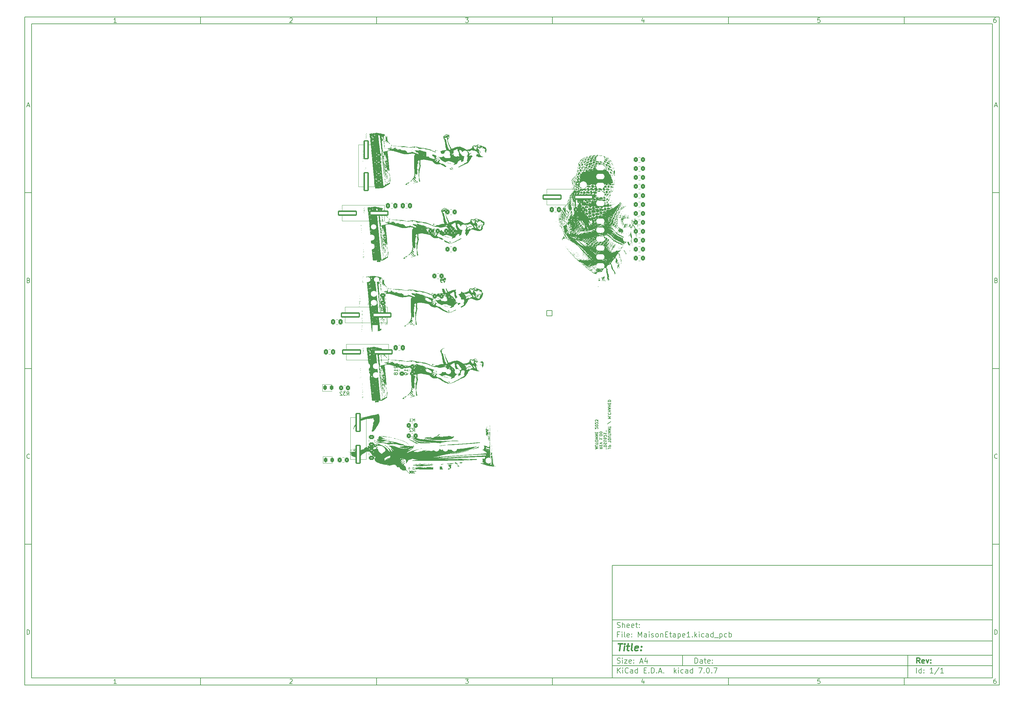
<source format=gbo>
%TF.GenerationSoftware,KiCad,Pcbnew,7.0.7*%
%TF.CreationDate,2023-11-05T18:49:28-05:00*%
%TF.ProjectId,MaisonEtape1,4d616973-6f6e-4457-9461-7065312e6b69,rev?*%
%TF.SameCoordinates,Original*%
%TF.FileFunction,Legend,Bot*%
%TF.FilePolarity,Positive*%
%FSLAX46Y46*%
G04 Gerber Fmt 4.6, Leading zero omitted, Abs format (unit mm)*
G04 Created by KiCad (PCBNEW 7.0.7) date 2023-11-05 18:49:28*
%MOMM*%
%LPD*%
G01*
G04 APERTURE LIST*
G04 Aperture macros list*
%AMRoundRect*
0 Rectangle with rounded corners*
0 $1 Rounding radius*
0 $2 $3 $4 $5 $6 $7 $8 $9 X,Y pos of 4 corners*
0 Add a 4 corners polygon primitive as box body*
4,1,4,$2,$3,$4,$5,$6,$7,$8,$9,$2,$3,0*
0 Add four circle primitives for the rounded corners*
1,1,$1+$1,$2,$3*
1,1,$1+$1,$4,$5*
1,1,$1+$1,$6,$7*
1,1,$1+$1,$8,$9*
0 Add four rect primitives between the rounded corners*
20,1,$1+$1,$2,$3,$4,$5,0*
20,1,$1+$1,$4,$5,$6,$7,0*
20,1,$1+$1,$6,$7,$8,$9,0*
20,1,$1+$1,$8,$9,$2,$3,0*%
%AMFreePoly0*
4,1,5,0.762000,-1.524000,-0.762000,-1.524000,-0.762000,1.524000,0.762000,1.524000,0.762000,-1.524000,0.762000,-1.524000,$1*%
%AMFreePoly1*
4,1,5,0.762000,-1.200000,-0.762000,-1.200000,-0.762000,1.200000,0.762000,1.200000,0.762000,-1.200000,0.762000,-1.200000,$1*%
%AMFreePoly2*
4,1,5,0.762000,-1.050000,-0.762000,-1.050000,-0.762000,1.050000,0.762000,1.050000,0.762000,-1.050000,0.762000,-1.050000,$1*%
%AMFreePoly3*
4,1,5,0.762000,-1.000000,-0.762000,-1.000000,-0.762000,1.000000,0.762000,1.000000,0.762000,-1.000000,0.762000,-1.000000,$1*%
G04 Aperture macros list end*
%ADD10C,0.100000*%
%ADD11C,0.150000*%
%ADD12C,0.300000*%
%ADD13C,0.400000*%
%ADD14C,0.187500*%
%ADD15C,0.120000*%
%ADD16C,6.400000*%
%ADD17FreePoly0,180.000000*%
%ADD18FreePoly1,180.000000*%
%ADD19R,1.700000X1.700000*%
%ADD20O,1.700000X1.700000*%
%ADD21C,1.750000*%
%ADD22C,0.800000*%
%ADD23FreePoly0,0.000000*%
%ADD24FreePoly2,0.000000*%
%ADD25R,2.000000X2.000000*%
%ADD26C,2.000000*%
%ADD27R,2.400000X1.600000*%
%ADD28O,2.400000X1.600000*%
%ADD29RoundRect,0.102000X-0.765000X-0.765000X0.765000X-0.765000X0.765000X0.765000X-0.765000X0.765000X0*%
%ADD30C,1.734000*%
%ADD31FreePoly3,0.000000*%
%ADD32C,1.500000*%
%ADD33R,1.905000X2.000000*%
%ADD34O,1.905000X2.000000*%
%ADD35FreePoly0,270.000000*%
%ADD36O,1.600000X1.600000*%
%ADD37R,1.600000X1.600000*%
%ADD38RoundRect,0.250000X0.350000X0.450000X-0.350000X0.450000X-0.350000X-0.450000X0.350000X-0.450000X0*%
%ADD39RoundRect,0.250000X-0.350000X-0.450000X0.350000X-0.450000X0.350000X0.450000X-0.350000X0.450000X0*%
%ADD40RoundRect,0.243750X-0.243750X-0.456250X0.243750X-0.456250X0.243750X0.456250X-0.243750X0.456250X0*%
%ADD41RoundRect,0.187500X0.562500X-2.562500X0.562500X2.562500X-0.562500X2.562500X-0.562500X-2.562500X0*%
%ADD42RoundRect,0.187500X2.562500X0.562500X-2.562500X0.562500X-2.562500X-0.562500X2.562500X-0.562500X0*%
%ADD43RoundRect,0.187500X-0.562500X2.562500X-0.562500X-2.562500X0.562500X-2.562500X0.562500X2.562500X0*%
%ADD44RoundRect,0.250000X0.475000X-0.337500X0.475000X0.337500X-0.475000X0.337500X-0.475000X-0.337500X0*%
%ADD45RoundRect,0.250000X-0.450000X0.350000X-0.450000X-0.350000X0.450000X-0.350000X0.450000X0.350000X0*%
%ADD46RoundRect,0.250000X-0.475000X0.337500X-0.475000X-0.337500X0.475000X-0.337500X0.475000X0.337500X0*%
%ADD47RoundRect,0.250000X-0.337500X-0.475000X0.337500X-0.475000X0.337500X0.475000X-0.337500X0.475000X0*%
%ADD48RoundRect,0.250000X0.337500X0.475000X-0.337500X0.475000X-0.337500X-0.475000X0.337500X-0.475000X0*%
G04 APERTURE END LIST*
D10*
D11*
X177002200Y-166007200D02*
X285002200Y-166007200D01*
X285002200Y-198007200D01*
X177002200Y-198007200D01*
X177002200Y-166007200D01*
D10*
D11*
X10000000Y-10000000D02*
X287002200Y-10000000D01*
X287002200Y-200007200D01*
X10000000Y-200007200D01*
X10000000Y-10000000D01*
D10*
D11*
X12000000Y-12000000D02*
X285002200Y-12000000D01*
X285002200Y-198007200D01*
X12000000Y-198007200D01*
X12000000Y-12000000D01*
D10*
D11*
X60000000Y-12000000D02*
X60000000Y-10000000D01*
D10*
D11*
X110000000Y-12000000D02*
X110000000Y-10000000D01*
D10*
D11*
X160000000Y-12000000D02*
X160000000Y-10000000D01*
D10*
D11*
X210000000Y-12000000D02*
X210000000Y-10000000D01*
D10*
D11*
X260000000Y-12000000D02*
X260000000Y-10000000D01*
D10*
D11*
X36089160Y-11593604D02*
X35346303Y-11593604D01*
X35717731Y-11593604D02*
X35717731Y-10293604D01*
X35717731Y-10293604D02*
X35593922Y-10479319D01*
X35593922Y-10479319D02*
X35470112Y-10603128D01*
X35470112Y-10603128D02*
X35346303Y-10665033D01*
D10*
D11*
X85346303Y-10417414D02*
X85408207Y-10355509D01*
X85408207Y-10355509D02*
X85532017Y-10293604D01*
X85532017Y-10293604D02*
X85841541Y-10293604D01*
X85841541Y-10293604D02*
X85965350Y-10355509D01*
X85965350Y-10355509D02*
X86027255Y-10417414D01*
X86027255Y-10417414D02*
X86089160Y-10541223D01*
X86089160Y-10541223D02*
X86089160Y-10665033D01*
X86089160Y-10665033D02*
X86027255Y-10850747D01*
X86027255Y-10850747D02*
X85284398Y-11593604D01*
X85284398Y-11593604D02*
X86089160Y-11593604D01*
D10*
D11*
X135284398Y-10293604D02*
X136089160Y-10293604D01*
X136089160Y-10293604D02*
X135655826Y-10788842D01*
X135655826Y-10788842D02*
X135841541Y-10788842D01*
X135841541Y-10788842D02*
X135965350Y-10850747D01*
X135965350Y-10850747D02*
X136027255Y-10912652D01*
X136027255Y-10912652D02*
X136089160Y-11036461D01*
X136089160Y-11036461D02*
X136089160Y-11345985D01*
X136089160Y-11345985D02*
X136027255Y-11469795D01*
X136027255Y-11469795D02*
X135965350Y-11531700D01*
X135965350Y-11531700D02*
X135841541Y-11593604D01*
X135841541Y-11593604D02*
X135470112Y-11593604D01*
X135470112Y-11593604D02*
X135346303Y-11531700D01*
X135346303Y-11531700D02*
X135284398Y-11469795D01*
D10*
D11*
X185965350Y-10726938D02*
X185965350Y-11593604D01*
X185655826Y-10231700D02*
X185346303Y-11160271D01*
X185346303Y-11160271D02*
X186151064Y-11160271D01*
D10*
D11*
X236027255Y-10293604D02*
X235408207Y-10293604D01*
X235408207Y-10293604D02*
X235346303Y-10912652D01*
X235346303Y-10912652D02*
X235408207Y-10850747D01*
X235408207Y-10850747D02*
X235532017Y-10788842D01*
X235532017Y-10788842D02*
X235841541Y-10788842D01*
X235841541Y-10788842D02*
X235965350Y-10850747D01*
X235965350Y-10850747D02*
X236027255Y-10912652D01*
X236027255Y-10912652D02*
X236089160Y-11036461D01*
X236089160Y-11036461D02*
X236089160Y-11345985D01*
X236089160Y-11345985D02*
X236027255Y-11469795D01*
X236027255Y-11469795D02*
X235965350Y-11531700D01*
X235965350Y-11531700D02*
X235841541Y-11593604D01*
X235841541Y-11593604D02*
X235532017Y-11593604D01*
X235532017Y-11593604D02*
X235408207Y-11531700D01*
X235408207Y-11531700D02*
X235346303Y-11469795D01*
D10*
D11*
X285965350Y-10293604D02*
X285717731Y-10293604D01*
X285717731Y-10293604D02*
X285593922Y-10355509D01*
X285593922Y-10355509D02*
X285532017Y-10417414D01*
X285532017Y-10417414D02*
X285408207Y-10603128D01*
X285408207Y-10603128D02*
X285346303Y-10850747D01*
X285346303Y-10850747D02*
X285346303Y-11345985D01*
X285346303Y-11345985D02*
X285408207Y-11469795D01*
X285408207Y-11469795D02*
X285470112Y-11531700D01*
X285470112Y-11531700D02*
X285593922Y-11593604D01*
X285593922Y-11593604D02*
X285841541Y-11593604D01*
X285841541Y-11593604D02*
X285965350Y-11531700D01*
X285965350Y-11531700D02*
X286027255Y-11469795D01*
X286027255Y-11469795D02*
X286089160Y-11345985D01*
X286089160Y-11345985D02*
X286089160Y-11036461D01*
X286089160Y-11036461D02*
X286027255Y-10912652D01*
X286027255Y-10912652D02*
X285965350Y-10850747D01*
X285965350Y-10850747D02*
X285841541Y-10788842D01*
X285841541Y-10788842D02*
X285593922Y-10788842D01*
X285593922Y-10788842D02*
X285470112Y-10850747D01*
X285470112Y-10850747D02*
X285408207Y-10912652D01*
X285408207Y-10912652D02*
X285346303Y-11036461D01*
D10*
D11*
X60000000Y-198007200D02*
X60000000Y-200007200D01*
D10*
D11*
X110000000Y-198007200D02*
X110000000Y-200007200D01*
D10*
D11*
X160000000Y-198007200D02*
X160000000Y-200007200D01*
D10*
D11*
X210000000Y-198007200D02*
X210000000Y-200007200D01*
D10*
D11*
X260000000Y-198007200D02*
X260000000Y-200007200D01*
D10*
D11*
X36089160Y-199600804D02*
X35346303Y-199600804D01*
X35717731Y-199600804D02*
X35717731Y-198300804D01*
X35717731Y-198300804D02*
X35593922Y-198486519D01*
X35593922Y-198486519D02*
X35470112Y-198610328D01*
X35470112Y-198610328D02*
X35346303Y-198672233D01*
D10*
D11*
X85346303Y-198424614D02*
X85408207Y-198362709D01*
X85408207Y-198362709D02*
X85532017Y-198300804D01*
X85532017Y-198300804D02*
X85841541Y-198300804D01*
X85841541Y-198300804D02*
X85965350Y-198362709D01*
X85965350Y-198362709D02*
X86027255Y-198424614D01*
X86027255Y-198424614D02*
X86089160Y-198548423D01*
X86089160Y-198548423D02*
X86089160Y-198672233D01*
X86089160Y-198672233D02*
X86027255Y-198857947D01*
X86027255Y-198857947D02*
X85284398Y-199600804D01*
X85284398Y-199600804D02*
X86089160Y-199600804D01*
D10*
D11*
X135284398Y-198300804D02*
X136089160Y-198300804D01*
X136089160Y-198300804D02*
X135655826Y-198796042D01*
X135655826Y-198796042D02*
X135841541Y-198796042D01*
X135841541Y-198796042D02*
X135965350Y-198857947D01*
X135965350Y-198857947D02*
X136027255Y-198919852D01*
X136027255Y-198919852D02*
X136089160Y-199043661D01*
X136089160Y-199043661D02*
X136089160Y-199353185D01*
X136089160Y-199353185D02*
X136027255Y-199476995D01*
X136027255Y-199476995D02*
X135965350Y-199538900D01*
X135965350Y-199538900D02*
X135841541Y-199600804D01*
X135841541Y-199600804D02*
X135470112Y-199600804D01*
X135470112Y-199600804D02*
X135346303Y-199538900D01*
X135346303Y-199538900D02*
X135284398Y-199476995D01*
D10*
D11*
X185965350Y-198734138D02*
X185965350Y-199600804D01*
X185655826Y-198238900D02*
X185346303Y-199167471D01*
X185346303Y-199167471D02*
X186151064Y-199167471D01*
D10*
D11*
X236027255Y-198300804D02*
X235408207Y-198300804D01*
X235408207Y-198300804D02*
X235346303Y-198919852D01*
X235346303Y-198919852D02*
X235408207Y-198857947D01*
X235408207Y-198857947D02*
X235532017Y-198796042D01*
X235532017Y-198796042D02*
X235841541Y-198796042D01*
X235841541Y-198796042D02*
X235965350Y-198857947D01*
X235965350Y-198857947D02*
X236027255Y-198919852D01*
X236027255Y-198919852D02*
X236089160Y-199043661D01*
X236089160Y-199043661D02*
X236089160Y-199353185D01*
X236089160Y-199353185D02*
X236027255Y-199476995D01*
X236027255Y-199476995D02*
X235965350Y-199538900D01*
X235965350Y-199538900D02*
X235841541Y-199600804D01*
X235841541Y-199600804D02*
X235532017Y-199600804D01*
X235532017Y-199600804D02*
X235408207Y-199538900D01*
X235408207Y-199538900D02*
X235346303Y-199476995D01*
D10*
D11*
X285965350Y-198300804D02*
X285717731Y-198300804D01*
X285717731Y-198300804D02*
X285593922Y-198362709D01*
X285593922Y-198362709D02*
X285532017Y-198424614D01*
X285532017Y-198424614D02*
X285408207Y-198610328D01*
X285408207Y-198610328D02*
X285346303Y-198857947D01*
X285346303Y-198857947D02*
X285346303Y-199353185D01*
X285346303Y-199353185D02*
X285408207Y-199476995D01*
X285408207Y-199476995D02*
X285470112Y-199538900D01*
X285470112Y-199538900D02*
X285593922Y-199600804D01*
X285593922Y-199600804D02*
X285841541Y-199600804D01*
X285841541Y-199600804D02*
X285965350Y-199538900D01*
X285965350Y-199538900D02*
X286027255Y-199476995D01*
X286027255Y-199476995D02*
X286089160Y-199353185D01*
X286089160Y-199353185D02*
X286089160Y-199043661D01*
X286089160Y-199043661D02*
X286027255Y-198919852D01*
X286027255Y-198919852D02*
X285965350Y-198857947D01*
X285965350Y-198857947D02*
X285841541Y-198796042D01*
X285841541Y-198796042D02*
X285593922Y-198796042D01*
X285593922Y-198796042D02*
X285470112Y-198857947D01*
X285470112Y-198857947D02*
X285408207Y-198919852D01*
X285408207Y-198919852D02*
X285346303Y-199043661D01*
D10*
D11*
X10000000Y-60000000D02*
X12000000Y-60000000D01*
D10*
D11*
X10000000Y-110000000D02*
X12000000Y-110000000D01*
D10*
D11*
X10000000Y-160000000D02*
X12000000Y-160000000D01*
D10*
D11*
X10690476Y-35222176D02*
X11309523Y-35222176D01*
X10566666Y-35593604D02*
X10999999Y-34293604D01*
X10999999Y-34293604D02*
X11433333Y-35593604D01*
D10*
D11*
X11092857Y-84912652D02*
X11278571Y-84974557D01*
X11278571Y-84974557D02*
X11340476Y-85036461D01*
X11340476Y-85036461D02*
X11402380Y-85160271D01*
X11402380Y-85160271D02*
X11402380Y-85345985D01*
X11402380Y-85345985D02*
X11340476Y-85469795D01*
X11340476Y-85469795D02*
X11278571Y-85531700D01*
X11278571Y-85531700D02*
X11154761Y-85593604D01*
X11154761Y-85593604D02*
X10659523Y-85593604D01*
X10659523Y-85593604D02*
X10659523Y-84293604D01*
X10659523Y-84293604D02*
X11092857Y-84293604D01*
X11092857Y-84293604D02*
X11216666Y-84355509D01*
X11216666Y-84355509D02*
X11278571Y-84417414D01*
X11278571Y-84417414D02*
X11340476Y-84541223D01*
X11340476Y-84541223D02*
X11340476Y-84665033D01*
X11340476Y-84665033D02*
X11278571Y-84788842D01*
X11278571Y-84788842D02*
X11216666Y-84850747D01*
X11216666Y-84850747D02*
X11092857Y-84912652D01*
X11092857Y-84912652D02*
X10659523Y-84912652D01*
D10*
D11*
X11402380Y-135469795D02*
X11340476Y-135531700D01*
X11340476Y-135531700D02*
X11154761Y-135593604D01*
X11154761Y-135593604D02*
X11030952Y-135593604D01*
X11030952Y-135593604D02*
X10845238Y-135531700D01*
X10845238Y-135531700D02*
X10721428Y-135407890D01*
X10721428Y-135407890D02*
X10659523Y-135284080D01*
X10659523Y-135284080D02*
X10597619Y-135036461D01*
X10597619Y-135036461D02*
X10597619Y-134850747D01*
X10597619Y-134850747D02*
X10659523Y-134603128D01*
X10659523Y-134603128D02*
X10721428Y-134479319D01*
X10721428Y-134479319D02*
X10845238Y-134355509D01*
X10845238Y-134355509D02*
X11030952Y-134293604D01*
X11030952Y-134293604D02*
X11154761Y-134293604D01*
X11154761Y-134293604D02*
X11340476Y-134355509D01*
X11340476Y-134355509D02*
X11402380Y-134417414D01*
D10*
D11*
X10659523Y-185593604D02*
X10659523Y-184293604D01*
X10659523Y-184293604D02*
X10969047Y-184293604D01*
X10969047Y-184293604D02*
X11154761Y-184355509D01*
X11154761Y-184355509D02*
X11278571Y-184479319D01*
X11278571Y-184479319D02*
X11340476Y-184603128D01*
X11340476Y-184603128D02*
X11402380Y-184850747D01*
X11402380Y-184850747D02*
X11402380Y-185036461D01*
X11402380Y-185036461D02*
X11340476Y-185284080D01*
X11340476Y-185284080D02*
X11278571Y-185407890D01*
X11278571Y-185407890D02*
X11154761Y-185531700D01*
X11154761Y-185531700D02*
X10969047Y-185593604D01*
X10969047Y-185593604D02*
X10659523Y-185593604D01*
D10*
D11*
X287002200Y-60000000D02*
X285002200Y-60000000D01*
D10*
D11*
X287002200Y-110000000D02*
X285002200Y-110000000D01*
D10*
D11*
X287002200Y-160000000D02*
X285002200Y-160000000D01*
D10*
D11*
X285692676Y-35222176D02*
X286311723Y-35222176D01*
X285568866Y-35593604D02*
X286002199Y-34293604D01*
X286002199Y-34293604D02*
X286435533Y-35593604D01*
D10*
D11*
X286095057Y-84912652D02*
X286280771Y-84974557D01*
X286280771Y-84974557D02*
X286342676Y-85036461D01*
X286342676Y-85036461D02*
X286404580Y-85160271D01*
X286404580Y-85160271D02*
X286404580Y-85345985D01*
X286404580Y-85345985D02*
X286342676Y-85469795D01*
X286342676Y-85469795D02*
X286280771Y-85531700D01*
X286280771Y-85531700D02*
X286156961Y-85593604D01*
X286156961Y-85593604D02*
X285661723Y-85593604D01*
X285661723Y-85593604D02*
X285661723Y-84293604D01*
X285661723Y-84293604D02*
X286095057Y-84293604D01*
X286095057Y-84293604D02*
X286218866Y-84355509D01*
X286218866Y-84355509D02*
X286280771Y-84417414D01*
X286280771Y-84417414D02*
X286342676Y-84541223D01*
X286342676Y-84541223D02*
X286342676Y-84665033D01*
X286342676Y-84665033D02*
X286280771Y-84788842D01*
X286280771Y-84788842D02*
X286218866Y-84850747D01*
X286218866Y-84850747D02*
X286095057Y-84912652D01*
X286095057Y-84912652D02*
X285661723Y-84912652D01*
D10*
D11*
X286404580Y-135469795D02*
X286342676Y-135531700D01*
X286342676Y-135531700D02*
X286156961Y-135593604D01*
X286156961Y-135593604D02*
X286033152Y-135593604D01*
X286033152Y-135593604D02*
X285847438Y-135531700D01*
X285847438Y-135531700D02*
X285723628Y-135407890D01*
X285723628Y-135407890D02*
X285661723Y-135284080D01*
X285661723Y-135284080D02*
X285599819Y-135036461D01*
X285599819Y-135036461D02*
X285599819Y-134850747D01*
X285599819Y-134850747D02*
X285661723Y-134603128D01*
X285661723Y-134603128D02*
X285723628Y-134479319D01*
X285723628Y-134479319D02*
X285847438Y-134355509D01*
X285847438Y-134355509D02*
X286033152Y-134293604D01*
X286033152Y-134293604D02*
X286156961Y-134293604D01*
X286156961Y-134293604D02*
X286342676Y-134355509D01*
X286342676Y-134355509D02*
X286404580Y-134417414D01*
D10*
D11*
X285661723Y-185593604D02*
X285661723Y-184293604D01*
X285661723Y-184293604D02*
X285971247Y-184293604D01*
X285971247Y-184293604D02*
X286156961Y-184355509D01*
X286156961Y-184355509D02*
X286280771Y-184479319D01*
X286280771Y-184479319D02*
X286342676Y-184603128D01*
X286342676Y-184603128D02*
X286404580Y-184850747D01*
X286404580Y-184850747D02*
X286404580Y-185036461D01*
X286404580Y-185036461D02*
X286342676Y-185284080D01*
X286342676Y-185284080D02*
X286280771Y-185407890D01*
X286280771Y-185407890D02*
X286156961Y-185531700D01*
X286156961Y-185531700D02*
X285971247Y-185593604D01*
X285971247Y-185593604D02*
X285661723Y-185593604D01*
D10*
D11*
X200458026Y-193793328D02*
X200458026Y-192293328D01*
X200458026Y-192293328D02*
X200815169Y-192293328D01*
X200815169Y-192293328D02*
X201029455Y-192364757D01*
X201029455Y-192364757D02*
X201172312Y-192507614D01*
X201172312Y-192507614D02*
X201243741Y-192650471D01*
X201243741Y-192650471D02*
X201315169Y-192936185D01*
X201315169Y-192936185D02*
X201315169Y-193150471D01*
X201315169Y-193150471D02*
X201243741Y-193436185D01*
X201243741Y-193436185D02*
X201172312Y-193579042D01*
X201172312Y-193579042D02*
X201029455Y-193721900D01*
X201029455Y-193721900D02*
X200815169Y-193793328D01*
X200815169Y-193793328D02*
X200458026Y-193793328D01*
X202600884Y-193793328D02*
X202600884Y-193007614D01*
X202600884Y-193007614D02*
X202529455Y-192864757D01*
X202529455Y-192864757D02*
X202386598Y-192793328D01*
X202386598Y-192793328D02*
X202100884Y-192793328D01*
X202100884Y-192793328D02*
X201958026Y-192864757D01*
X202600884Y-193721900D02*
X202458026Y-193793328D01*
X202458026Y-193793328D02*
X202100884Y-193793328D01*
X202100884Y-193793328D02*
X201958026Y-193721900D01*
X201958026Y-193721900D02*
X201886598Y-193579042D01*
X201886598Y-193579042D02*
X201886598Y-193436185D01*
X201886598Y-193436185D02*
X201958026Y-193293328D01*
X201958026Y-193293328D02*
X202100884Y-193221900D01*
X202100884Y-193221900D02*
X202458026Y-193221900D01*
X202458026Y-193221900D02*
X202600884Y-193150471D01*
X203100884Y-192793328D02*
X203672312Y-192793328D01*
X203315169Y-192293328D02*
X203315169Y-193579042D01*
X203315169Y-193579042D02*
X203386598Y-193721900D01*
X203386598Y-193721900D02*
X203529455Y-193793328D01*
X203529455Y-193793328D02*
X203672312Y-193793328D01*
X204743741Y-193721900D02*
X204600884Y-193793328D01*
X204600884Y-193793328D02*
X204315170Y-193793328D01*
X204315170Y-193793328D02*
X204172312Y-193721900D01*
X204172312Y-193721900D02*
X204100884Y-193579042D01*
X204100884Y-193579042D02*
X204100884Y-193007614D01*
X204100884Y-193007614D02*
X204172312Y-192864757D01*
X204172312Y-192864757D02*
X204315170Y-192793328D01*
X204315170Y-192793328D02*
X204600884Y-192793328D01*
X204600884Y-192793328D02*
X204743741Y-192864757D01*
X204743741Y-192864757D02*
X204815170Y-193007614D01*
X204815170Y-193007614D02*
X204815170Y-193150471D01*
X204815170Y-193150471D02*
X204100884Y-193293328D01*
X205458026Y-193650471D02*
X205529455Y-193721900D01*
X205529455Y-193721900D02*
X205458026Y-193793328D01*
X205458026Y-193793328D02*
X205386598Y-193721900D01*
X205386598Y-193721900D02*
X205458026Y-193650471D01*
X205458026Y-193650471D02*
X205458026Y-193793328D01*
X205458026Y-192864757D02*
X205529455Y-192936185D01*
X205529455Y-192936185D02*
X205458026Y-193007614D01*
X205458026Y-193007614D02*
X205386598Y-192936185D01*
X205386598Y-192936185D02*
X205458026Y-192864757D01*
X205458026Y-192864757D02*
X205458026Y-193007614D01*
D10*
D11*
X177002200Y-194507200D02*
X285002200Y-194507200D01*
D10*
D11*
X178458026Y-196593328D02*
X178458026Y-195093328D01*
X179315169Y-196593328D02*
X178672312Y-195736185D01*
X179315169Y-195093328D02*
X178458026Y-195950471D01*
X179958026Y-196593328D02*
X179958026Y-195593328D01*
X179958026Y-195093328D02*
X179886598Y-195164757D01*
X179886598Y-195164757D02*
X179958026Y-195236185D01*
X179958026Y-195236185D02*
X180029455Y-195164757D01*
X180029455Y-195164757D02*
X179958026Y-195093328D01*
X179958026Y-195093328D02*
X179958026Y-195236185D01*
X181529455Y-196450471D02*
X181458027Y-196521900D01*
X181458027Y-196521900D02*
X181243741Y-196593328D01*
X181243741Y-196593328D02*
X181100884Y-196593328D01*
X181100884Y-196593328D02*
X180886598Y-196521900D01*
X180886598Y-196521900D02*
X180743741Y-196379042D01*
X180743741Y-196379042D02*
X180672312Y-196236185D01*
X180672312Y-196236185D02*
X180600884Y-195950471D01*
X180600884Y-195950471D02*
X180600884Y-195736185D01*
X180600884Y-195736185D02*
X180672312Y-195450471D01*
X180672312Y-195450471D02*
X180743741Y-195307614D01*
X180743741Y-195307614D02*
X180886598Y-195164757D01*
X180886598Y-195164757D02*
X181100884Y-195093328D01*
X181100884Y-195093328D02*
X181243741Y-195093328D01*
X181243741Y-195093328D02*
X181458027Y-195164757D01*
X181458027Y-195164757D02*
X181529455Y-195236185D01*
X182815170Y-196593328D02*
X182815170Y-195807614D01*
X182815170Y-195807614D02*
X182743741Y-195664757D01*
X182743741Y-195664757D02*
X182600884Y-195593328D01*
X182600884Y-195593328D02*
X182315170Y-195593328D01*
X182315170Y-195593328D02*
X182172312Y-195664757D01*
X182815170Y-196521900D02*
X182672312Y-196593328D01*
X182672312Y-196593328D02*
X182315170Y-196593328D01*
X182315170Y-196593328D02*
X182172312Y-196521900D01*
X182172312Y-196521900D02*
X182100884Y-196379042D01*
X182100884Y-196379042D02*
X182100884Y-196236185D01*
X182100884Y-196236185D02*
X182172312Y-196093328D01*
X182172312Y-196093328D02*
X182315170Y-196021900D01*
X182315170Y-196021900D02*
X182672312Y-196021900D01*
X182672312Y-196021900D02*
X182815170Y-195950471D01*
X184172313Y-196593328D02*
X184172313Y-195093328D01*
X184172313Y-196521900D02*
X184029455Y-196593328D01*
X184029455Y-196593328D02*
X183743741Y-196593328D01*
X183743741Y-196593328D02*
X183600884Y-196521900D01*
X183600884Y-196521900D02*
X183529455Y-196450471D01*
X183529455Y-196450471D02*
X183458027Y-196307614D01*
X183458027Y-196307614D02*
X183458027Y-195879042D01*
X183458027Y-195879042D02*
X183529455Y-195736185D01*
X183529455Y-195736185D02*
X183600884Y-195664757D01*
X183600884Y-195664757D02*
X183743741Y-195593328D01*
X183743741Y-195593328D02*
X184029455Y-195593328D01*
X184029455Y-195593328D02*
X184172313Y-195664757D01*
X186029455Y-195807614D02*
X186529455Y-195807614D01*
X186743741Y-196593328D02*
X186029455Y-196593328D01*
X186029455Y-196593328D02*
X186029455Y-195093328D01*
X186029455Y-195093328D02*
X186743741Y-195093328D01*
X187386598Y-196450471D02*
X187458027Y-196521900D01*
X187458027Y-196521900D02*
X187386598Y-196593328D01*
X187386598Y-196593328D02*
X187315170Y-196521900D01*
X187315170Y-196521900D02*
X187386598Y-196450471D01*
X187386598Y-196450471D02*
X187386598Y-196593328D01*
X188100884Y-196593328D02*
X188100884Y-195093328D01*
X188100884Y-195093328D02*
X188458027Y-195093328D01*
X188458027Y-195093328D02*
X188672313Y-195164757D01*
X188672313Y-195164757D02*
X188815170Y-195307614D01*
X188815170Y-195307614D02*
X188886599Y-195450471D01*
X188886599Y-195450471D02*
X188958027Y-195736185D01*
X188958027Y-195736185D02*
X188958027Y-195950471D01*
X188958027Y-195950471D02*
X188886599Y-196236185D01*
X188886599Y-196236185D02*
X188815170Y-196379042D01*
X188815170Y-196379042D02*
X188672313Y-196521900D01*
X188672313Y-196521900D02*
X188458027Y-196593328D01*
X188458027Y-196593328D02*
X188100884Y-196593328D01*
X189600884Y-196450471D02*
X189672313Y-196521900D01*
X189672313Y-196521900D02*
X189600884Y-196593328D01*
X189600884Y-196593328D02*
X189529456Y-196521900D01*
X189529456Y-196521900D02*
X189600884Y-196450471D01*
X189600884Y-196450471D02*
X189600884Y-196593328D01*
X190243742Y-196164757D02*
X190958028Y-196164757D01*
X190100885Y-196593328D02*
X190600885Y-195093328D01*
X190600885Y-195093328D02*
X191100885Y-196593328D01*
X191600884Y-196450471D02*
X191672313Y-196521900D01*
X191672313Y-196521900D02*
X191600884Y-196593328D01*
X191600884Y-196593328D02*
X191529456Y-196521900D01*
X191529456Y-196521900D02*
X191600884Y-196450471D01*
X191600884Y-196450471D02*
X191600884Y-196593328D01*
X194600884Y-196593328D02*
X194600884Y-195093328D01*
X194743742Y-196021900D02*
X195172313Y-196593328D01*
X195172313Y-195593328D02*
X194600884Y-196164757D01*
X195815170Y-196593328D02*
X195815170Y-195593328D01*
X195815170Y-195093328D02*
X195743742Y-195164757D01*
X195743742Y-195164757D02*
X195815170Y-195236185D01*
X195815170Y-195236185D02*
X195886599Y-195164757D01*
X195886599Y-195164757D02*
X195815170Y-195093328D01*
X195815170Y-195093328D02*
X195815170Y-195236185D01*
X197172314Y-196521900D02*
X197029456Y-196593328D01*
X197029456Y-196593328D02*
X196743742Y-196593328D01*
X196743742Y-196593328D02*
X196600885Y-196521900D01*
X196600885Y-196521900D02*
X196529456Y-196450471D01*
X196529456Y-196450471D02*
X196458028Y-196307614D01*
X196458028Y-196307614D02*
X196458028Y-195879042D01*
X196458028Y-195879042D02*
X196529456Y-195736185D01*
X196529456Y-195736185D02*
X196600885Y-195664757D01*
X196600885Y-195664757D02*
X196743742Y-195593328D01*
X196743742Y-195593328D02*
X197029456Y-195593328D01*
X197029456Y-195593328D02*
X197172314Y-195664757D01*
X198458028Y-196593328D02*
X198458028Y-195807614D01*
X198458028Y-195807614D02*
X198386599Y-195664757D01*
X198386599Y-195664757D02*
X198243742Y-195593328D01*
X198243742Y-195593328D02*
X197958028Y-195593328D01*
X197958028Y-195593328D02*
X197815170Y-195664757D01*
X198458028Y-196521900D02*
X198315170Y-196593328D01*
X198315170Y-196593328D02*
X197958028Y-196593328D01*
X197958028Y-196593328D02*
X197815170Y-196521900D01*
X197815170Y-196521900D02*
X197743742Y-196379042D01*
X197743742Y-196379042D02*
X197743742Y-196236185D01*
X197743742Y-196236185D02*
X197815170Y-196093328D01*
X197815170Y-196093328D02*
X197958028Y-196021900D01*
X197958028Y-196021900D02*
X198315170Y-196021900D01*
X198315170Y-196021900D02*
X198458028Y-195950471D01*
X199815171Y-196593328D02*
X199815171Y-195093328D01*
X199815171Y-196521900D02*
X199672313Y-196593328D01*
X199672313Y-196593328D02*
X199386599Y-196593328D01*
X199386599Y-196593328D02*
X199243742Y-196521900D01*
X199243742Y-196521900D02*
X199172313Y-196450471D01*
X199172313Y-196450471D02*
X199100885Y-196307614D01*
X199100885Y-196307614D02*
X199100885Y-195879042D01*
X199100885Y-195879042D02*
X199172313Y-195736185D01*
X199172313Y-195736185D02*
X199243742Y-195664757D01*
X199243742Y-195664757D02*
X199386599Y-195593328D01*
X199386599Y-195593328D02*
X199672313Y-195593328D01*
X199672313Y-195593328D02*
X199815171Y-195664757D01*
X201529456Y-195093328D02*
X202529456Y-195093328D01*
X202529456Y-195093328D02*
X201886599Y-196593328D01*
X203100884Y-196450471D02*
X203172313Y-196521900D01*
X203172313Y-196521900D02*
X203100884Y-196593328D01*
X203100884Y-196593328D02*
X203029456Y-196521900D01*
X203029456Y-196521900D02*
X203100884Y-196450471D01*
X203100884Y-196450471D02*
X203100884Y-196593328D01*
X204100885Y-195093328D02*
X204243742Y-195093328D01*
X204243742Y-195093328D02*
X204386599Y-195164757D01*
X204386599Y-195164757D02*
X204458028Y-195236185D01*
X204458028Y-195236185D02*
X204529456Y-195379042D01*
X204529456Y-195379042D02*
X204600885Y-195664757D01*
X204600885Y-195664757D02*
X204600885Y-196021900D01*
X204600885Y-196021900D02*
X204529456Y-196307614D01*
X204529456Y-196307614D02*
X204458028Y-196450471D01*
X204458028Y-196450471D02*
X204386599Y-196521900D01*
X204386599Y-196521900D02*
X204243742Y-196593328D01*
X204243742Y-196593328D02*
X204100885Y-196593328D01*
X204100885Y-196593328D02*
X203958028Y-196521900D01*
X203958028Y-196521900D02*
X203886599Y-196450471D01*
X203886599Y-196450471D02*
X203815170Y-196307614D01*
X203815170Y-196307614D02*
X203743742Y-196021900D01*
X203743742Y-196021900D02*
X203743742Y-195664757D01*
X203743742Y-195664757D02*
X203815170Y-195379042D01*
X203815170Y-195379042D02*
X203886599Y-195236185D01*
X203886599Y-195236185D02*
X203958028Y-195164757D01*
X203958028Y-195164757D02*
X204100885Y-195093328D01*
X205243741Y-196450471D02*
X205315170Y-196521900D01*
X205315170Y-196521900D02*
X205243741Y-196593328D01*
X205243741Y-196593328D02*
X205172313Y-196521900D01*
X205172313Y-196521900D02*
X205243741Y-196450471D01*
X205243741Y-196450471D02*
X205243741Y-196593328D01*
X205815170Y-195093328D02*
X206815170Y-195093328D01*
X206815170Y-195093328D02*
X206172313Y-196593328D01*
D10*
D11*
X177002200Y-191507200D02*
X285002200Y-191507200D01*
D10*
D12*
X264413853Y-193785528D02*
X263913853Y-193071242D01*
X263556710Y-193785528D02*
X263556710Y-192285528D01*
X263556710Y-192285528D02*
X264128139Y-192285528D01*
X264128139Y-192285528D02*
X264270996Y-192356957D01*
X264270996Y-192356957D02*
X264342425Y-192428385D01*
X264342425Y-192428385D02*
X264413853Y-192571242D01*
X264413853Y-192571242D02*
X264413853Y-192785528D01*
X264413853Y-192785528D02*
X264342425Y-192928385D01*
X264342425Y-192928385D02*
X264270996Y-192999814D01*
X264270996Y-192999814D02*
X264128139Y-193071242D01*
X264128139Y-193071242D02*
X263556710Y-193071242D01*
X265628139Y-193714100D02*
X265485282Y-193785528D01*
X265485282Y-193785528D02*
X265199568Y-193785528D01*
X265199568Y-193785528D02*
X265056710Y-193714100D01*
X265056710Y-193714100D02*
X264985282Y-193571242D01*
X264985282Y-193571242D02*
X264985282Y-192999814D01*
X264985282Y-192999814D02*
X265056710Y-192856957D01*
X265056710Y-192856957D02*
X265199568Y-192785528D01*
X265199568Y-192785528D02*
X265485282Y-192785528D01*
X265485282Y-192785528D02*
X265628139Y-192856957D01*
X265628139Y-192856957D02*
X265699568Y-192999814D01*
X265699568Y-192999814D02*
X265699568Y-193142671D01*
X265699568Y-193142671D02*
X264985282Y-193285528D01*
X266199567Y-192785528D02*
X266556710Y-193785528D01*
X266556710Y-193785528D02*
X266913853Y-192785528D01*
X267485281Y-193642671D02*
X267556710Y-193714100D01*
X267556710Y-193714100D02*
X267485281Y-193785528D01*
X267485281Y-193785528D02*
X267413853Y-193714100D01*
X267413853Y-193714100D02*
X267485281Y-193642671D01*
X267485281Y-193642671D02*
X267485281Y-193785528D01*
X267485281Y-192856957D02*
X267556710Y-192928385D01*
X267556710Y-192928385D02*
X267485281Y-192999814D01*
X267485281Y-192999814D02*
X267413853Y-192928385D01*
X267413853Y-192928385D02*
X267485281Y-192856957D01*
X267485281Y-192856957D02*
X267485281Y-192999814D01*
D10*
D11*
X178386598Y-193721900D02*
X178600884Y-193793328D01*
X178600884Y-193793328D02*
X178958026Y-193793328D01*
X178958026Y-193793328D02*
X179100884Y-193721900D01*
X179100884Y-193721900D02*
X179172312Y-193650471D01*
X179172312Y-193650471D02*
X179243741Y-193507614D01*
X179243741Y-193507614D02*
X179243741Y-193364757D01*
X179243741Y-193364757D02*
X179172312Y-193221900D01*
X179172312Y-193221900D02*
X179100884Y-193150471D01*
X179100884Y-193150471D02*
X178958026Y-193079042D01*
X178958026Y-193079042D02*
X178672312Y-193007614D01*
X178672312Y-193007614D02*
X178529455Y-192936185D01*
X178529455Y-192936185D02*
X178458026Y-192864757D01*
X178458026Y-192864757D02*
X178386598Y-192721900D01*
X178386598Y-192721900D02*
X178386598Y-192579042D01*
X178386598Y-192579042D02*
X178458026Y-192436185D01*
X178458026Y-192436185D02*
X178529455Y-192364757D01*
X178529455Y-192364757D02*
X178672312Y-192293328D01*
X178672312Y-192293328D02*
X179029455Y-192293328D01*
X179029455Y-192293328D02*
X179243741Y-192364757D01*
X179886597Y-193793328D02*
X179886597Y-192793328D01*
X179886597Y-192293328D02*
X179815169Y-192364757D01*
X179815169Y-192364757D02*
X179886597Y-192436185D01*
X179886597Y-192436185D02*
X179958026Y-192364757D01*
X179958026Y-192364757D02*
X179886597Y-192293328D01*
X179886597Y-192293328D02*
X179886597Y-192436185D01*
X180458026Y-192793328D02*
X181243741Y-192793328D01*
X181243741Y-192793328D02*
X180458026Y-193793328D01*
X180458026Y-193793328D02*
X181243741Y-193793328D01*
X182386598Y-193721900D02*
X182243741Y-193793328D01*
X182243741Y-193793328D02*
X181958027Y-193793328D01*
X181958027Y-193793328D02*
X181815169Y-193721900D01*
X181815169Y-193721900D02*
X181743741Y-193579042D01*
X181743741Y-193579042D02*
X181743741Y-193007614D01*
X181743741Y-193007614D02*
X181815169Y-192864757D01*
X181815169Y-192864757D02*
X181958027Y-192793328D01*
X181958027Y-192793328D02*
X182243741Y-192793328D01*
X182243741Y-192793328D02*
X182386598Y-192864757D01*
X182386598Y-192864757D02*
X182458027Y-193007614D01*
X182458027Y-193007614D02*
X182458027Y-193150471D01*
X182458027Y-193150471D02*
X181743741Y-193293328D01*
X183100883Y-193650471D02*
X183172312Y-193721900D01*
X183172312Y-193721900D02*
X183100883Y-193793328D01*
X183100883Y-193793328D02*
X183029455Y-193721900D01*
X183029455Y-193721900D02*
X183100883Y-193650471D01*
X183100883Y-193650471D02*
X183100883Y-193793328D01*
X183100883Y-192864757D02*
X183172312Y-192936185D01*
X183172312Y-192936185D02*
X183100883Y-193007614D01*
X183100883Y-193007614D02*
X183029455Y-192936185D01*
X183029455Y-192936185D02*
X183100883Y-192864757D01*
X183100883Y-192864757D02*
X183100883Y-193007614D01*
X184886598Y-193364757D02*
X185600884Y-193364757D01*
X184743741Y-193793328D02*
X185243741Y-192293328D01*
X185243741Y-192293328D02*
X185743741Y-193793328D01*
X186886598Y-192793328D02*
X186886598Y-193793328D01*
X186529455Y-192221900D02*
X186172312Y-193293328D01*
X186172312Y-193293328D02*
X187100883Y-193293328D01*
D10*
D11*
X263458026Y-196593328D02*
X263458026Y-195093328D01*
X264815170Y-196593328D02*
X264815170Y-195093328D01*
X264815170Y-196521900D02*
X264672312Y-196593328D01*
X264672312Y-196593328D02*
X264386598Y-196593328D01*
X264386598Y-196593328D02*
X264243741Y-196521900D01*
X264243741Y-196521900D02*
X264172312Y-196450471D01*
X264172312Y-196450471D02*
X264100884Y-196307614D01*
X264100884Y-196307614D02*
X264100884Y-195879042D01*
X264100884Y-195879042D02*
X264172312Y-195736185D01*
X264172312Y-195736185D02*
X264243741Y-195664757D01*
X264243741Y-195664757D02*
X264386598Y-195593328D01*
X264386598Y-195593328D02*
X264672312Y-195593328D01*
X264672312Y-195593328D02*
X264815170Y-195664757D01*
X265529455Y-196450471D02*
X265600884Y-196521900D01*
X265600884Y-196521900D02*
X265529455Y-196593328D01*
X265529455Y-196593328D02*
X265458027Y-196521900D01*
X265458027Y-196521900D02*
X265529455Y-196450471D01*
X265529455Y-196450471D02*
X265529455Y-196593328D01*
X265529455Y-195664757D02*
X265600884Y-195736185D01*
X265600884Y-195736185D02*
X265529455Y-195807614D01*
X265529455Y-195807614D02*
X265458027Y-195736185D01*
X265458027Y-195736185D02*
X265529455Y-195664757D01*
X265529455Y-195664757D02*
X265529455Y-195807614D01*
X268172313Y-196593328D02*
X267315170Y-196593328D01*
X267743741Y-196593328D02*
X267743741Y-195093328D01*
X267743741Y-195093328D02*
X267600884Y-195307614D01*
X267600884Y-195307614D02*
X267458027Y-195450471D01*
X267458027Y-195450471D02*
X267315170Y-195521900D01*
X269886598Y-195021900D02*
X268600884Y-196950471D01*
X271172313Y-196593328D02*
X270315170Y-196593328D01*
X270743741Y-196593328D02*
X270743741Y-195093328D01*
X270743741Y-195093328D02*
X270600884Y-195307614D01*
X270600884Y-195307614D02*
X270458027Y-195450471D01*
X270458027Y-195450471D02*
X270315170Y-195521900D01*
D10*
D11*
X177002200Y-187507200D02*
X285002200Y-187507200D01*
D10*
D13*
X178693928Y-188211638D02*
X179836785Y-188211638D01*
X179015357Y-190211638D02*
X179265357Y-188211638D01*
X180253452Y-190211638D02*
X180420119Y-188878304D01*
X180503452Y-188211638D02*
X180396309Y-188306876D01*
X180396309Y-188306876D02*
X180479643Y-188402114D01*
X180479643Y-188402114D02*
X180586786Y-188306876D01*
X180586786Y-188306876D02*
X180503452Y-188211638D01*
X180503452Y-188211638D02*
X180479643Y-188402114D01*
X181086786Y-188878304D02*
X181848690Y-188878304D01*
X181455833Y-188211638D02*
X181241548Y-189925923D01*
X181241548Y-189925923D02*
X181312976Y-190116400D01*
X181312976Y-190116400D02*
X181491548Y-190211638D01*
X181491548Y-190211638D02*
X181682024Y-190211638D01*
X182634405Y-190211638D02*
X182455833Y-190116400D01*
X182455833Y-190116400D02*
X182384405Y-189925923D01*
X182384405Y-189925923D02*
X182598690Y-188211638D01*
X184170119Y-190116400D02*
X183967738Y-190211638D01*
X183967738Y-190211638D02*
X183586785Y-190211638D01*
X183586785Y-190211638D02*
X183408214Y-190116400D01*
X183408214Y-190116400D02*
X183336785Y-189925923D01*
X183336785Y-189925923D02*
X183432024Y-189164019D01*
X183432024Y-189164019D02*
X183551071Y-188973542D01*
X183551071Y-188973542D02*
X183753452Y-188878304D01*
X183753452Y-188878304D02*
X184134404Y-188878304D01*
X184134404Y-188878304D02*
X184312976Y-188973542D01*
X184312976Y-188973542D02*
X184384404Y-189164019D01*
X184384404Y-189164019D02*
X184360595Y-189354495D01*
X184360595Y-189354495D02*
X183384404Y-189544971D01*
X185134405Y-190021161D02*
X185217738Y-190116400D01*
X185217738Y-190116400D02*
X185110595Y-190211638D01*
X185110595Y-190211638D02*
X185027262Y-190116400D01*
X185027262Y-190116400D02*
X185134405Y-190021161D01*
X185134405Y-190021161D02*
X185110595Y-190211638D01*
X185265357Y-188973542D02*
X185348690Y-189068780D01*
X185348690Y-189068780D02*
X185241548Y-189164019D01*
X185241548Y-189164019D02*
X185158214Y-189068780D01*
X185158214Y-189068780D02*
X185265357Y-188973542D01*
X185265357Y-188973542D02*
X185241548Y-189164019D01*
D10*
D11*
X178958026Y-185607614D02*
X178458026Y-185607614D01*
X178458026Y-186393328D02*
X178458026Y-184893328D01*
X178458026Y-184893328D02*
X179172312Y-184893328D01*
X179743740Y-186393328D02*
X179743740Y-185393328D01*
X179743740Y-184893328D02*
X179672312Y-184964757D01*
X179672312Y-184964757D02*
X179743740Y-185036185D01*
X179743740Y-185036185D02*
X179815169Y-184964757D01*
X179815169Y-184964757D02*
X179743740Y-184893328D01*
X179743740Y-184893328D02*
X179743740Y-185036185D01*
X180672312Y-186393328D02*
X180529455Y-186321900D01*
X180529455Y-186321900D02*
X180458026Y-186179042D01*
X180458026Y-186179042D02*
X180458026Y-184893328D01*
X181815169Y-186321900D02*
X181672312Y-186393328D01*
X181672312Y-186393328D02*
X181386598Y-186393328D01*
X181386598Y-186393328D02*
X181243740Y-186321900D01*
X181243740Y-186321900D02*
X181172312Y-186179042D01*
X181172312Y-186179042D02*
X181172312Y-185607614D01*
X181172312Y-185607614D02*
X181243740Y-185464757D01*
X181243740Y-185464757D02*
X181386598Y-185393328D01*
X181386598Y-185393328D02*
X181672312Y-185393328D01*
X181672312Y-185393328D02*
X181815169Y-185464757D01*
X181815169Y-185464757D02*
X181886598Y-185607614D01*
X181886598Y-185607614D02*
X181886598Y-185750471D01*
X181886598Y-185750471D02*
X181172312Y-185893328D01*
X182529454Y-186250471D02*
X182600883Y-186321900D01*
X182600883Y-186321900D02*
X182529454Y-186393328D01*
X182529454Y-186393328D02*
X182458026Y-186321900D01*
X182458026Y-186321900D02*
X182529454Y-186250471D01*
X182529454Y-186250471D02*
X182529454Y-186393328D01*
X182529454Y-185464757D02*
X182600883Y-185536185D01*
X182600883Y-185536185D02*
X182529454Y-185607614D01*
X182529454Y-185607614D02*
X182458026Y-185536185D01*
X182458026Y-185536185D02*
X182529454Y-185464757D01*
X182529454Y-185464757D02*
X182529454Y-185607614D01*
X184386597Y-186393328D02*
X184386597Y-184893328D01*
X184386597Y-184893328D02*
X184886597Y-185964757D01*
X184886597Y-185964757D02*
X185386597Y-184893328D01*
X185386597Y-184893328D02*
X185386597Y-186393328D01*
X186743741Y-186393328D02*
X186743741Y-185607614D01*
X186743741Y-185607614D02*
X186672312Y-185464757D01*
X186672312Y-185464757D02*
X186529455Y-185393328D01*
X186529455Y-185393328D02*
X186243741Y-185393328D01*
X186243741Y-185393328D02*
X186100883Y-185464757D01*
X186743741Y-186321900D02*
X186600883Y-186393328D01*
X186600883Y-186393328D02*
X186243741Y-186393328D01*
X186243741Y-186393328D02*
X186100883Y-186321900D01*
X186100883Y-186321900D02*
X186029455Y-186179042D01*
X186029455Y-186179042D02*
X186029455Y-186036185D01*
X186029455Y-186036185D02*
X186100883Y-185893328D01*
X186100883Y-185893328D02*
X186243741Y-185821900D01*
X186243741Y-185821900D02*
X186600883Y-185821900D01*
X186600883Y-185821900D02*
X186743741Y-185750471D01*
X187458026Y-186393328D02*
X187458026Y-185393328D01*
X187458026Y-184893328D02*
X187386598Y-184964757D01*
X187386598Y-184964757D02*
X187458026Y-185036185D01*
X187458026Y-185036185D02*
X187529455Y-184964757D01*
X187529455Y-184964757D02*
X187458026Y-184893328D01*
X187458026Y-184893328D02*
X187458026Y-185036185D01*
X188100884Y-186321900D02*
X188243741Y-186393328D01*
X188243741Y-186393328D02*
X188529455Y-186393328D01*
X188529455Y-186393328D02*
X188672312Y-186321900D01*
X188672312Y-186321900D02*
X188743741Y-186179042D01*
X188743741Y-186179042D02*
X188743741Y-186107614D01*
X188743741Y-186107614D02*
X188672312Y-185964757D01*
X188672312Y-185964757D02*
X188529455Y-185893328D01*
X188529455Y-185893328D02*
X188315170Y-185893328D01*
X188315170Y-185893328D02*
X188172312Y-185821900D01*
X188172312Y-185821900D02*
X188100884Y-185679042D01*
X188100884Y-185679042D02*
X188100884Y-185607614D01*
X188100884Y-185607614D02*
X188172312Y-185464757D01*
X188172312Y-185464757D02*
X188315170Y-185393328D01*
X188315170Y-185393328D02*
X188529455Y-185393328D01*
X188529455Y-185393328D02*
X188672312Y-185464757D01*
X189600884Y-186393328D02*
X189458027Y-186321900D01*
X189458027Y-186321900D02*
X189386598Y-186250471D01*
X189386598Y-186250471D02*
X189315170Y-186107614D01*
X189315170Y-186107614D02*
X189315170Y-185679042D01*
X189315170Y-185679042D02*
X189386598Y-185536185D01*
X189386598Y-185536185D02*
X189458027Y-185464757D01*
X189458027Y-185464757D02*
X189600884Y-185393328D01*
X189600884Y-185393328D02*
X189815170Y-185393328D01*
X189815170Y-185393328D02*
X189958027Y-185464757D01*
X189958027Y-185464757D02*
X190029456Y-185536185D01*
X190029456Y-185536185D02*
X190100884Y-185679042D01*
X190100884Y-185679042D02*
X190100884Y-186107614D01*
X190100884Y-186107614D02*
X190029456Y-186250471D01*
X190029456Y-186250471D02*
X189958027Y-186321900D01*
X189958027Y-186321900D02*
X189815170Y-186393328D01*
X189815170Y-186393328D02*
X189600884Y-186393328D01*
X190743741Y-185393328D02*
X190743741Y-186393328D01*
X190743741Y-185536185D02*
X190815170Y-185464757D01*
X190815170Y-185464757D02*
X190958027Y-185393328D01*
X190958027Y-185393328D02*
X191172313Y-185393328D01*
X191172313Y-185393328D02*
X191315170Y-185464757D01*
X191315170Y-185464757D02*
X191386599Y-185607614D01*
X191386599Y-185607614D02*
X191386599Y-186393328D01*
X192100884Y-185607614D02*
X192600884Y-185607614D01*
X192815170Y-186393328D02*
X192100884Y-186393328D01*
X192100884Y-186393328D02*
X192100884Y-184893328D01*
X192100884Y-184893328D02*
X192815170Y-184893328D01*
X193243742Y-185393328D02*
X193815170Y-185393328D01*
X193458027Y-184893328D02*
X193458027Y-186179042D01*
X193458027Y-186179042D02*
X193529456Y-186321900D01*
X193529456Y-186321900D02*
X193672313Y-186393328D01*
X193672313Y-186393328D02*
X193815170Y-186393328D01*
X194958028Y-186393328D02*
X194958028Y-185607614D01*
X194958028Y-185607614D02*
X194886599Y-185464757D01*
X194886599Y-185464757D02*
X194743742Y-185393328D01*
X194743742Y-185393328D02*
X194458028Y-185393328D01*
X194458028Y-185393328D02*
X194315170Y-185464757D01*
X194958028Y-186321900D02*
X194815170Y-186393328D01*
X194815170Y-186393328D02*
X194458028Y-186393328D01*
X194458028Y-186393328D02*
X194315170Y-186321900D01*
X194315170Y-186321900D02*
X194243742Y-186179042D01*
X194243742Y-186179042D02*
X194243742Y-186036185D01*
X194243742Y-186036185D02*
X194315170Y-185893328D01*
X194315170Y-185893328D02*
X194458028Y-185821900D01*
X194458028Y-185821900D02*
X194815170Y-185821900D01*
X194815170Y-185821900D02*
X194958028Y-185750471D01*
X195672313Y-185393328D02*
X195672313Y-186893328D01*
X195672313Y-185464757D02*
X195815171Y-185393328D01*
X195815171Y-185393328D02*
X196100885Y-185393328D01*
X196100885Y-185393328D02*
X196243742Y-185464757D01*
X196243742Y-185464757D02*
X196315171Y-185536185D01*
X196315171Y-185536185D02*
X196386599Y-185679042D01*
X196386599Y-185679042D02*
X196386599Y-186107614D01*
X196386599Y-186107614D02*
X196315171Y-186250471D01*
X196315171Y-186250471D02*
X196243742Y-186321900D01*
X196243742Y-186321900D02*
X196100885Y-186393328D01*
X196100885Y-186393328D02*
X195815171Y-186393328D01*
X195815171Y-186393328D02*
X195672313Y-186321900D01*
X197600885Y-186321900D02*
X197458028Y-186393328D01*
X197458028Y-186393328D02*
X197172314Y-186393328D01*
X197172314Y-186393328D02*
X197029456Y-186321900D01*
X197029456Y-186321900D02*
X196958028Y-186179042D01*
X196958028Y-186179042D02*
X196958028Y-185607614D01*
X196958028Y-185607614D02*
X197029456Y-185464757D01*
X197029456Y-185464757D02*
X197172314Y-185393328D01*
X197172314Y-185393328D02*
X197458028Y-185393328D01*
X197458028Y-185393328D02*
X197600885Y-185464757D01*
X197600885Y-185464757D02*
X197672314Y-185607614D01*
X197672314Y-185607614D02*
X197672314Y-185750471D01*
X197672314Y-185750471D02*
X196958028Y-185893328D01*
X199100885Y-186393328D02*
X198243742Y-186393328D01*
X198672313Y-186393328D02*
X198672313Y-184893328D01*
X198672313Y-184893328D02*
X198529456Y-185107614D01*
X198529456Y-185107614D02*
X198386599Y-185250471D01*
X198386599Y-185250471D02*
X198243742Y-185321900D01*
X199743741Y-186250471D02*
X199815170Y-186321900D01*
X199815170Y-186321900D02*
X199743741Y-186393328D01*
X199743741Y-186393328D02*
X199672313Y-186321900D01*
X199672313Y-186321900D02*
X199743741Y-186250471D01*
X199743741Y-186250471D02*
X199743741Y-186393328D01*
X200458027Y-186393328D02*
X200458027Y-184893328D01*
X200600885Y-185821900D02*
X201029456Y-186393328D01*
X201029456Y-185393328D02*
X200458027Y-185964757D01*
X201672313Y-186393328D02*
X201672313Y-185393328D01*
X201672313Y-184893328D02*
X201600885Y-184964757D01*
X201600885Y-184964757D02*
X201672313Y-185036185D01*
X201672313Y-185036185D02*
X201743742Y-184964757D01*
X201743742Y-184964757D02*
X201672313Y-184893328D01*
X201672313Y-184893328D02*
X201672313Y-185036185D01*
X203029457Y-186321900D02*
X202886599Y-186393328D01*
X202886599Y-186393328D02*
X202600885Y-186393328D01*
X202600885Y-186393328D02*
X202458028Y-186321900D01*
X202458028Y-186321900D02*
X202386599Y-186250471D01*
X202386599Y-186250471D02*
X202315171Y-186107614D01*
X202315171Y-186107614D02*
X202315171Y-185679042D01*
X202315171Y-185679042D02*
X202386599Y-185536185D01*
X202386599Y-185536185D02*
X202458028Y-185464757D01*
X202458028Y-185464757D02*
X202600885Y-185393328D01*
X202600885Y-185393328D02*
X202886599Y-185393328D01*
X202886599Y-185393328D02*
X203029457Y-185464757D01*
X204315171Y-186393328D02*
X204315171Y-185607614D01*
X204315171Y-185607614D02*
X204243742Y-185464757D01*
X204243742Y-185464757D02*
X204100885Y-185393328D01*
X204100885Y-185393328D02*
X203815171Y-185393328D01*
X203815171Y-185393328D02*
X203672313Y-185464757D01*
X204315171Y-186321900D02*
X204172313Y-186393328D01*
X204172313Y-186393328D02*
X203815171Y-186393328D01*
X203815171Y-186393328D02*
X203672313Y-186321900D01*
X203672313Y-186321900D02*
X203600885Y-186179042D01*
X203600885Y-186179042D02*
X203600885Y-186036185D01*
X203600885Y-186036185D02*
X203672313Y-185893328D01*
X203672313Y-185893328D02*
X203815171Y-185821900D01*
X203815171Y-185821900D02*
X204172313Y-185821900D01*
X204172313Y-185821900D02*
X204315171Y-185750471D01*
X205672314Y-186393328D02*
X205672314Y-184893328D01*
X205672314Y-186321900D02*
X205529456Y-186393328D01*
X205529456Y-186393328D02*
X205243742Y-186393328D01*
X205243742Y-186393328D02*
X205100885Y-186321900D01*
X205100885Y-186321900D02*
X205029456Y-186250471D01*
X205029456Y-186250471D02*
X204958028Y-186107614D01*
X204958028Y-186107614D02*
X204958028Y-185679042D01*
X204958028Y-185679042D02*
X205029456Y-185536185D01*
X205029456Y-185536185D02*
X205100885Y-185464757D01*
X205100885Y-185464757D02*
X205243742Y-185393328D01*
X205243742Y-185393328D02*
X205529456Y-185393328D01*
X205529456Y-185393328D02*
X205672314Y-185464757D01*
X206029457Y-186536185D02*
X207172314Y-186536185D01*
X207529456Y-185393328D02*
X207529456Y-186893328D01*
X207529456Y-185464757D02*
X207672314Y-185393328D01*
X207672314Y-185393328D02*
X207958028Y-185393328D01*
X207958028Y-185393328D02*
X208100885Y-185464757D01*
X208100885Y-185464757D02*
X208172314Y-185536185D01*
X208172314Y-185536185D02*
X208243742Y-185679042D01*
X208243742Y-185679042D02*
X208243742Y-186107614D01*
X208243742Y-186107614D02*
X208172314Y-186250471D01*
X208172314Y-186250471D02*
X208100885Y-186321900D01*
X208100885Y-186321900D02*
X207958028Y-186393328D01*
X207958028Y-186393328D02*
X207672314Y-186393328D01*
X207672314Y-186393328D02*
X207529456Y-186321900D01*
X209529457Y-186321900D02*
X209386599Y-186393328D01*
X209386599Y-186393328D02*
X209100885Y-186393328D01*
X209100885Y-186393328D02*
X208958028Y-186321900D01*
X208958028Y-186321900D02*
X208886599Y-186250471D01*
X208886599Y-186250471D02*
X208815171Y-186107614D01*
X208815171Y-186107614D02*
X208815171Y-185679042D01*
X208815171Y-185679042D02*
X208886599Y-185536185D01*
X208886599Y-185536185D02*
X208958028Y-185464757D01*
X208958028Y-185464757D02*
X209100885Y-185393328D01*
X209100885Y-185393328D02*
X209386599Y-185393328D01*
X209386599Y-185393328D02*
X209529457Y-185464757D01*
X210172313Y-186393328D02*
X210172313Y-184893328D01*
X210172313Y-185464757D02*
X210315171Y-185393328D01*
X210315171Y-185393328D02*
X210600885Y-185393328D01*
X210600885Y-185393328D02*
X210743742Y-185464757D01*
X210743742Y-185464757D02*
X210815171Y-185536185D01*
X210815171Y-185536185D02*
X210886599Y-185679042D01*
X210886599Y-185679042D02*
X210886599Y-186107614D01*
X210886599Y-186107614D02*
X210815171Y-186250471D01*
X210815171Y-186250471D02*
X210743742Y-186321900D01*
X210743742Y-186321900D02*
X210600885Y-186393328D01*
X210600885Y-186393328D02*
X210315171Y-186393328D01*
X210315171Y-186393328D02*
X210172313Y-186321900D01*
D10*
D11*
X177002200Y-181507200D02*
X285002200Y-181507200D01*
D10*
D11*
X178386598Y-183621900D02*
X178600884Y-183693328D01*
X178600884Y-183693328D02*
X178958026Y-183693328D01*
X178958026Y-183693328D02*
X179100884Y-183621900D01*
X179100884Y-183621900D02*
X179172312Y-183550471D01*
X179172312Y-183550471D02*
X179243741Y-183407614D01*
X179243741Y-183407614D02*
X179243741Y-183264757D01*
X179243741Y-183264757D02*
X179172312Y-183121900D01*
X179172312Y-183121900D02*
X179100884Y-183050471D01*
X179100884Y-183050471D02*
X178958026Y-182979042D01*
X178958026Y-182979042D02*
X178672312Y-182907614D01*
X178672312Y-182907614D02*
X178529455Y-182836185D01*
X178529455Y-182836185D02*
X178458026Y-182764757D01*
X178458026Y-182764757D02*
X178386598Y-182621900D01*
X178386598Y-182621900D02*
X178386598Y-182479042D01*
X178386598Y-182479042D02*
X178458026Y-182336185D01*
X178458026Y-182336185D02*
X178529455Y-182264757D01*
X178529455Y-182264757D02*
X178672312Y-182193328D01*
X178672312Y-182193328D02*
X179029455Y-182193328D01*
X179029455Y-182193328D02*
X179243741Y-182264757D01*
X179886597Y-183693328D02*
X179886597Y-182193328D01*
X180529455Y-183693328D02*
X180529455Y-182907614D01*
X180529455Y-182907614D02*
X180458026Y-182764757D01*
X180458026Y-182764757D02*
X180315169Y-182693328D01*
X180315169Y-182693328D02*
X180100883Y-182693328D01*
X180100883Y-182693328D02*
X179958026Y-182764757D01*
X179958026Y-182764757D02*
X179886597Y-182836185D01*
X181815169Y-183621900D02*
X181672312Y-183693328D01*
X181672312Y-183693328D02*
X181386598Y-183693328D01*
X181386598Y-183693328D02*
X181243740Y-183621900D01*
X181243740Y-183621900D02*
X181172312Y-183479042D01*
X181172312Y-183479042D02*
X181172312Y-182907614D01*
X181172312Y-182907614D02*
X181243740Y-182764757D01*
X181243740Y-182764757D02*
X181386598Y-182693328D01*
X181386598Y-182693328D02*
X181672312Y-182693328D01*
X181672312Y-182693328D02*
X181815169Y-182764757D01*
X181815169Y-182764757D02*
X181886598Y-182907614D01*
X181886598Y-182907614D02*
X181886598Y-183050471D01*
X181886598Y-183050471D02*
X181172312Y-183193328D01*
X183100883Y-183621900D02*
X182958026Y-183693328D01*
X182958026Y-183693328D02*
X182672312Y-183693328D01*
X182672312Y-183693328D02*
X182529454Y-183621900D01*
X182529454Y-183621900D02*
X182458026Y-183479042D01*
X182458026Y-183479042D02*
X182458026Y-182907614D01*
X182458026Y-182907614D02*
X182529454Y-182764757D01*
X182529454Y-182764757D02*
X182672312Y-182693328D01*
X182672312Y-182693328D02*
X182958026Y-182693328D01*
X182958026Y-182693328D02*
X183100883Y-182764757D01*
X183100883Y-182764757D02*
X183172312Y-182907614D01*
X183172312Y-182907614D02*
X183172312Y-183050471D01*
X183172312Y-183050471D02*
X182458026Y-183193328D01*
X183600883Y-182693328D02*
X184172311Y-182693328D01*
X183815168Y-182193328D02*
X183815168Y-183479042D01*
X183815168Y-183479042D02*
X183886597Y-183621900D01*
X183886597Y-183621900D02*
X184029454Y-183693328D01*
X184029454Y-183693328D02*
X184172311Y-183693328D01*
X184672311Y-183550471D02*
X184743740Y-183621900D01*
X184743740Y-183621900D02*
X184672311Y-183693328D01*
X184672311Y-183693328D02*
X184600883Y-183621900D01*
X184600883Y-183621900D02*
X184672311Y-183550471D01*
X184672311Y-183550471D02*
X184672311Y-183693328D01*
X184672311Y-182764757D02*
X184743740Y-182836185D01*
X184743740Y-182836185D02*
X184672311Y-182907614D01*
X184672311Y-182907614D02*
X184600883Y-182836185D01*
X184600883Y-182836185D02*
X184672311Y-182764757D01*
X184672311Y-182764757D02*
X184672311Y-182907614D01*
D10*
D12*
D10*
D11*
D10*
D11*
D10*
D11*
D10*
D11*
D10*
D11*
X197002200Y-191507200D02*
X197002200Y-194507200D01*
D10*
D11*
X261002200Y-191507200D02*
X261002200Y-198007200D01*
D14*
X176559035Y-132579787D02*
X176023321Y-132579787D01*
X176023321Y-132579787D02*
X175916178Y-132615502D01*
X175916178Y-132615502D02*
X175844750Y-132686930D01*
X175844750Y-132686930D02*
X175809035Y-132794073D01*
X175809035Y-132794073D02*
X175809035Y-132865502D01*
X175809035Y-132222644D02*
X176559035Y-132222644D01*
X176559035Y-132222644D02*
X176559035Y-131936930D01*
X176559035Y-131936930D02*
X176523321Y-131865501D01*
X176523321Y-131865501D02*
X176487607Y-131829787D01*
X176487607Y-131829787D02*
X176416178Y-131794073D01*
X176416178Y-131794073D02*
X176309035Y-131794073D01*
X176309035Y-131794073D02*
X176237607Y-131829787D01*
X176237607Y-131829787D02*
X176201892Y-131865501D01*
X176201892Y-131865501D02*
X176166178Y-131936930D01*
X176166178Y-131936930D02*
X176166178Y-132222644D01*
X176559035Y-131008358D02*
X176559035Y-130579787D01*
X175809035Y-130794072D02*
X176559035Y-130794072D01*
X176559035Y-130186929D02*
X176559035Y-130044072D01*
X176559035Y-130044072D02*
X176523321Y-129972643D01*
X176523321Y-129972643D02*
X176451892Y-129901215D01*
X176451892Y-129901215D02*
X176309035Y-129865500D01*
X176309035Y-129865500D02*
X176059035Y-129865500D01*
X176059035Y-129865500D02*
X175916178Y-129901215D01*
X175916178Y-129901215D02*
X175844750Y-129972643D01*
X175844750Y-129972643D02*
X175809035Y-130044072D01*
X175809035Y-130044072D02*
X175809035Y-130186929D01*
X175809035Y-130186929D02*
X175844750Y-130258358D01*
X175844750Y-130258358D02*
X175916178Y-130329786D01*
X175916178Y-130329786D02*
X176059035Y-130365500D01*
X176059035Y-130365500D02*
X176309035Y-130365500D01*
X176309035Y-130365500D02*
X176451892Y-130329786D01*
X176451892Y-130329786D02*
X176523321Y-130258358D01*
X176523321Y-130258358D02*
X176559035Y-130186929D01*
X176559035Y-129544072D02*
X175951892Y-129544072D01*
X175951892Y-129544072D02*
X175880464Y-129508358D01*
X175880464Y-129508358D02*
X175844750Y-129472644D01*
X175844750Y-129472644D02*
X175809035Y-129401215D01*
X175809035Y-129401215D02*
X175809035Y-129258358D01*
X175809035Y-129258358D02*
X175844750Y-129186929D01*
X175844750Y-129186929D02*
X175880464Y-129151215D01*
X175880464Y-129151215D02*
X175951892Y-129115501D01*
X175951892Y-129115501D02*
X176559035Y-129115501D01*
X176559035Y-128865501D02*
X176559035Y-128436930D01*
X175809035Y-128651215D02*
X176559035Y-128651215D01*
X176023321Y-128222643D02*
X176023321Y-127865501D01*
X175809035Y-128294072D02*
X176559035Y-128044072D01*
X176559035Y-128044072D02*
X175809035Y-127794072D01*
X175809035Y-127544072D02*
X176559035Y-127544072D01*
X176559035Y-127544072D02*
X175809035Y-127115501D01*
X175809035Y-127115501D02*
X176559035Y-127115501D01*
X176559035Y-126865501D02*
X176559035Y-126436930D01*
X175809035Y-126651215D02*
X176559035Y-126651215D01*
X176594750Y-125079786D02*
X175630464Y-125722643D01*
X175809035Y-124258357D02*
X176559035Y-124258357D01*
X176559035Y-124258357D02*
X176023321Y-124008357D01*
X176023321Y-124008357D02*
X176559035Y-123758357D01*
X176559035Y-123758357D02*
X175809035Y-123758357D01*
X175880464Y-123401214D02*
X175844750Y-123365500D01*
X175844750Y-123365500D02*
X175809035Y-123401214D01*
X175809035Y-123401214D02*
X175844750Y-123436928D01*
X175844750Y-123436928D02*
X175880464Y-123401214D01*
X175880464Y-123401214D02*
X175809035Y-123401214D01*
X175880464Y-122615500D02*
X175844750Y-122651214D01*
X175844750Y-122651214D02*
X175809035Y-122758357D01*
X175809035Y-122758357D02*
X175809035Y-122829785D01*
X175809035Y-122829785D02*
X175844750Y-122936928D01*
X175844750Y-122936928D02*
X175916178Y-123008357D01*
X175916178Y-123008357D02*
X175987607Y-123044071D01*
X175987607Y-123044071D02*
X176130464Y-123079785D01*
X176130464Y-123079785D02*
X176237607Y-123079785D01*
X176237607Y-123079785D02*
X176380464Y-123044071D01*
X176380464Y-123044071D02*
X176451892Y-123008357D01*
X176451892Y-123008357D02*
X176523321Y-122936928D01*
X176523321Y-122936928D02*
X176559035Y-122829785D01*
X176559035Y-122829785D02*
X176559035Y-122758357D01*
X176559035Y-122758357D02*
X176523321Y-122651214D01*
X176523321Y-122651214D02*
X176487607Y-122615500D01*
X175809035Y-122294071D02*
X176559035Y-122294071D01*
X176201892Y-122294071D02*
X176201892Y-121865500D01*
X175809035Y-121865500D02*
X176559035Y-121865500D01*
X176023321Y-121544071D02*
X176023321Y-121186929D01*
X175809035Y-121615500D02*
X176559035Y-121365500D01*
X176559035Y-121365500D02*
X175809035Y-121115500D01*
X175809035Y-120865500D02*
X176559035Y-120865500D01*
X176201892Y-120865500D02*
X176201892Y-120436929D01*
X175809035Y-120436929D02*
X176559035Y-120436929D01*
X176201892Y-120079786D02*
X176201892Y-119829786D01*
X175809035Y-119722643D02*
X175809035Y-120079786D01*
X175809035Y-120079786D02*
X176559035Y-120079786D01*
X176559035Y-120079786D02*
X176559035Y-119722643D01*
X175809035Y-119401215D02*
X176559035Y-119401215D01*
X176559035Y-119401215D02*
X176559035Y-119222644D01*
X176559035Y-119222644D02*
X176523321Y-119115501D01*
X176523321Y-119115501D02*
X176451892Y-119044072D01*
X176451892Y-119044072D02*
X176380464Y-119008358D01*
X176380464Y-119008358D02*
X176237607Y-118972644D01*
X176237607Y-118972644D02*
X176130464Y-118972644D01*
X176130464Y-118972644D02*
X175987607Y-119008358D01*
X175987607Y-119008358D02*
X175916178Y-119044072D01*
X175916178Y-119044072D02*
X175844750Y-119115501D01*
X175844750Y-119115501D02*
X175809035Y-119222644D01*
X175809035Y-119222644D02*
X175809035Y-119401215D01*
X175351535Y-132829787D02*
X175208678Y-132829787D01*
X175351535Y-132544073D02*
X175208678Y-132544073D01*
X174601535Y-132222644D02*
X175351535Y-132222644D01*
X175351535Y-132222644D02*
X175351535Y-132044073D01*
X175351535Y-132044073D02*
X175315821Y-131936930D01*
X175315821Y-131936930D02*
X175244392Y-131865501D01*
X175244392Y-131865501D02*
X175172964Y-131829787D01*
X175172964Y-131829787D02*
X175030107Y-131794073D01*
X175030107Y-131794073D02*
X174922964Y-131794073D01*
X174922964Y-131794073D02*
X174780107Y-131829787D01*
X174780107Y-131829787D02*
X174708678Y-131865501D01*
X174708678Y-131865501D02*
X174637250Y-131936930D01*
X174637250Y-131936930D02*
X174601535Y-132044073D01*
X174601535Y-132044073D02*
X174601535Y-132222644D01*
X174637250Y-131508358D02*
X174601535Y-131401216D01*
X174601535Y-131401216D02*
X174601535Y-131222644D01*
X174601535Y-131222644D02*
X174637250Y-131151216D01*
X174637250Y-131151216D02*
X174672964Y-131115501D01*
X174672964Y-131115501D02*
X174744392Y-131079787D01*
X174744392Y-131079787D02*
X174815821Y-131079787D01*
X174815821Y-131079787D02*
X174887250Y-131115501D01*
X174887250Y-131115501D02*
X174922964Y-131151216D01*
X174922964Y-131151216D02*
X174958678Y-131222644D01*
X174958678Y-131222644D02*
X174994392Y-131365501D01*
X174994392Y-131365501D02*
X175030107Y-131436930D01*
X175030107Y-131436930D02*
X175065821Y-131472644D01*
X175065821Y-131472644D02*
X175137250Y-131508358D01*
X175137250Y-131508358D02*
X175208678Y-131508358D01*
X175208678Y-131508358D02*
X175280107Y-131472644D01*
X175280107Y-131472644D02*
X175315821Y-131436930D01*
X175315821Y-131436930D02*
X175351535Y-131365501D01*
X175351535Y-131365501D02*
X175351535Y-131186930D01*
X175351535Y-131186930D02*
X175315821Y-131079787D01*
X174601535Y-130365501D02*
X174601535Y-130794072D01*
X174601535Y-130579787D02*
X175351535Y-130579787D01*
X175351535Y-130579787D02*
X175244392Y-130651215D01*
X175244392Y-130651215D02*
X175172964Y-130722644D01*
X175172964Y-130722644D02*
X175137250Y-130794072D01*
X175351535Y-129722644D02*
X175351535Y-129865501D01*
X175351535Y-129865501D02*
X175315821Y-129936929D01*
X175315821Y-129936929D02*
X175280107Y-129972644D01*
X175280107Y-129972644D02*
X175172964Y-130044072D01*
X175172964Y-130044072D02*
X175030107Y-130079786D01*
X175030107Y-130079786D02*
X174744392Y-130079786D01*
X174744392Y-130079786D02*
X174672964Y-130044072D01*
X174672964Y-130044072D02*
X174637250Y-130008358D01*
X174637250Y-130008358D02*
X174601535Y-129936929D01*
X174601535Y-129936929D02*
X174601535Y-129794072D01*
X174601535Y-129794072D02*
X174637250Y-129722644D01*
X174637250Y-129722644D02*
X174672964Y-129686929D01*
X174672964Y-129686929D02*
X174744392Y-129651215D01*
X174744392Y-129651215D02*
X174922964Y-129651215D01*
X174922964Y-129651215D02*
X174994392Y-129686929D01*
X174994392Y-129686929D02*
X175030107Y-129722644D01*
X175030107Y-129722644D02*
X175065821Y-129794072D01*
X175065821Y-129794072D02*
X175065821Y-129936929D01*
X175065821Y-129936929D02*
X175030107Y-130008358D01*
X175030107Y-130008358D02*
X174994392Y-130044072D01*
X174994392Y-130044072D02*
X174922964Y-130079786D01*
X175280107Y-129365500D02*
X175315821Y-129329786D01*
X175315821Y-129329786D02*
X175351535Y-129258358D01*
X175351535Y-129258358D02*
X175351535Y-129079786D01*
X175351535Y-129079786D02*
X175315821Y-129008358D01*
X175315821Y-129008358D02*
X175280107Y-128972643D01*
X175280107Y-128972643D02*
X175208678Y-128936929D01*
X175208678Y-128936929D02*
X175137250Y-128936929D01*
X175137250Y-128936929D02*
X175030107Y-128972643D01*
X175030107Y-128972643D02*
X174601535Y-129401215D01*
X174601535Y-129401215D02*
X174601535Y-128936929D01*
X174601535Y-128222643D02*
X174601535Y-128651214D01*
X174601535Y-128436929D02*
X175351535Y-128436929D01*
X175351535Y-128436929D02*
X175244392Y-128508357D01*
X175244392Y-128508357D02*
X175172964Y-128579786D01*
X175172964Y-128579786D02*
X175137250Y-128651214D01*
X175351535Y-127936928D02*
X175208678Y-127936928D01*
X175351535Y-127651214D02*
X175208678Y-127651214D01*
X173394035Y-132365502D02*
X173751178Y-132615502D01*
X173394035Y-132794073D02*
X174144035Y-132794073D01*
X174144035Y-132794073D02*
X174144035Y-132508359D01*
X174144035Y-132508359D02*
X174108321Y-132436930D01*
X174108321Y-132436930D02*
X174072607Y-132401216D01*
X174072607Y-132401216D02*
X174001178Y-132365502D01*
X174001178Y-132365502D02*
X173894035Y-132365502D01*
X173894035Y-132365502D02*
X173822607Y-132401216D01*
X173822607Y-132401216D02*
X173786892Y-132436930D01*
X173786892Y-132436930D02*
X173751178Y-132508359D01*
X173751178Y-132508359D02*
X173751178Y-132794073D01*
X173786892Y-132044073D02*
X173786892Y-131794073D01*
X173394035Y-131686930D02*
X173394035Y-132044073D01*
X173394035Y-132044073D02*
X174144035Y-132044073D01*
X174144035Y-132044073D02*
X174144035Y-131686930D01*
X174144035Y-131472645D02*
X173394035Y-131222645D01*
X173394035Y-131222645D02*
X174144035Y-130972645D01*
X173394035Y-129758359D02*
X173394035Y-130186930D01*
X173394035Y-129972645D02*
X174144035Y-129972645D01*
X174144035Y-129972645D02*
X174036892Y-130044073D01*
X174036892Y-130044073D02*
X173965464Y-130115502D01*
X173965464Y-130115502D02*
X173929750Y-130186930D01*
X173465464Y-129436930D02*
X173429750Y-129401216D01*
X173429750Y-129401216D02*
X173394035Y-129436930D01*
X173394035Y-129436930D02*
X173429750Y-129472644D01*
X173429750Y-129472644D02*
X173465464Y-129436930D01*
X173465464Y-129436930D02*
X173394035Y-129436930D01*
X174144035Y-128936930D02*
X174144035Y-128865501D01*
X174144035Y-128865501D02*
X174108321Y-128794073D01*
X174108321Y-128794073D02*
X174072607Y-128758359D01*
X174072607Y-128758359D02*
X174001178Y-128722644D01*
X174001178Y-128722644D02*
X173858321Y-128686930D01*
X173858321Y-128686930D02*
X173679750Y-128686930D01*
X173679750Y-128686930D02*
X173536892Y-128722644D01*
X173536892Y-128722644D02*
X173465464Y-128758359D01*
X173465464Y-128758359D02*
X173429750Y-128794073D01*
X173429750Y-128794073D02*
X173394035Y-128865501D01*
X173394035Y-128865501D02*
X173394035Y-128936930D01*
X173394035Y-128936930D02*
X173429750Y-129008359D01*
X173429750Y-129008359D02*
X173465464Y-129044073D01*
X173465464Y-129044073D02*
X173536892Y-129079787D01*
X173536892Y-129079787D02*
X173679750Y-129115501D01*
X173679750Y-129115501D02*
X173858321Y-129115501D01*
X173858321Y-129115501D02*
X174001178Y-129079787D01*
X174001178Y-129079787D02*
X174072607Y-129044073D01*
X174072607Y-129044073D02*
X174108321Y-129008359D01*
X174108321Y-129008359D02*
X174144035Y-128936930D01*
X174144035Y-128222644D02*
X174144035Y-128151215D01*
X174144035Y-128151215D02*
X174108321Y-128079787D01*
X174108321Y-128079787D02*
X174072607Y-128044073D01*
X174072607Y-128044073D02*
X174001178Y-128008358D01*
X174001178Y-128008358D02*
X173858321Y-127972644D01*
X173858321Y-127972644D02*
X173679750Y-127972644D01*
X173679750Y-127972644D02*
X173536892Y-128008358D01*
X173536892Y-128008358D02*
X173465464Y-128044073D01*
X173465464Y-128044073D02*
X173429750Y-128079787D01*
X173429750Y-128079787D02*
X173394035Y-128151215D01*
X173394035Y-128151215D02*
X173394035Y-128222644D01*
X173394035Y-128222644D02*
X173429750Y-128294073D01*
X173429750Y-128294073D02*
X173465464Y-128329787D01*
X173465464Y-128329787D02*
X173536892Y-128365501D01*
X173536892Y-128365501D02*
X173679750Y-128401215D01*
X173679750Y-128401215D02*
X173858321Y-128401215D01*
X173858321Y-128401215D02*
X174001178Y-128365501D01*
X174001178Y-128365501D02*
X174072607Y-128329787D01*
X174072607Y-128329787D02*
X174108321Y-128294073D01*
X174108321Y-128294073D02*
X174144035Y-128222644D01*
X172400821Y-132829787D02*
X172400821Y-132472645D01*
X172186535Y-132901216D02*
X172936535Y-132651216D01*
X172936535Y-132651216D02*
X172186535Y-132401216D01*
X172936535Y-132151216D02*
X172329392Y-132151216D01*
X172329392Y-132151216D02*
X172257964Y-132115502D01*
X172257964Y-132115502D02*
X172222250Y-132079788D01*
X172222250Y-132079788D02*
X172186535Y-132008359D01*
X172186535Y-132008359D02*
X172186535Y-131865502D01*
X172186535Y-131865502D02*
X172222250Y-131794073D01*
X172222250Y-131794073D02*
X172257964Y-131758359D01*
X172257964Y-131758359D02*
X172329392Y-131722645D01*
X172329392Y-131722645D02*
X172936535Y-131722645D01*
X172936535Y-131472645D02*
X172936535Y-131044074D01*
X172186535Y-131258359D02*
X172936535Y-131258359D01*
X172936535Y-130651216D02*
X172936535Y-130508359D01*
X172936535Y-130508359D02*
X172900821Y-130436930D01*
X172900821Y-130436930D02*
X172829392Y-130365502D01*
X172829392Y-130365502D02*
X172686535Y-130329787D01*
X172686535Y-130329787D02*
X172436535Y-130329787D01*
X172436535Y-130329787D02*
X172293678Y-130365502D01*
X172293678Y-130365502D02*
X172222250Y-130436930D01*
X172222250Y-130436930D02*
X172186535Y-130508359D01*
X172186535Y-130508359D02*
X172186535Y-130651216D01*
X172186535Y-130651216D02*
X172222250Y-130722645D01*
X172222250Y-130722645D02*
X172293678Y-130794073D01*
X172293678Y-130794073D02*
X172436535Y-130829787D01*
X172436535Y-130829787D02*
X172686535Y-130829787D01*
X172686535Y-130829787D02*
X172829392Y-130794073D01*
X172829392Y-130794073D02*
X172900821Y-130722645D01*
X172900821Y-130722645D02*
X172936535Y-130651216D01*
X172186535Y-130008359D02*
X172936535Y-130008359D01*
X172936535Y-130008359D02*
X172400821Y-129758359D01*
X172400821Y-129758359D02*
X172936535Y-129508359D01*
X172936535Y-129508359D02*
X172186535Y-129508359D01*
X172186535Y-129151216D02*
X172936535Y-129151216D01*
X172936535Y-129151216D02*
X172186535Y-128722645D01*
X172186535Y-128722645D02*
X172936535Y-128722645D01*
X172579392Y-128365502D02*
X172579392Y-128115502D01*
X172186535Y-128008359D02*
X172186535Y-128365502D01*
X172186535Y-128365502D02*
X172936535Y-128365502D01*
X172936535Y-128365502D02*
X172936535Y-128008359D01*
X172865107Y-127151216D02*
X172900821Y-127115502D01*
X172900821Y-127115502D02*
X172936535Y-127044074D01*
X172936535Y-127044074D02*
X172936535Y-126865502D01*
X172936535Y-126865502D02*
X172900821Y-126794074D01*
X172900821Y-126794074D02*
X172865107Y-126758359D01*
X172865107Y-126758359D02*
X172793678Y-126722645D01*
X172793678Y-126722645D02*
X172722250Y-126722645D01*
X172722250Y-126722645D02*
X172615107Y-126758359D01*
X172615107Y-126758359D02*
X172186535Y-127186931D01*
X172186535Y-127186931D02*
X172186535Y-126722645D01*
X172936535Y-126258359D02*
X172936535Y-126186930D01*
X172936535Y-126186930D02*
X172900821Y-126115502D01*
X172900821Y-126115502D02*
X172865107Y-126079788D01*
X172865107Y-126079788D02*
X172793678Y-126044073D01*
X172793678Y-126044073D02*
X172650821Y-126008359D01*
X172650821Y-126008359D02*
X172472250Y-126008359D01*
X172472250Y-126008359D02*
X172329392Y-126044073D01*
X172329392Y-126044073D02*
X172257964Y-126079788D01*
X172257964Y-126079788D02*
X172222250Y-126115502D01*
X172222250Y-126115502D02*
X172186535Y-126186930D01*
X172186535Y-126186930D02*
X172186535Y-126258359D01*
X172186535Y-126258359D02*
X172222250Y-126329788D01*
X172222250Y-126329788D02*
X172257964Y-126365502D01*
X172257964Y-126365502D02*
X172329392Y-126401216D01*
X172329392Y-126401216D02*
X172472250Y-126436930D01*
X172472250Y-126436930D02*
X172650821Y-126436930D01*
X172650821Y-126436930D02*
X172793678Y-126401216D01*
X172793678Y-126401216D02*
X172865107Y-126365502D01*
X172865107Y-126365502D02*
X172900821Y-126329788D01*
X172900821Y-126329788D02*
X172936535Y-126258359D01*
X172865107Y-125722644D02*
X172900821Y-125686930D01*
X172900821Y-125686930D02*
X172936535Y-125615502D01*
X172936535Y-125615502D02*
X172936535Y-125436930D01*
X172936535Y-125436930D02*
X172900821Y-125365502D01*
X172900821Y-125365502D02*
X172865107Y-125329787D01*
X172865107Y-125329787D02*
X172793678Y-125294073D01*
X172793678Y-125294073D02*
X172722250Y-125294073D01*
X172722250Y-125294073D02*
X172615107Y-125329787D01*
X172615107Y-125329787D02*
X172186535Y-125758359D01*
X172186535Y-125758359D02*
X172186535Y-125294073D01*
X172936535Y-125044073D02*
X172936535Y-124579787D01*
X172936535Y-124579787D02*
X172650821Y-124829787D01*
X172650821Y-124829787D02*
X172650821Y-124722644D01*
X172650821Y-124722644D02*
X172615107Y-124651216D01*
X172615107Y-124651216D02*
X172579392Y-124615501D01*
X172579392Y-124615501D02*
X172507964Y-124579787D01*
X172507964Y-124579787D02*
X172329392Y-124579787D01*
X172329392Y-124579787D02*
X172257964Y-124615501D01*
X172257964Y-124615501D02*
X172222250Y-124651216D01*
X172222250Y-124651216D02*
X172186535Y-124722644D01*
X172186535Y-124722644D02*
X172186535Y-124936930D01*
X172186535Y-124936930D02*
X172222250Y-125008358D01*
X172222250Y-125008358D02*
X172257964Y-125044073D01*
D11*
X120286866Y-124983819D02*
X120620199Y-124507628D01*
X120858294Y-124983819D02*
X120858294Y-123983819D01*
X120858294Y-123983819D02*
X120477342Y-123983819D01*
X120477342Y-123983819D02*
X120382104Y-124031438D01*
X120382104Y-124031438D02*
X120334485Y-124079057D01*
X120334485Y-124079057D02*
X120286866Y-124174295D01*
X120286866Y-124174295D02*
X120286866Y-124317152D01*
X120286866Y-124317152D02*
X120334485Y-124412390D01*
X120334485Y-124412390D02*
X120382104Y-124460009D01*
X120382104Y-124460009D02*
X120477342Y-124507628D01*
X120477342Y-124507628D02*
X120858294Y-124507628D01*
X119334485Y-124983819D02*
X119905913Y-124983819D01*
X119620199Y-124983819D02*
X119620199Y-123983819D01*
X119620199Y-123983819D02*
X119715437Y-124126676D01*
X119715437Y-124126676D02*
X119810675Y-124221914D01*
X119810675Y-124221914D02*
X119905913Y-124269533D01*
X101541957Y-117605819D02*
X101875290Y-117129628D01*
X102113385Y-117605819D02*
X102113385Y-116605819D01*
X102113385Y-116605819D02*
X101732433Y-116605819D01*
X101732433Y-116605819D02*
X101637195Y-116653438D01*
X101637195Y-116653438D02*
X101589576Y-116701057D01*
X101589576Y-116701057D02*
X101541957Y-116796295D01*
X101541957Y-116796295D02*
X101541957Y-116939152D01*
X101541957Y-116939152D02*
X101589576Y-117034390D01*
X101589576Y-117034390D02*
X101637195Y-117082009D01*
X101637195Y-117082009D02*
X101732433Y-117129628D01*
X101732433Y-117129628D02*
X102113385Y-117129628D01*
X101208623Y-116605819D02*
X100589576Y-116605819D01*
X100589576Y-116605819D02*
X100922909Y-116986771D01*
X100922909Y-116986771D02*
X100780052Y-116986771D01*
X100780052Y-116986771D02*
X100684814Y-117034390D01*
X100684814Y-117034390D02*
X100637195Y-117082009D01*
X100637195Y-117082009D02*
X100589576Y-117177247D01*
X100589576Y-117177247D02*
X100589576Y-117415342D01*
X100589576Y-117415342D02*
X100637195Y-117510580D01*
X100637195Y-117510580D02*
X100684814Y-117558200D01*
X100684814Y-117558200D02*
X100780052Y-117605819D01*
X100780052Y-117605819D02*
X101065766Y-117605819D01*
X101065766Y-117605819D02*
X101161004Y-117558200D01*
X101161004Y-117558200D02*
X101208623Y-117510580D01*
X100208623Y-116701057D02*
X100161004Y-116653438D01*
X100161004Y-116653438D02*
X100065766Y-116605819D01*
X100065766Y-116605819D02*
X99827671Y-116605819D01*
X99827671Y-116605819D02*
X99732433Y-116653438D01*
X99732433Y-116653438D02*
X99684814Y-116701057D01*
X99684814Y-116701057D02*
X99637195Y-116796295D01*
X99637195Y-116796295D02*
X99637195Y-116891533D01*
X99637195Y-116891533D02*
X99684814Y-117034390D01*
X99684814Y-117034390D02*
X100256242Y-117605819D01*
X100256242Y-117605819D02*
X99637195Y-117605819D01*
X115989819Y-109847142D02*
X115513628Y-109513809D01*
X115989819Y-109275714D02*
X114989819Y-109275714D01*
X114989819Y-109275714D02*
X114989819Y-109656666D01*
X114989819Y-109656666D02*
X115037438Y-109751904D01*
X115037438Y-109751904D02*
X115085057Y-109799523D01*
X115085057Y-109799523D02*
X115180295Y-109847142D01*
X115180295Y-109847142D02*
X115323152Y-109847142D01*
X115323152Y-109847142D02*
X115418390Y-109799523D01*
X115418390Y-109799523D02*
X115466009Y-109751904D01*
X115466009Y-109751904D02*
X115513628Y-109656666D01*
X115513628Y-109656666D02*
X115513628Y-109275714D01*
X115989819Y-110799523D02*
X115989819Y-110228095D01*
X115989819Y-110513809D02*
X114989819Y-110513809D01*
X114989819Y-110513809D02*
X115132676Y-110418571D01*
X115132676Y-110418571D02*
X115227914Y-110323333D01*
X115227914Y-110323333D02*
X115275533Y-110228095D01*
X115418390Y-111370952D02*
X115370771Y-111275714D01*
X115370771Y-111275714D02*
X115323152Y-111228095D01*
X115323152Y-111228095D02*
X115227914Y-111180476D01*
X115227914Y-111180476D02*
X115180295Y-111180476D01*
X115180295Y-111180476D02*
X115085057Y-111228095D01*
X115085057Y-111228095D02*
X115037438Y-111275714D01*
X115037438Y-111275714D02*
X114989819Y-111370952D01*
X114989819Y-111370952D02*
X114989819Y-111561428D01*
X114989819Y-111561428D02*
X115037438Y-111656666D01*
X115037438Y-111656666D02*
X115085057Y-111704285D01*
X115085057Y-111704285D02*
X115180295Y-111751904D01*
X115180295Y-111751904D02*
X115227914Y-111751904D01*
X115227914Y-111751904D02*
X115323152Y-111704285D01*
X115323152Y-111704285D02*
X115370771Y-111656666D01*
X115370771Y-111656666D02*
X115418390Y-111561428D01*
X115418390Y-111561428D02*
X115418390Y-111370952D01*
X115418390Y-111370952D02*
X115466009Y-111275714D01*
X115466009Y-111275714D02*
X115513628Y-111228095D01*
X115513628Y-111228095D02*
X115608866Y-111180476D01*
X115608866Y-111180476D02*
X115799342Y-111180476D01*
X115799342Y-111180476D02*
X115894580Y-111228095D01*
X115894580Y-111228095D02*
X115942200Y-111275714D01*
X115942200Y-111275714D02*
X115989819Y-111370952D01*
X115989819Y-111370952D02*
X115989819Y-111561428D01*
X115989819Y-111561428D02*
X115942200Y-111656666D01*
X115942200Y-111656666D02*
X115894580Y-111704285D01*
X115894580Y-111704285D02*
X115799342Y-111751904D01*
X115799342Y-111751904D02*
X115608866Y-111751904D01*
X115608866Y-111751904D02*
X115513628Y-111704285D01*
X115513628Y-111704285D02*
X115466009Y-111656666D01*
X115466009Y-111656666D02*
X115418390Y-111561428D01*
X120286866Y-127933819D02*
X120620199Y-127457628D01*
X120858294Y-127933819D02*
X120858294Y-126933819D01*
X120858294Y-126933819D02*
X120477342Y-126933819D01*
X120477342Y-126933819D02*
X120382104Y-126981438D01*
X120382104Y-126981438D02*
X120334485Y-127029057D01*
X120334485Y-127029057D02*
X120286866Y-127124295D01*
X120286866Y-127124295D02*
X120286866Y-127267152D01*
X120286866Y-127267152D02*
X120334485Y-127362390D01*
X120334485Y-127362390D02*
X120382104Y-127410009D01*
X120382104Y-127410009D02*
X120477342Y-127457628D01*
X120477342Y-127457628D02*
X120858294Y-127457628D01*
X119905913Y-127029057D02*
X119858294Y-126981438D01*
X119858294Y-126981438D02*
X119763056Y-126933819D01*
X119763056Y-126933819D02*
X119524961Y-126933819D01*
X119524961Y-126933819D02*
X119429723Y-126981438D01*
X119429723Y-126981438D02*
X119382104Y-127029057D01*
X119382104Y-127029057D02*
X119334485Y-127124295D01*
X119334485Y-127124295D02*
X119334485Y-127219533D01*
X119334485Y-127219533D02*
X119382104Y-127362390D01*
X119382104Y-127362390D02*
X119953532Y-127933819D01*
X119953532Y-127933819D02*
X119334485Y-127933819D01*
D10*
X107537190Y-91473228D02*
X107537190Y-91949419D01*
X107870523Y-90949419D02*
X107537190Y-91473228D01*
X107537190Y-91473228D02*
X107203857Y-90949419D01*
X106918142Y-91044657D02*
X106870523Y-90997038D01*
X106870523Y-90997038D02*
X106775285Y-90949419D01*
X106775285Y-90949419D02*
X106537190Y-90949419D01*
X106537190Y-90949419D02*
X106441952Y-90997038D01*
X106441952Y-90997038D02*
X106394333Y-91044657D01*
X106394333Y-91044657D02*
X106346714Y-91139895D01*
X106346714Y-91139895D02*
X106346714Y-91235133D01*
X106346714Y-91235133D02*
X106394333Y-91377990D01*
X106394333Y-91377990D02*
X106965761Y-91949419D01*
X106965761Y-91949419D02*
X106346714Y-91949419D01*
D11*
X118939819Y-109847142D02*
X118463628Y-109513809D01*
X118939819Y-109275714D02*
X117939819Y-109275714D01*
X117939819Y-109275714D02*
X117939819Y-109656666D01*
X117939819Y-109656666D02*
X117987438Y-109751904D01*
X117987438Y-109751904D02*
X118035057Y-109799523D01*
X118035057Y-109799523D02*
X118130295Y-109847142D01*
X118130295Y-109847142D02*
X118273152Y-109847142D01*
X118273152Y-109847142D02*
X118368390Y-109799523D01*
X118368390Y-109799523D02*
X118416009Y-109751904D01*
X118416009Y-109751904D02*
X118463628Y-109656666D01*
X118463628Y-109656666D02*
X118463628Y-109275714D01*
X118939819Y-110799523D02*
X118939819Y-110228095D01*
X118939819Y-110513809D02*
X117939819Y-110513809D01*
X117939819Y-110513809D02*
X118082676Y-110418571D01*
X118082676Y-110418571D02*
X118177914Y-110323333D01*
X118177914Y-110323333D02*
X118225533Y-110228095D01*
X118939819Y-111275714D02*
X118939819Y-111466190D01*
X118939819Y-111466190D02*
X118892200Y-111561428D01*
X118892200Y-111561428D02*
X118844580Y-111609047D01*
X118844580Y-111609047D02*
X118701723Y-111704285D01*
X118701723Y-111704285D02*
X118511247Y-111751904D01*
X118511247Y-111751904D02*
X118130295Y-111751904D01*
X118130295Y-111751904D02*
X118035057Y-111704285D01*
X118035057Y-111704285D02*
X117987438Y-111656666D01*
X117987438Y-111656666D02*
X117939819Y-111561428D01*
X117939819Y-111561428D02*
X117939819Y-111370952D01*
X117939819Y-111370952D02*
X117987438Y-111275714D01*
X117987438Y-111275714D02*
X118035057Y-111228095D01*
X118035057Y-111228095D02*
X118130295Y-111180476D01*
X118130295Y-111180476D02*
X118368390Y-111180476D01*
X118368390Y-111180476D02*
X118463628Y-111228095D01*
X118463628Y-111228095D02*
X118511247Y-111275714D01*
X118511247Y-111275714D02*
X118558866Y-111370952D01*
X118558866Y-111370952D02*
X118558866Y-111561428D01*
X118558866Y-111561428D02*
X118511247Y-111656666D01*
X118511247Y-111656666D02*
X118463628Y-111704285D01*
X118463628Y-111704285D02*
X118368390Y-111751904D01*
D12*
X174719999Y-68623328D02*
X175219999Y-67909042D01*
X175577142Y-68623328D02*
X175577142Y-67123328D01*
X175577142Y-67123328D02*
X175005713Y-67123328D01*
X175005713Y-67123328D02*
X174862856Y-67194757D01*
X174862856Y-67194757D02*
X174791427Y-67266185D01*
X174791427Y-67266185D02*
X174719999Y-67409042D01*
X174719999Y-67409042D02*
X174719999Y-67623328D01*
X174719999Y-67623328D02*
X174791427Y-67766185D01*
X174791427Y-67766185D02*
X174862856Y-67837614D01*
X174862856Y-67837614D02*
X175005713Y-67909042D01*
X175005713Y-67909042D02*
X175577142Y-67909042D01*
X174077142Y-67837614D02*
X173577142Y-67837614D01*
X173362856Y-68623328D02*
X174077142Y-68623328D01*
X174077142Y-68623328D02*
X174077142Y-67123328D01*
X174077142Y-67123328D02*
X173362856Y-67123328D01*
X172219999Y-67837614D02*
X172719999Y-67837614D01*
X172719999Y-68623328D02*
X172719999Y-67123328D01*
X172719999Y-67123328D02*
X172005713Y-67123328D01*
X171219999Y-67123328D02*
X171219999Y-67480471D01*
X171577142Y-67337614D02*
X171219999Y-67480471D01*
X171219999Y-67480471D02*
X170862856Y-67337614D01*
X171434285Y-67766185D02*
X171219999Y-67480471D01*
X171219999Y-67480471D02*
X171005713Y-67766185D01*
X170077142Y-67123328D02*
X170077142Y-67480471D01*
X170434285Y-67337614D02*
X170077142Y-67480471D01*
X170077142Y-67480471D02*
X169719999Y-67337614D01*
X170291428Y-67766185D02*
X170077142Y-67480471D01*
X170077142Y-67480471D02*
X169862856Y-67766185D01*
%TO.C,G\u002A\u002A\u002A*%
G36*
X144552430Y-128817314D02*
G01*
X144557239Y-128838142D01*
X144552104Y-128842335D01*
X144510526Y-128838142D01*
X144505045Y-128827605D01*
X144533883Y-128814786D01*
X144552430Y-128817314D01*
G37*
G36*
X144533883Y-127500993D02*
G01*
X144516366Y-127518510D01*
X144498848Y-127500993D01*
X144516366Y-127483476D01*
X144533883Y-127500993D01*
G37*
G36*
X144533883Y-127798786D02*
G01*
X144531354Y-127817333D01*
X144510526Y-127822142D01*
X144506334Y-127817008D01*
X144510526Y-127775430D01*
X144521064Y-127769949D01*
X144533883Y-127798786D01*
G37*
G36*
X144498848Y-125153683D02*
G01*
X144481331Y-125171200D01*
X144463814Y-125153683D01*
X144481331Y-125136165D01*
X144498848Y-125153683D01*
G37*
G36*
X144447327Y-127731245D02*
G01*
X144452136Y-127752073D01*
X144447001Y-127756266D01*
X144405423Y-127752073D01*
X144399942Y-127741536D01*
X144428779Y-127728717D01*
X144447327Y-127731245D01*
G37*
G36*
X144428779Y-128727200D02*
G01*
X144411262Y-128744717D01*
X144393745Y-128727200D01*
X144411262Y-128709683D01*
X144428779Y-128727200D01*
G37*
G36*
X144428779Y-137747611D02*
G01*
X144420700Y-137776032D01*
X144382285Y-137803500D01*
X144343815Y-137787856D01*
X144341032Y-137769080D01*
X144376429Y-137735833D01*
X144403031Y-137730075D01*
X144428779Y-137747611D01*
G37*
G36*
X144323676Y-127676165D02*
G01*
X144306159Y-127693683D01*
X144288641Y-127676165D01*
X144306159Y-127658648D01*
X144323676Y-127676165D01*
G37*
G36*
X144253607Y-127711200D02*
G01*
X144236090Y-127728717D01*
X144218572Y-127711200D01*
X144236090Y-127693683D01*
X144253607Y-127711200D01*
G37*
G36*
X144146173Y-127779828D02*
G01*
X144169259Y-127796306D01*
X144178841Y-127819840D01*
X144129475Y-127810876D01*
X144103931Y-127797719D01*
X144092110Y-127773433D01*
X144100319Y-127769059D01*
X144146173Y-127779828D01*
G37*
G36*
X144143090Y-128723854D02*
G01*
X144158654Y-128734669D01*
X144183538Y-128764302D01*
X144183197Y-128769200D01*
X144162917Y-128776915D01*
X144127641Y-128739304D01*
X144119116Y-128719725D01*
X144143090Y-128723854D01*
G37*
G36*
X143973331Y-137853683D02*
G01*
X143970803Y-137872230D01*
X143949975Y-137877039D01*
X143945782Y-137871904D01*
X143949975Y-137830326D01*
X143960513Y-137824845D01*
X143973331Y-137853683D01*
G37*
G36*
X143701809Y-137714020D02*
G01*
X143728090Y-137745299D01*
X143739635Y-137760388D01*
X143792320Y-137760257D01*
X143832386Y-137758341D01*
X143856549Y-137797696D01*
X143833757Y-137836817D01*
X143778140Y-137845497D01*
X143717808Y-137824122D01*
X143680952Y-137776149D01*
X143677270Y-137741056D01*
X143696335Y-137713545D01*
X143701809Y-137714020D01*
G37*
G36*
X109412777Y-130789838D02*
G01*
X109430564Y-130801424D01*
X109511338Y-130849143D01*
X109628061Y-130914547D01*
X109761953Y-130987028D01*
X109816522Y-131016630D01*
X109942261Y-131089227D01*
X110040916Y-131152229D01*
X110094780Y-131194592D01*
X110153770Y-131241028D01*
X110264172Y-131304387D01*
X110399434Y-131369018D01*
X110427814Y-131380416D01*
X110537271Y-131424374D01*
X110655398Y-131459908D01*
X110770804Y-131491444D01*
X110856055Y-131522008D01*
X110883122Y-131531712D01*
X110991506Y-131578098D01*
X111144472Y-131644218D01*
X111269245Y-131699457D01*
X111389044Y-131754163D01*
X111527088Y-131818682D01*
X111604458Y-131856079D01*
X111758010Y-131934524D01*
X111916172Y-132019575D01*
X112062073Y-132101850D01*
X112178841Y-132171964D01*
X112249607Y-132220535D01*
X112258920Y-132227925D01*
X112317725Y-132272826D01*
X112411971Y-132343717D01*
X112526181Y-132428938D01*
X112531475Y-132432885D01*
X112695896Y-132564302D01*
X112880161Y-132725535D01*
X113071834Y-132904329D01*
X113258480Y-133088432D01*
X113427665Y-133265590D01*
X113566953Y-133423550D01*
X113663909Y-133550057D01*
X113677663Y-133570449D01*
X113744161Y-133666171D01*
X113790954Y-133728743D01*
X113808641Y-133745472D01*
X113811933Y-133724499D01*
X113818135Y-133702096D01*
X115350159Y-133702096D01*
X115367676Y-133719614D01*
X115385193Y-133702096D01*
X115367676Y-133684579D01*
X115350159Y-133702096D01*
X113818135Y-133702096D01*
X113826159Y-133673108D01*
X113829464Y-133661169D01*
X113833897Y-133647176D01*
X113838050Y-133617924D01*
X113808907Y-133649545D01*
X113795079Y-133666280D01*
X113777578Y-133673822D01*
X113785485Y-133620669D01*
X113786333Y-133562269D01*
X113734695Y-133470494D01*
X113692711Y-133415418D01*
X113684357Y-133371961D01*
X113686230Y-133348911D01*
X113652683Y-133300608D01*
X113628924Y-133270972D01*
X113621305Y-133210296D01*
X113622985Y-133203925D01*
X113610752Y-133139657D01*
X113566671Y-133058552D01*
X113557983Y-133046128D01*
X113512051Y-132971218D01*
X113493331Y-132923777D01*
X113478359Y-132886352D01*
X113432021Y-132823719D01*
X113394967Y-132780934D01*
X113320424Y-132691703D01*
X113237145Y-132589583D01*
X113142651Y-132487918D01*
X113006986Y-132362165D01*
X112848814Y-132227906D01*
X112686034Y-132099766D01*
X112536544Y-131992374D01*
X112418242Y-131920356D01*
X112400872Y-131911195D01*
X112328002Y-131865481D01*
X112285113Y-131827553D01*
X112281539Y-131807927D01*
X112326615Y-131817121D01*
X112364582Y-131834134D01*
X112469775Y-131891287D01*
X112610636Y-131975250D01*
X112773238Y-132077387D01*
X112943652Y-132189061D01*
X113107952Y-132301636D01*
X113175733Y-132351140D01*
X113443108Y-132578642D01*
X113716895Y-132859083D01*
X113871439Y-133043579D01*
X113946712Y-133133440D01*
X113986643Y-133181110D01*
X113996816Y-133195149D01*
X114241900Y-133533370D01*
X114246572Y-133539045D01*
X114314395Y-133621429D01*
X114378876Y-133659064D01*
X114421745Y-133638360D01*
X114422943Y-133637781D01*
X114424101Y-133632027D01*
X115069883Y-133632027D01*
X115087400Y-133649545D01*
X115262572Y-133649545D01*
X115269763Y-133660029D01*
X115299675Y-133684579D01*
X115303171Y-133683668D01*
X115315124Y-133649545D01*
X115313698Y-133639942D01*
X115278022Y-133614510D01*
X115265350Y-133617261D01*
X115262572Y-133649545D01*
X115087400Y-133649545D01*
X115104917Y-133632027D01*
X115087400Y-133614510D01*
X115069883Y-133632027D01*
X114424101Y-133632027D01*
X114439262Y-133556710D01*
X114433741Y-133521427D01*
X114431513Y-133515054D01*
X115185029Y-133515054D01*
X115189158Y-133539028D01*
X115199973Y-133554591D01*
X115229606Y-133579476D01*
X115234503Y-133579135D01*
X115242219Y-133558855D01*
X115204608Y-133523579D01*
X115185029Y-133515054D01*
X114431513Y-133515054D01*
X114398733Y-133421309D01*
X114339151Y-133290253D01*
X114263996Y-133146101D01*
X114182266Y-133006697D01*
X114102959Y-132889882D01*
X114085777Y-132866690D01*
X114038027Y-132796669D01*
X114018848Y-132758916D01*
X114035107Y-132746611D01*
X114092415Y-132747628D01*
X114162775Y-132764138D01*
X114216004Y-132791200D01*
X114261911Y-132826496D01*
X114338625Y-132877629D01*
X114344584Y-132881574D01*
X114406681Y-132932299D01*
X114503543Y-133020265D01*
X114623089Y-133134244D01*
X114753241Y-133263008D01*
X114799894Y-133309754D01*
X114902754Y-133410546D01*
X114975438Y-133478293D01*
X115000634Y-133498461D01*
X115011681Y-133507304D01*
X115005219Y-133491890D01*
X114999476Y-133484288D01*
X114935438Y-133398879D01*
X114848976Y-133282864D01*
X114757101Y-133159062D01*
X114650027Y-133023890D01*
X114522201Y-132877263D01*
X114405310Y-132756165D01*
X114401231Y-132752263D01*
X114305034Y-132659274D01*
X114226325Y-132581513D01*
X114181794Y-132535460D01*
X114051536Y-132391674D01*
X113919004Y-132256881D01*
X113810828Y-132164116D01*
X113717469Y-132105387D01*
X113629387Y-132072702D01*
X113594510Y-132062989D01*
X113573165Y-132055030D01*
X114564227Y-132055030D01*
X114596636Y-132068166D01*
X114693262Y-132072457D01*
X114748250Y-132071975D01*
X114828234Y-132068024D01*
X114859676Y-132061315D01*
X114859085Y-132055383D01*
X114822180Y-132020566D01*
X114746188Y-132004633D01*
X114656722Y-132009719D01*
X114579400Y-132037959D01*
X114564227Y-132055030D01*
X113573165Y-132055030D01*
X113481182Y-132020731D01*
X113397153Y-131974675D01*
X113374773Y-131956033D01*
X113367442Y-131939898D01*
X113388445Y-131929173D01*
X113446124Y-131923059D01*
X113548826Y-131920756D01*
X113704893Y-131921468D01*
X113922670Y-131924396D01*
X114054092Y-131926627D01*
X114372535Y-131934979D01*
X114624966Y-131946818D01*
X114746188Y-131956888D01*
X114814326Y-131962548D01*
X114943552Y-131982573D01*
X115015583Y-132007297D01*
X115033358Y-132037123D01*
X114999814Y-132072457D01*
X114992964Y-132077011D01*
X114968435Y-132101603D01*
X115010005Y-132107491D01*
X115032923Y-132109687D01*
X115087400Y-132121570D01*
X115128276Y-132130486D01*
X115185029Y-132146245D01*
X115267054Y-132169021D01*
X115278022Y-132172384D01*
X115367676Y-132199874D01*
X115433648Y-132220103D01*
X115612447Y-132278545D01*
X115787840Y-132339160D01*
X115944215Y-132396760D01*
X116065963Y-132446156D01*
X116137471Y-132482162D01*
X116191255Y-132508709D01*
X116208504Y-132512159D01*
X116277609Y-132525979D01*
X116313366Y-132524397D01*
X116328360Y-132516849D01*
X116278572Y-132493407D01*
X116244131Y-132473278D01*
X116254313Y-132460835D01*
X116276439Y-132464336D01*
X116349541Y-132491925D01*
X116352519Y-132493049D01*
X116449311Y-132541664D01*
X116488294Y-132561743D01*
X116618049Y-132613240D01*
X116736329Y-132642060D01*
X116745718Y-132643259D01*
X116841218Y-132656830D01*
X116985195Y-132678633D01*
X116985245Y-132678641D01*
X117159785Y-132705922D01*
X117347124Y-132735949D01*
X117490074Y-132758470D01*
X117720673Y-132789978D01*
X117906918Y-132806551D01*
X118064533Y-132808757D01*
X118209238Y-132797162D01*
X118356756Y-132772332D01*
X118499861Y-132739652D01*
X118677520Y-132691257D01*
X118856353Y-132635722D01*
X119024892Y-132577284D01*
X119171666Y-132520180D01*
X119285206Y-132468648D01*
X119354044Y-132426924D01*
X119366709Y-132399244D01*
X119348816Y-132395977D01*
X119279087Y-132406701D01*
X119179383Y-132434248D01*
X119100648Y-132459069D01*
X118863413Y-132527758D01*
X118630519Y-132587060D01*
X118417407Y-132633507D01*
X118239513Y-132663632D01*
X118112277Y-132673965D01*
X118090617Y-132673640D01*
X118000800Y-132669076D01*
X117890539Y-132658200D01*
X117750158Y-132639645D01*
X117569981Y-132612046D01*
X117340331Y-132574038D01*
X117051532Y-132524253D01*
X116964237Y-132505175D01*
X116822244Y-132461216D01*
X116710548Y-132411851D01*
X116655048Y-132377593D01*
X116646571Y-132370786D01*
X120219952Y-132370786D01*
X120237469Y-132388303D01*
X120254986Y-132370786D01*
X120237469Y-132353269D01*
X120219952Y-132370786D01*
X116646571Y-132370786D01*
X116602941Y-132335752D01*
X119379124Y-132335752D01*
X119396641Y-132353269D01*
X119414159Y-132335752D01*
X119396641Y-132318234D01*
X119379124Y-132335752D01*
X116602941Y-132335752D01*
X116581910Y-132318865D01*
X116557505Y-132276003D01*
X116588464Y-132257397D01*
X116598415Y-132256591D01*
X116598843Y-132256541D01*
X119289216Y-132256541D01*
X119302486Y-132272098D01*
X119322746Y-132277695D01*
X119369636Y-132269332D01*
X119369093Y-132257373D01*
X119323653Y-132250931D01*
X119289216Y-132256541D01*
X116598843Y-132256541D01*
X116669781Y-132248250D01*
X116769055Y-132234698D01*
X116793455Y-132231174D01*
X116930352Y-132211454D01*
X117066848Y-132191851D01*
X117110818Y-132184743D01*
X117205553Y-132163524D01*
X117213183Y-132160579D01*
X119344090Y-132160579D01*
X119361607Y-132178096D01*
X119379124Y-132160579D01*
X119361607Y-132143062D01*
X119344090Y-132160579D01*
X117213183Y-132160579D01*
X117259538Y-132142688D01*
X117287863Y-132126886D01*
X117389686Y-132096529D01*
X117527298Y-132075204D01*
X117677248Y-132067154D01*
X117746396Y-132064635D01*
X117817638Y-132046428D01*
X117847124Y-132005351D01*
X117849537Y-131991408D01*
X117827303Y-131942608D01*
X117745343Y-131900899D01*
X117664711Y-131863549D01*
X117628818Y-131818600D01*
X117662435Y-131775200D01*
X117676023Y-131769746D01*
X117697469Y-131790946D01*
X117710342Y-131807888D01*
X117766664Y-131785133D01*
X117830107Y-131759500D01*
X117878774Y-131784836D01*
X117906471Y-131805050D01*
X117984752Y-131827752D01*
X118018202Y-131835131D01*
X118039055Y-131871545D01*
X118038879Y-131872510D01*
X118064965Y-131904608D01*
X118152961Y-131916642D01*
X118161303Y-131916792D01*
X118256360Y-131926290D01*
X118320103Y-131945436D01*
X118365787Y-131956837D01*
X118467959Y-131969552D01*
X118609777Y-131981249D01*
X118775508Y-131990375D01*
X118931109Y-131999303D01*
X119072248Y-132012137D01*
X119173838Y-132026725D01*
X119220630Y-132041321D01*
X119258029Y-132047121D01*
X119316196Y-131995078D01*
X119323653Y-131985628D01*
X119326744Y-131981711D01*
X119361607Y-131949429D01*
X119365898Y-131945456D01*
X119378345Y-131968681D01*
X119380474Y-131979394D01*
X119396641Y-132000116D01*
X119422047Y-132032680D01*
X119499786Y-132087005D01*
X119513304Y-132094245D01*
X119588713Y-132129084D01*
X119634509Y-132128926D01*
X119677460Y-132094972D01*
X119751665Y-132050692D01*
X119874114Y-132044813D01*
X120017704Y-132094626D01*
X120093102Y-132129376D01*
X120135391Y-132129053D01*
X120170081Y-132092769D01*
X120199549Y-132063438D01*
X120225682Y-132072666D01*
X120237469Y-132076550D01*
X120254042Y-132082010D01*
X120312127Y-132042484D01*
X120371611Y-131997418D01*
X120464277Y-131966850D01*
X120596572Y-131963855D01*
X120634861Y-131974085D01*
X120671452Y-132011846D01*
X120671754Y-132053409D01*
X120628278Y-132072993D01*
X120619022Y-132074265D01*
X120567311Y-132102211D01*
X120510506Y-132151456D01*
X120469501Y-132201595D01*
X120465193Y-132232227D01*
X120468603Y-132236086D01*
X120450166Y-132272069D01*
X120381320Y-132332012D01*
X120271949Y-132409285D01*
X120131938Y-132497256D01*
X119971173Y-132589294D01*
X119799538Y-132678769D01*
X119796574Y-132680237D01*
X119632662Y-132765125D01*
X119482888Y-132849302D01*
X119363698Y-132923115D01*
X119291538Y-132976912D01*
X119289386Y-132978921D01*
X119188178Y-133058607D01*
X119040179Y-133156685D01*
X118861868Y-133262824D01*
X118669729Y-133366693D01*
X118652798Y-133375504D01*
X118590012Y-133413084D01*
X118585953Y-133426959D01*
X118634798Y-133418045D01*
X118730722Y-133387258D01*
X118867901Y-133335515D01*
X119103451Y-133236498D01*
X119349328Y-133122419D01*
X119570916Y-133008938D01*
X119746986Y-132906417D01*
X119764037Y-132895306D01*
X119854846Y-132833354D01*
X119978305Y-132746558D01*
X120119406Y-132645756D01*
X120263140Y-132541787D01*
X120394499Y-132445489D01*
X120498475Y-132367701D01*
X120560059Y-132319259D01*
X120576908Y-132306197D01*
X120631273Y-132282004D01*
X120658660Y-132293136D01*
X120640366Y-132335752D01*
X120619773Y-132366767D01*
X120623283Y-132388303D01*
X120626444Y-132389648D01*
X120607344Y-132416314D01*
X120548745Y-132466384D01*
X120539601Y-132473472D01*
X120462009Y-132535386D01*
X120409330Y-132580246D01*
X120393693Y-132594586D01*
X120277579Y-132693351D01*
X120117914Y-132820645D01*
X119926970Y-132967455D01*
X119717020Y-133124770D01*
X119500335Y-133283577D01*
X119289188Y-133434865D01*
X119095850Y-133569621D01*
X118932593Y-133678833D01*
X118811690Y-133753489D01*
X118736137Y-133801266D01*
X118646630Y-133870444D01*
X118574334Y-133938807D01*
X118526365Y-133997306D01*
X118509842Y-134036892D01*
X118531883Y-134048515D01*
X118599607Y-134023125D01*
X118771774Y-133937948D01*
X119135147Y-133772783D01*
X119525719Y-133772783D01*
X119529181Y-133774758D01*
X119579388Y-133772076D01*
X119662478Y-133750025D01*
X119682811Y-133742363D01*
X119731015Y-133724199D01*
X119802126Y-133688139D01*
X119824013Y-133667062D01*
X120465193Y-133667062D01*
X120482710Y-133684579D01*
X120500228Y-133667062D01*
X120482710Y-133649545D01*
X120465193Y-133667062D01*
X119824013Y-133667062D01*
X119830779Y-133660547D01*
X119805420Y-133649545D01*
X119761413Y-133657144D01*
X119683758Y-133683112D01*
X119603139Y-133717850D01*
X119542733Y-133751144D01*
X119525719Y-133772783D01*
X119135147Y-133772783D01*
X119181632Y-133751654D01*
X119563882Y-133603946D01*
X119805420Y-133528609D01*
X119935368Y-133488078D01*
X120009982Y-133467489D01*
X120179859Y-133420133D01*
X120334483Y-133376451D01*
X120447676Y-133343811D01*
X120482710Y-133333627D01*
X120493503Y-133330489D01*
X120542563Y-133316717D01*
X121025745Y-133316717D01*
X121043262Y-133334234D01*
X121060779Y-133316717D01*
X121043262Y-133299200D01*
X121025745Y-133316717D01*
X120542563Y-133316717D01*
X120650664Y-133286371D01*
X120798021Y-133246821D01*
X120845467Y-133234076D01*
X120971048Y-133198864D01*
X121043262Y-133178136D01*
X121138336Y-133150846D01*
X121331260Y-133094651D01*
X121533745Y-133034910D01*
X121565650Y-133025445D01*
X121936187Y-132917496D01*
X122254820Y-132828506D01*
X122518667Y-132759206D01*
X122724842Y-132710321D01*
X122870461Y-132682581D01*
X122952641Y-132676713D01*
X122962888Y-132678418D01*
X122963032Y-132692760D01*
X122899762Y-132717600D01*
X122777469Y-132751073D01*
X122772944Y-132752196D01*
X122623585Y-132792371D01*
X122440089Y-132846354D01*
X122233696Y-132910350D01*
X122015652Y-132980564D01*
X121797197Y-133053201D01*
X121589577Y-133124466D01*
X121404034Y-133190563D01*
X121251811Y-133247698D01*
X121144150Y-133292075D01*
X121092297Y-133319900D01*
X121044413Y-133350263D01*
X120992771Y-133353025D01*
X120943970Y-133355320D01*
X120863182Y-133385859D01*
X120775175Y-133431984D01*
X120704423Y-133480848D01*
X120675400Y-133519606D01*
X120664832Y-133533787D01*
X120615158Y-133528821D01*
X120584534Y-133520021D01*
X120579819Y-133530607D01*
X120587042Y-133550563D01*
X120565703Y-133602528D01*
X120556553Y-133614528D01*
X120555527Y-133642300D01*
X120614269Y-133649545D01*
X120678359Y-133661300D01*
X120746792Y-133703691D01*
X120779807Y-133729921D01*
X120847427Y-133734388D01*
X120848007Y-133734144D01*
X120922181Y-133713133D01*
X121000935Y-133704014D01*
X121059914Y-133707757D01*
X121074762Y-133725333D01*
X121077723Y-133742832D01*
X121125861Y-133754648D01*
X121167121Y-133747103D01*
X121209799Y-133710855D01*
X121222056Y-133691882D01*
X121265004Y-133686986D01*
X121352652Y-133713049D01*
X121375616Y-133720759D01*
X121462897Y-133740392D01*
X121516023Y-133737257D01*
X121529641Y-133731568D01*
X121551262Y-133750378D01*
X121558249Y-133763304D01*
X121618052Y-133771367D01*
X121734637Y-133753627D01*
X121902710Y-133711073D01*
X122116982Y-133644693D01*
X122169236Y-133628036D01*
X122323257Y-133585348D01*
X122461042Y-133555606D01*
X122557832Y-133544441D01*
X122583535Y-133543996D01*
X122672843Y-133535030D01*
X122722191Y-133518165D01*
X122762424Y-133500946D01*
X122841619Y-133491890D01*
X122903837Y-133481410D01*
X122934851Y-133439338D01*
X122944004Y-133421116D01*
X122995161Y-133421116D01*
X122999354Y-133462694D01*
X123009892Y-133468175D01*
X123022710Y-133439338D01*
X123020182Y-133420791D01*
X122999354Y-133415981D01*
X122995161Y-133421116D01*
X122944004Y-133421116D01*
X122944231Y-133420664D01*
X122999354Y-133391364D01*
X123008767Y-133386361D01*
X123123558Y-133356375D01*
X123275599Y-133333674D01*
X123451883Y-133321231D01*
X123475411Y-133320139D01*
X123552286Y-133311535D01*
X123583332Y-133299200D01*
X123583504Y-133298222D01*
X123618078Y-133284068D01*
X123694508Y-133273858D01*
X123783275Y-133257846D01*
X123841583Y-133230065D01*
X123850758Y-133222823D01*
X123927097Y-133200773D01*
X124039098Y-133197806D01*
X124160848Y-133212987D01*
X124266435Y-133245383D01*
X124371538Y-133293509D01*
X124257676Y-133296354D01*
X124175109Y-133286591D01*
X124142748Y-133255407D01*
X124134266Y-133241384D01*
X124105973Y-133272924D01*
X124077744Y-133307029D01*
X124021101Y-133334234D01*
X123972661Y-133340334D01*
X123888037Y-133372860D01*
X123822550Y-133420374D01*
X123800862Y-133467911D01*
X123801393Y-133470132D01*
X123844260Y-133509054D01*
X123933607Y-133531577D01*
X123956366Y-133533547D01*
X124013866Y-133531581D01*
X124011461Y-133515339D01*
X124005988Y-133511370D01*
X124011424Y-133493091D01*
X124081530Y-133486750D01*
X124215847Y-133482954D01*
X124340336Y-133471079D01*
X124426761Y-133453383D01*
X124459124Y-133432177D01*
X124441900Y-133414351D01*
X124380297Y-133402083D01*
X124333332Y-133399623D01*
X124329939Y-133389553D01*
X124389055Y-133362457D01*
X124465218Y-133339714D01*
X124622958Y-133334686D01*
X124767954Y-133376554D01*
X124778134Y-133381713D01*
X124840578Y-133400862D01*
X124875965Y-133375051D01*
X124881108Y-133367691D01*
X124894136Y-133361985D01*
X124923652Y-133349059D01*
X125003698Y-133369854D01*
X125093851Y-133390103D01*
X125189153Y-133386949D01*
X125198100Y-133384785D01*
X125252493Y-133381745D01*
X125255168Y-133414210D01*
X125251994Y-133425424D01*
X125270842Y-133452417D01*
X125282435Y-133452965D01*
X125347082Y-133456024D01*
X125405055Y-133458489D01*
X125445398Y-133460204D01*
X125555135Y-133483212D01*
X125594825Y-133493697D01*
X125609864Y-133497670D01*
X125670340Y-133485719D01*
X125737393Y-133425660D01*
X125814947Y-133363605D01*
X125840067Y-133357639D01*
X125840269Y-133357591D01*
X128745009Y-133357591D01*
X128750144Y-133361784D01*
X128791722Y-133357591D01*
X128797203Y-133347053D01*
X128768366Y-133334234D01*
X128749818Y-133336763D01*
X128745009Y-133357591D01*
X125840269Y-133357591D01*
X125938621Y-133334234D01*
X126041496Y-133319013D01*
X126131597Y-133280667D01*
X126198236Y-133252945D01*
X126284586Y-133248037D01*
X126356356Y-133268712D01*
X126387135Y-133311757D01*
X126398834Y-133323021D01*
X126434790Y-133290441D01*
X126473652Y-133250424D01*
X126531534Y-133232066D01*
X126570094Y-133272924D01*
X126570246Y-133273376D01*
X126594296Y-133297322D01*
X126644120Y-133267773D01*
X126703613Y-133237950D01*
X126784422Y-133255743D01*
X126840132Y-133272414D01*
X126914764Y-133261430D01*
X126915173Y-133261171D01*
X126925182Y-133252487D01*
X127448733Y-133252487D01*
X127453868Y-133256680D01*
X127495446Y-133252487D01*
X127500927Y-133241949D01*
X127472090Y-133229131D01*
X127453543Y-133231659D01*
X127448733Y-133252487D01*
X126925182Y-133252487D01*
X126945438Y-133234913D01*
X126911538Y-133224986D01*
X126905211Y-133220779D01*
X126946093Y-133209307D01*
X127034159Y-133194393D01*
X127096281Y-133187571D01*
X127193272Y-133186551D01*
X127248403Y-133199446D01*
X127300177Y-133207769D01*
X127386000Y-133178759D01*
X127446514Y-133151021D01*
X127472090Y-133151344D01*
X127495688Y-133151642D01*
X127543727Y-133195905D01*
X127545891Y-133198372D01*
X127608393Y-133249873D01*
X127660501Y-133263166D01*
X127682297Y-133232929D01*
X127703996Y-133206900D01*
X127769312Y-133179853D01*
X127856327Y-133158014D01*
X127734277Y-133028618D01*
X127691344Y-132981031D01*
X127634494Y-132909109D01*
X127612228Y-132867009D01*
X127621395Y-132850337D01*
X127680449Y-132843674D01*
X127785259Y-132864668D01*
X127925316Y-132910196D01*
X128090107Y-132977130D01*
X128269124Y-133062347D01*
X128401535Y-133131895D01*
X128519186Y-133197698D01*
X128598895Y-133246998D01*
X128628228Y-133272519D01*
X128628624Y-133276750D01*
X128659573Y-133299200D01*
X128663706Y-133298091D01*
X128674006Y-133258129D01*
X128663220Y-133176393D01*
X128661736Y-133169620D01*
X128654413Y-133072834D01*
X128680829Y-133026862D01*
X128737166Y-133038811D01*
X128768366Y-133047790D01*
X128780474Y-133051274D01*
X128868164Y-133061358D01*
X128975087Y-133066471D01*
X129078998Y-133066178D01*
X129157651Y-133060045D01*
X129188802Y-133047637D01*
X129178129Y-133036441D01*
X129223814Y-133036441D01*
X129241331Y-133053959D01*
X129258848Y-133036441D01*
X129241331Y-133018924D01*
X129223814Y-133036441D01*
X129178129Y-133036441D01*
X129171424Y-133029408D01*
X129109952Y-133008615D01*
X129081786Y-133002278D01*
X129077918Y-132993880D01*
X129141238Y-132988661D01*
X129223362Y-132971094D01*
X129241331Y-132955703D01*
X129272370Y-132929117D01*
X129289427Y-132903949D01*
X129333902Y-132899384D01*
X129334840Y-132899930D01*
X129390605Y-132914002D01*
X129493927Y-132927055D01*
X129591676Y-132934066D01*
X129623184Y-132936326D01*
X129828363Y-132947367D01*
X130063199Y-132964183D01*
X130239111Y-132982482D01*
X130352384Y-133001855D01*
X130399303Y-133021891D01*
X130429526Y-133041783D01*
X130501721Y-133053959D01*
X130556878Y-133063640D01*
X130600179Y-133097752D01*
X130602994Y-133104727D01*
X130630688Y-133123893D01*
X130690209Y-133097752D01*
X130776630Y-133061133D01*
X130843800Y-133059053D01*
X130870435Y-133093283D01*
X130879199Y-133113026D01*
X130921630Y-133090118D01*
X130985636Y-133065403D01*
X131088044Y-133081543D01*
X131128246Y-133092043D01*
X131263742Y-133113092D01*
X131399192Y-133117268D01*
X131511880Y-133104826D01*
X131579090Y-133076022D01*
X131636970Y-133040114D01*
X131745840Y-133008948D01*
X131909720Y-132984672D01*
X132136083Y-132965806D01*
X132281190Y-132955180D01*
X132431223Y-132941800D01*
X132544859Y-132929167D01*
X132601203Y-132921854D01*
X132692111Y-132911195D01*
X132794313Y-132900939D01*
X132919535Y-132890093D01*
X133079502Y-132877667D01*
X133285940Y-132862667D01*
X133550572Y-132844103D01*
X133785133Y-132827148D01*
X134083035Y-132802706D01*
X134341167Y-132776996D01*
X134577540Y-132747958D01*
X134810165Y-132713528D01*
X135057055Y-132671645D01*
X135175890Y-132651041D01*
X135356729Y-132621508D01*
X135518031Y-132597157D01*
X135635124Y-132581822D01*
X135697451Y-132574502D01*
X135858494Y-132552856D01*
X136002986Y-132530328D01*
X136122818Y-132509997D01*
X136127477Y-132509223D01*
X137576588Y-132509223D01*
X137612753Y-132506774D01*
X137638220Y-132495466D01*
X137665990Y-132469631D01*
X137657839Y-132466748D01*
X137717354Y-132466748D01*
X137730624Y-132482305D01*
X137750884Y-132487902D01*
X137797774Y-132479539D01*
X137797231Y-132467579D01*
X137751791Y-132461138D01*
X137717354Y-132466748D01*
X137657839Y-132466748D01*
X137634157Y-132458372D01*
X137624642Y-132459617D01*
X137579786Y-132493005D01*
X137576588Y-132509223D01*
X136127477Y-132509223D01*
X136282104Y-132483536D01*
X136440917Y-132457605D01*
X136445095Y-132456929D01*
X136592933Y-132431222D01*
X136729706Y-132404511D01*
X136826297Y-132382472D01*
X136898607Y-132368551D01*
X137028574Y-132350835D01*
X137191909Y-132333042D01*
X137369331Y-132317482D01*
X137533571Y-132304228D01*
X137634157Y-132295265D01*
X137679986Y-132291182D01*
X137751791Y-132283886D01*
X137788171Y-132280190D01*
X137842297Y-132272751D01*
X137904301Y-132257129D01*
X138056997Y-132213255D01*
X138206614Y-132164483D01*
X138320557Y-132121144D01*
X138364712Y-132102615D01*
X138450114Y-132076840D01*
X138490961Y-132089227D01*
X138498472Y-132141030D01*
X138483564Y-132178637D01*
X138419344Y-132228082D01*
X138295604Y-132281168D01*
X138206739Y-132311060D01*
X138092375Y-132342530D01*
X138013872Y-132355731D01*
X137953371Y-132362316D01*
X137859814Y-132387005D01*
X137828884Y-132400299D01*
X137810278Y-132419600D01*
X137854686Y-132442236D01*
X137887909Y-132461829D01*
X137874218Y-132485105D01*
X137802134Y-132521503D01*
X137788385Y-132527497D01*
X137699033Y-132558202D01*
X137637333Y-132566570D01*
X137617644Y-132567392D01*
X137613124Y-132596167D01*
X137616441Y-132616480D01*
X137578142Y-132633545D01*
X137575561Y-132633590D01*
X137502301Y-132648850D01*
X137409660Y-132683234D01*
X137218886Y-132765889D01*
X137002312Y-132854193D01*
X136786471Y-132937549D01*
X136592346Y-133007860D01*
X136440917Y-133057031D01*
X136333466Y-133088697D01*
X136151036Y-133143374D01*
X135985469Y-133193914D01*
X135869030Y-133228716D01*
X135727177Y-133268404D01*
X135617607Y-133296145D01*
X135550736Y-133312138D01*
X135423353Y-133343753D01*
X135254323Y-133386372D01*
X135057527Y-133436492D01*
X134846848Y-133490611D01*
X134710261Y-133524616D01*
X134449301Y-133584383D01*
X134181794Y-133640109D01*
X133932392Y-133686763D01*
X133725745Y-133719316D01*
X133632584Y-133731850D01*
X133283265Y-133778748D01*
X132984407Y-133818659D01*
X132720716Y-133853592D01*
X132476903Y-133885555D01*
X132237675Y-133916553D01*
X131987742Y-133948594D01*
X131711813Y-133983687D01*
X131538955Y-134005882D01*
X131301224Y-134037792D01*
X131129878Y-134063025D01*
X131022841Y-134081971D01*
X130978040Y-134095021D01*
X130993398Y-134102565D01*
X131066842Y-134104993D01*
X131078992Y-134104627D01*
X131160805Y-134098434D01*
X131297103Y-134085577D01*
X131476269Y-134067337D01*
X131686687Y-134044996D01*
X131916740Y-134019836D01*
X132154814Y-133993139D01*
X132389291Y-133966187D01*
X132608556Y-133940261D01*
X132800993Y-133916645D01*
X132954986Y-133896619D01*
X133079821Y-133880573D01*
X133264754Y-133859028D01*
X133427952Y-133842226D01*
X133631737Y-133821249D01*
X133936433Y-133779696D01*
X134243359Y-133723572D01*
X134584090Y-133647563D01*
X134758243Y-133606283D01*
X134955679Y-133559922D01*
X135133426Y-133518608D01*
X135267262Y-133487999D01*
X135400978Y-133456695D01*
X135536965Y-133422617D01*
X135635124Y-133395585D01*
X135654497Y-133390062D01*
X135779893Y-133363198D01*
X135910109Y-133345686D01*
X135945191Y-133342184D01*
X136050071Y-133325312D01*
X136120316Y-133304786D01*
X136189139Y-133292193D01*
X136283262Y-133301264D01*
X136351721Y-133318433D01*
X136355501Y-133326142D01*
X136296299Y-133330089D01*
X136280694Y-133331377D01*
X136180164Y-133352680D01*
X136069931Y-133390349D01*
X136011705Y-133411849D01*
X135886833Y-133450274D01*
X135708080Y-133499270D01*
X135471775Y-133559796D01*
X135174243Y-133632814D01*
X134811814Y-133719284D01*
X134081453Y-133879775D01*
X133259915Y-134028390D01*
X132483018Y-134132285D01*
X131746297Y-134192147D01*
X131535853Y-134203917D01*
X131222537Y-134224549D01*
X130931148Y-134248732D01*
X130652760Y-134278045D01*
X130378446Y-134314069D01*
X130099277Y-134358384D01*
X129806329Y-134412573D01*
X129490673Y-134478214D01*
X129143382Y-134556889D01*
X128755530Y-134650178D01*
X128318190Y-134759663D01*
X127822435Y-134886923D01*
X127631466Y-134933610D01*
X127370926Y-134991551D01*
X127107576Y-135045030D01*
X126876504Y-135086640D01*
X126868587Y-135087934D01*
X126667225Y-135121443D01*
X126466485Y-135155815D01*
X126289222Y-135187085D01*
X126158297Y-135211284D01*
X125913055Y-135258655D01*
X126035676Y-135249135D01*
X126175814Y-135238256D01*
X126182883Y-135237707D01*
X126379656Y-135222437D01*
X126439449Y-135217806D01*
X127314435Y-135217806D01*
X127366986Y-135218086D01*
X127402021Y-135218273D01*
X127437055Y-135218459D01*
X127542159Y-135211194D01*
X127549153Y-135210711D01*
X127647262Y-135191062D01*
X127702203Y-135172164D01*
X127699135Y-135164493D01*
X127629745Y-135163665D01*
X127535934Y-135170563D01*
X127419538Y-135191062D01*
X127314435Y-135217806D01*
X126439449Y-135217806D01*
X126525929Y-135211108D01*
X126640481Y-135202278D01*
X126742092Y-135194506D01*
X126849541Y-135186348D01*
X126978437Y-135176603D01*
X126981607Y-135176363D01*
X127003439Y-135174671D01*
X127047123Y-135170697D01*
X127174007Y-135159156D01*
X127209331Y-135155242D01*
X127341341Y-135140614D01*
X127388720Y-135134120D01*
X127817573Y-135134120D01*
X127831860Y-135145272D01*
X127867413Y-135150904D01*
X127936963Y-135143973D01*
X127940087Y-135142577D01*
X127934819Y-135131610D01*
X127874986Y-135127823D01*
X127864107Y-135128054D01*
X127817573Y-135134120D01*
X127388720Y-135134120D01*
X127472090Y-135122693D01*
X127558272Y-135110871D01*
X127629745Y-135103420D01*
X127679498Y-135098233D01*
X127812649Y-135087247D01*
X127874986Y-135083146D01*
X127946044Y-135078472D01*
X128068002Y-135072470D01*
X128166839Y-135069800D01*
X128230874Y-135071024D01*
X128248427Y-135076701D01*
X128207814Y-135087393D01*
X128180007Y-135092763D01*
X128135131Y-135105774D01*
X128149927Y-135113094D01*
X128216712Y-135115210D01*
X128327801Y-135112612D01*
X128475511Y-135105786D01*
X128652160Y-135095220D01*
X128850062Y-135081403D01*
X129061536Y-135064822D01*
X129278897Y-135045965D01*
X129494462Y-135025320D01*
X129700547Y-135003375D01*
X129889469Y-134980617D01*
X129954349Y-134973082D01*
X130126185Y-134956963D01*
X130355858Y-134938828D01*
X130635408Y-134919220D01*
X130956879Y-134898684D01*
X131312310Y-134877767D01*
X131693745Y-134857013D01*
X131763693Y-134853059D01*
X131992582Y-134837524D01*
X132258639Y-134816624D01*
X132538140Y-134792385D01*
X132807359Y-134766829D01*
X133042572Y-134741979D01*
X133088484Y-134736885D01*
X133229851Y-134722522D01*
X133344271Y-134712793D01*
X133410435Y-134709573D01*
X133420906Y-134709489D01*
X133497477Y-134705835D01*
X133624655Y-134697716D01*
X133787478Y-134686132D01*
X133970986Y-134672084D01*
X134021753Y-134668108D01*
X134255245Y-134650530D01*
X134522120Y-134631309D01*
X134793258Y-134612512D01*
X135039538Y-134596207D01*
X135102315Y-134592158D01*
X135355277Y-134575454D01*
X135623166Y-134557268D01*
X135877693Y-134539538D01*
X136090572Y-134524202D01*
X136172131Y-134518262D01*
X136400878Y-134502179D01*
X136662054Y-134484424D01*
X136929396Y-134466768D01*
X137176641Y-134450982D01*
X137335922Y-134440993D01*
X137534665Y-134428400D01*
X137706562Y-134417365D01*
X137837250Y-134408812D01*
X137912366Y-134403663D01*
X137949157Y-134401057D01*
X138067844Y-134393127D01*
X138229195Y-134382694D01*
X138414854Y-134370910D01*
X138606467Y-134358927D01*
X138785677Y-134347897D01*
X138934130Y-134338972D01*
X139033469Y-134333304D01*
X139050873Y-134332180D01*
X139156666Y-134322111D01*
X139299603Y-134305418D01*
X139453883Y-134285062D01*
X139542836Y-134272620D01*
X139572863Y-134268487D01*
X140026113Y-134268487D01*
X140031248Y-134272680D01*
X140072825Y-134268487D01*
X140075862Y-134262648D01*
X140960366Y-134262648D01*
X140977883Y-134280165D01*
X140995400Y-134262648D01*
X140977883Y-134245131D01*
X140960366Y-134262648D01*
X140075862Y-134262648D01*
X140078306Y-134257949D01*
X140049469Y-134245131D01*
X140030922Y-134247659D01*
X140026113Y-134268487D01*
X139572863Y-134268487D01*
X139724706Y-134247587D01*
X139867148Y-134229219D01*
X139991522Y-134215241D01*
X140049469Y-134209857D01*
X140119194Y-134203379D01*
X140271527Y-134191359D01*
X140469883Y-134176907D01*
X140517250Y-134173500D01*
X140685585Y-134161346D01*
X140728082Y-134158257D01*
X142120567Y-134158257D01*
X142126876Y-134254371D01*
X142128182Y-134257890D01*
X142133047Y-134271000D01*
X142139291Y-134240630D01*
X142141518Y-134157545D01*
X142139942Y-134092752D01*
X142134425Y-134054887D01*
X142126398Y-134079199D01*
X142120567Y-134158257D01*
X140728082Y-134158257D01*
X140754029Y-134156371D01*
X140823598Y-134151315D01*
X140918098Y-134144368D01*
X140955897Y-134141467D01*
X140956737Y-134133271D01*
X140929753Y-134092804D01*
X140916908Y-134074172D01*
X140926618Y-134050609D01*
X140977883Y-134044647D01*
X140995532Y-134042595D01*
X141069237Y-134051125D01*
X141100504Y-134089819D01*
X141119910Y-134123213D01*
X141192469Y-134140027D01*
X141248369Y-134135415D01*
X141267966Y-134110879D01*
X141473884Y-134110879D01*
X141490741Y-134140027D01*
X141503400Y-134126166D01*
X141510578Y-134118306D01*
X141520917Y-134052441D01*
X141517595Y-133994929D01*
X141507484Y-133964855D01*
X141494420Y-133986800D01*
X141477308Y-134052441D01*
X141473884Y-134110879D01*
X141267966Y-134110879D01*
X141271832Y-134106038D01*
X141262538Y-134030545D01*
X141247465Y-133937028D01*
X141242412Y-133876565D01*
X142159023Y-133876565D01*
X142163216Y-133918142D01*
X142173754Y-133923623D01*
X142186572Y-133894786D01*
X142184044Y-133876239D01*
X142163216Y-133871430D01*
X142159023Y-133876565D01*
X141242412Y-133876565D01*
X141240641Y-133855372D01*
X141240623Y-133853192D01*
X141218262Y-133803866D01*
X141144297Y-133789146D01*
X141131727Y-133788983D01*
X141122022Y-133787580D01*
X142048355Y-133787580D01*
X142054500Y-133836004D01*
X142081469Y-133842234D01*
X142104610Y-133803881D01*
X142114222Y-133738225D01*
X142115967Y-133726305D01*
X142115238Y-133697026D01*
X142105886Y-133660465D01*
X142081469Y-133684579D01*
X142063033Y-133721673D01*
X142048355Y-133787580D01*
X141122022Y-133787580D01*
X141045807Y-133776562D01*
X140982170Y-133732863D01*
X140915433Y-133641515D01*
X140842597Y-133559192D01*
X140800195Y-133528605D01*
X140890297Y-133528605D01*
X140892983Y-133551933D01*
X140933585Y-133598386D01*
X141009756Y-133593358D01*
X141045235Y-133568178D01*
X141064519Y-133509820D01*
X141033596Y-133458809D01*
X140981348Y-133450764D01*
X140919152Y-133478315D01*
X140890297Y-133528605D01*
X140800195Y-133528605D01*
X140747114Y-133490315D01*
X140697163Y-133461777D01*
X140589610Y-133391810D01*
X140478700Y-133311893D01*
X140434734Y-133279973D01*
X140325454Y-133218678D01*
X140250218Y-133206721D01*
X140234339Y-133209444D01*
X140137864Y-133193029D01*
X140074900Y-133162567D01*
X140928697Y-133162567D01*
X140952491Y-133237554D01*
X140979423Y-133278766D01*
X140981348Y-133277333D01*
X140993029Y-133268634D01*
X140993110Y-133267111D01*
X141005653Y-133238665D01*
X141047952Y-133264165D01*
X141078949Y-133284834D01*
X141100504Y-133281683D01*
X141111072Y-133274915D01*
X141153902Y-133299903D01*
X141187679Y-133322170D01*
X141224605Y-133326914D01*
X141221566Y-133314467D01*
X141202722Y-133295452D01*
X141485883Y-133295452D01*
X141487176Y-133301024D01*
X141507484Y-133312572D01*
X141528719Y-133324648D01*
X141532595Y-133325102D01*
X141610571Y-133334234D01*
X141627432Y-133334493D01*
X141696090Y-133345013D01*
X141698806Y-133345429D01*
X141713607Y-133369269D01*
X141713470Y-133369490D01*
X141709783Y-133400593D01*
X141744032Y-133397545D01*
X141765059Y-133382753D01*
X141794186Y-133362262D01*
X141813999Y-133338427D01*
X141823267Y-133316717D01*
X142011400Y-133316717D01*
X142028917Y-133334234D01*
X142046435Y-133316717D01*
X142028917Y-133299200D01*
X142011400Y-133316717D01*
X141823267Y-133316717D01*
X141836228Y-133286354D01*
X141835386Y-133277529D01*
X141816073Y-133272642D01*
X141771782Y-133278246D01*
X141693453Y-133263409D01*
X141620072Y-133251302D01*
X141590986Y-133265511D01*
X141583605Y-133278722D01*
X141538435Y-133276835D01*
X141511367Y-133272025D01*
X141485883Y-133295452D01*
X141202722Y-133295452D01*
X141178462Y-133270973D01*
X141100504Y-133211614D01*
X141240641Y-133211614D01*
X141258159Y-133229131D01*
X141275676Y-133211614D01*
X141258159Y-133194096D01*
X141240641Y-133211614D01*
X141100504Y-133211614D01*
X141023290Y-133163088D01*
X140952761Y-133137664D01*
X140928697Y-133162567D01*
X140074900Y-133162567D01*
X140021851Y-133136902D01*
X139906878Y-133053006D01*
X139813524Y-132953285D01*
X139739777Y-132855398D01*
X139688132Y-132797351D01*
X139933865Y-132797351D01*
X140015773Y-132908137D01*
X140031469Y-132928326D01*
X140094881Y-132992893D01*
X140143644Y-133018924D01*
X140176477Y-133016837D01*
X140181459Y-133003240D01*
X140145615Y-132967595D01*
X140061735Y-132899379D01*
X140028094Y-132872537D01*
X141057145Y-132872537D01*
X141109620Y-132932756D01*
X141121855Y-132944588D01*
X141181391Y-133019521D01*
X141205632Y-133081652D01*
X141222546Y-133122969D01*
X141258159Y-133134286D01*
X141297794Y-133146882D01*
X141363538Y-133157697D01*
X141411632Y-133181917D01*
X141430168Y-133197789D01*
X141494641Y-133221908D01*
X141527421Y-133225318D01*
X141555952Y-133218777D01*
X141553370Y-133212639D01*
X141514922Y-133169717D01*
X141443401Y-133102752D01*
X141355576Y-133026456D01*
X141268213Y-132955545D01*
X141198081Y-132904733D01*
X141109726Y-132856718D01*
X141059673Y-132846402D01*
X141057145Y-132872537D01*
X140028094Y-132872537D01*
X139933865Y-132797351D01*
X139688132Y-132797351D01*
X139652535Y-132757342D01*
X139584777Y-132709261D01*
X139849305Y-132709261D01*
X139853434Y-132733235D01*
X139864249Y-132748798D01*
X139893881Y-132773683D01*
X139898779Y-132773342D01*
X139906495Y-132753061D01*
X139868883Y-132717785D01*
X139849305Y-132709261D01*
X139584777Y-132709261D01*
X139572818Y-132700775D01*
X139483594Y-132674815D01*
X139367826Y-132668579D01*
X139300621Y-132666820D01*
X139206832Y-132653530D01*
X139173607Y-132628721D01*
X139161203Y-132611642D01*
X139097079Y-132603436D01*
X138972159Y-132613844D01*
X138897882Y-132622423D01*
X138736883Y-132638148D01*
X138595538Y-132648761D01*
X138536643Y-132652871D01*
X138432324Y-132664014D01*
X138367814Y-132676209D01*
X138263040Y-132710425D01*
X138134801Y-132748404D01*
X138044219Y-132768072D01*
X137974108Y-132773683D01*
X137911180Y-132780383D01*
X137871492Y-132800465D01*
X137857699Y-132812174D01*
X137791839Y-132842470D01*
X137692093Y-132878377D01*
X137580512Y-132912804D01*
X137479145Y-132938661D01*
X137410045Y-132948855D01*
X137380556Y-132943998D01*
X137351814Y-132913821D01*
X137357914Y-132897556D01*
X137404841Y-132878786D01*
X137440249Y-132874232D01*
X137518703Y-132846126D01*
X137566659Y-132824728D01*
X137664879Y-132783958D01*
X137797253Y-132730277D01*
X137948036Y-132669948D01*
X138101484Y-132609236D01*
X138241851Y-132554403D01*
X138353393Y-132511713D01*
X138420366Y-132487430D01*
X138467863Y-132463614D01*
X138519738Y-132431631D01*
X139750553Y-132431631D01*
X139775289Y-132461394D01*
X139840340Y-132505988D01*
X139849305Y-132511177D01*
X139854064Y-132513932D01*
X139918261Y-132545676D01*
X139933865Y-132547512D01*
X139944366Y-132548747D01*
X139943623Y-132545164D01*
X139910785Y-132510780D01*
X139849332Y-132468503D01*
X139787034Y-132435565D01*
X139751660Y-132429192D01*
X139750553Y-132431631D01*
X138519738Y-132431631D01*
X138553712Y-132410685D01*
X138659238Y-132340513D01*
X138666059Y-132335752D01*
X141450848Y-132335752D01*
X141468366Y-132353269D01*
X141485883Y-132335752D01*
X141468366Y-132318234D01*
X141450848Y-132335752D01*
X138666059Y-132335752D01*
X138768706Y-132264105D01*
X138866379Y-132192470D01*
X138936522Y-132136616D01*
X138963400Y-132107549D01*
X138970308Y-132084572D01*
X139017413Y-132014913D01*
X139096544Y-131925624D01*
X139143556Y-131880303D01*
X139523952Y-131880303D01*
X139541469Y-131897821D01*
X139558986Y-131880303D01*
X139541469Y-131862786D01*
X139523952Y-131880303D01*
X139143556Y-131880303D01*
X139192847Y-131832784D01*
X139291469Y-131752468D01*
X139332802Y-131725285D01*
X139440666Y-131673200D01*
X139530948Y-131652579D01*
X139541469Y-131650963D01*
X139631313Y-131637159D01*
X139738225Y-131597925D01*
X139839642Y-131562702D01*
X139937933Y-131554132D01*
X139978054Y-131561555D01*
X139983311Y-131576638D01*
X139937319Y-131604819D01*
X139833182Y-131652579D01*
X139746421Y-131694381D01*
X139655671Y-131756738D01*
X139619199Y-131818340D01*
X139615885Y-131858058D01*
X139642083Y-131895728D01*
X139721394Y-131918541D01*
X139751660Y-131921098D01*
X139828863Y-131927621D01*
X139926618Y-131918526D01*
X139985569Y-131912223D01*
X140014435Y-131933420D01*
X140024839Y-131951892D01*
X140078735Y-131935942D01*
X140120775Y-131923496D01*
X140225703Y-131909721D01*
X140367098Y-131900426D01*
X140525483Y-131896056D01*
X140681382Y-131897059D01*
X140815317Y-131903879D01*
X140907814Y-131916963D01*
X140952761Y-131932179D01*
X140995939Y-131946797D01*
X141082023Y-131990634D01*
X141135221Y-132018700D01*
X141213402Y-132037959D01*
X141246708Y-132043427D01*
X141275676Y-132072993D01*
X141282523Y-132089862D01*
X141330730Y-132108027D01*
X141394148Y-132126234D01*
X141448689Y-132178319D01*
X141459503Y-132239720D01*
X141457837Y-132246021D01*
X141468366Y-132266355D01*
X141474328Y-132277869D01*
X141523727Y-132278415D01*
X141578946Y-132246192D01*
X141604583Y-132238287D01*
X141668747Y-132261611D01*
X141744533Y-132316253D01*
X141812757Y-132387317D01*
X141854233Y-132459911D01*
X141877129Y-132499225D01*
X141933182Y-132528441D01*
X141966344Y-132521974D01*
X141953201Y-132491263D01*
X141945494Y-132481271D01*
X141931205Y-132414980D01*
X141942075Y-132331843D01*
X141971490Y-132260764D01*
X142012836Y-132230648D01*
X142042976Y-132247494D01*
X142056824Y-132307046D01*
X142057372Y-132422611D01*
X142051737Y-132500775D01*
X142036102Y-132587731D01*
X142015547Y-132626323D01*
X142001062Y-132638176D01*
X141999752Y-132688757D01*
X142003096Y-132720314D01*
X141962749Y-132717780D01*
X141932551Y-132695836D01*
X141906297Y-132629796D01*
X141900244Y-132592648D01*
X141871262Y-132563476D01*
X141863135Y-132564194D01*
X141836158Y-132589752D01*
X141835845Y-132591710D01*
X141799849Y-132611809D01*
X141722296Y-132625029D01*
X141649223Y-132622257D01*
X141579255Y-132587702D01*
X141499480Y-132506493D01*
X141443281Y-132443204D01*
X141388147Y-132401887D01*
X141323293Y-132394330D01*
X141219205Y-132410414D01*
X141144901Y-132425105D01*
X141080449Y-132447449D01*
X141057694Y-132482545D01*
X141059673Y-132533698D01*
X141060084Y-132544322D01*
X141088049Y-132630964D01*
X141160324Y-132728012D01*
X141254986Y-132795995D01*
X141351411Y-132815704D01*
X141417113Y-132821334D01*
X141484413Y-132859498D01*
X141488877Y-132864937D01*
X141511475Y-132904875D01*
X141481414Y-132916283D01*
X141460455Y-132921282D01*
X141475411Y-132936748D01*
X141527627Y-132956193D01*
X141598596Y-132973219D01*
X141620072Y-132975694D01*
X141669814Y-132981427D01*
X141736149Y-132995091D01*
X141767266Y-133027683D01*
X141769734Y-133034937D01*
X141800899Y-133024488D01*
X141856124Y-132971699D01*
X141914554Y-132884783D01*
X141923271Y-132796527D01*
X141914955Y-132764437D01*
X141916508Y-132742785D01*
X141927760Y-132755241D01*
X141951311Y-132781311D01*
X141964437Y-132803128D01*
X141982396Y-132860909D01*
X141992190Y-132892420D01*
X142006113Y-133004327D01*
X142007949Y-133043606D01*
X142021237Y-133159000D01*
X142028917Y-133175730D01*
X142045781Y-133212467D01*
X142083890Y-133210118D01*
X142087719Y-133208556D01*
X142105886Y-133229762D01*
X142109357Y-133233814D01*
X142120090Y-133305891D01*
X142123676Y-133421821D01*
X142134425Y-133376231D01*
X142151855Y-133302306D01*
X142156801Y-133279589D01*
X142163216Y-133205708D01*
X142165997Y-133173680D01*
X142146605Y-133110020D01*
X142101624Y-133100650D01*
X142070041Y-133082465D01*
X142054152Y-133006319D01*
X142047552Y-132896303D01*
X142098303Y-132983890D01*
X142125693Y-133027618D01*
X142141451Y-133032884D01*
X142147401Y-132986310D01*
X142147834Y-132878786D01*
X142147682Y-132861375D01*
X142143571Y-132765257D01*
X142133100Y-132732210D01*
X142114625Y-132756165D01*
X142100440Y-132772196D01*
X142096083Y-132727508D01*
X142104745Y-132616027D01*
X142105224Y-132611390D01*
X142114643Y-132491262D01*
X142124071Y-132323764D01*
X142131805Y-132145037D01*
X142192760Y-132145037D01*
X142213372Y-132220746D01*
X142216232Y-132226664D01*
X142240482Y-132269723D01*
X142250880Y-132256398D01*
X142254270Y-132179848D01*
X142253903Y-132132179D01*
X142243174Y-132087929D01*
X142215743Y-132099877D01*
X142192760Y-132145037D01*
X142131805Y-132145037D01*
X142132436Y-132130446D01*
X142138669Y-131932855D01*
X142139972Y-131880303D01*
X142151538Y-131880303D01*
X142169055Y-131897821D01*
X142186572Y-131880303D01*
X142169055Y-131862786D01*
X142151538Y-131880303D01*
X142139972Y-131880303D01*
X142143213Y-131749565D01*
X142147975Y-131572922D01*
X142152704Y-131449705D01*
X142158561Y-131370629D01*
X142166703Y-131326411D01*
X142178290Y-131307769D01*
X142194482Y-131305419D01*
X142216438Y-131310078D01*
X142258031Y-131342573D01*
X142264167Y-131425817D01*
X142263228Y-131436131D01*
X142256233Y-131548067D01*
X142252414Y-131669865D01*
X142251967Y-131698242D01*
X142247242Y-131767477D01*
X142232582Y-131778833D01*
X142201096Y-131741996D01*
X142173082Y-131704882D01*
X142154396Y-131695586D01*
X142151538Y-131744380D01*
X142167661Y-131807439D01*
X142169055Y-131809614D01*
X142217765Y-131885625D01*
X142235310Y-131907467D01*
X142243174Y-131923509D01*
X142252081Y-131941678D01*
X142264608Y-131992783D01*
X142273550Y-132069642D01*
X142279567Y-132181120D01*
X142283318Y-132336078D01*
X142285462Y-132543379D01*
X142286658Y-132811887D01*
X142287022Y-132914321D01*
X142288531Y-133227831D01*
X142290680Y-133578058D01*
X142293298Y-133940703D01*
X142296214Y-134291466D01*
X142299259Y-134606047D01*
X142300491Y-134725429D01*
X142302676Y-134980615D01*
X142303202Y-135176368D01*
X142301645Y-135320298D01*
X142297579Y-135420016D01*
X142290580Y-135483129D01*
X142280224Y-135517249D01*
X142266084Y-135529984D01*
X142247737Y-135528944D01*
X142200454Y-135538501D01*
X142165929Y-135591871D01*
X142159185Y-135666012D01*
X142187653Y-135735398D01*
X142216177Y-135762671D01*
X142249109Y-135770824D01*
X142249594Y-135747771D01*
X142217841Y-135694211D01*
X142203303Y-135676199D01*
X142187731Y-135646658D01*
X142221607Y-135652432D01*
X142238771Y-135665628D01*
X142266158Y-135722767D01*
X142281732Y-135798074D01*
X142281057Y-135863689D01*
X142259700Y-135891752D01*
X142257072Y-135891406D01*
X142214054Y-135863418D01*
X142151668Y-135804304D01*
X142142122Y-135794336D01*
X142085865Y-135743981D01*
X142055383Y-135730987D01*
X142054104Y-135745892D01*
X142084386Y-135794820D01*
X142139995Y-135854706D01*
X142201119Y-135905409D01*
X142247949Y-135926786D01*
X142275679Y-135947457D01*
X142287252Y-136011204D01*
X142276068Y-136092745D01*
X142242701Y-136165939D01*
X142228236Y-136197423D01*
X142239124Y-136214839D01*
X142255864Y-136241616D01*
X142260296Y-136245119D01*
X142287591Y-136307269D01*
X142309193Y-136429871D01*
X142310496Y-136437266D01*
X142329208Y-136636163D01*
X142339644Y-136778387D01*
X142357648Y-136996736D01*
X142374735Y-137157551D01*
X142392352Y-137268975D01*
X142411945Y-137339147D01*
X142434960Y-137376208D01*
X142449331Y-137382440D01*
X142462844Y-137388300D01*
X142507408Y-137374567D01*
X142556055Y-137317314D01*
X142591805Y-137264302D01*
X142659459Y-137209857D01*
X142667671Y-137203248D01*
X142701392Y-137185096D01*
X142725569Y-137151112D01*
X142695061Y-137097523D01*
X142686120Y-137084588D01*
X142655434Y-137014795D01*
X142643295Y-136944780D01*
X142651241Y-136896661D01*
X142680809Y-136892554D01*
X142702867Y-136896156D01*
X142702540Y-136890234D01*
X142817193Y-136890234D01*
X142834710Y-136907752D01*
X142852228Y-136890234D01*
X142834710Y-136872717D01*
X142817193Y-136890234D01*
X142702540Y-136890234D01*
X142700367Y-136850829D01*
X142678875Y-136763590D01*
X142671822Y-136715062D01*
X142747124Y-136715062D01*
X142764641Y-136732579D01*
X142782159Y-136715062D01*
X142764641Y-136697545D01*
X142747124Y-136715062D01*
X142671822Y-136715062D01*
X142666186Y-136676279D01*
X142817193Y-136676279D01*
X142823183Y-136701137D01*
X142834710Y-136712057D01*
X142869745Y-136745249D01*
X142895322Y-136752743D01*
X142917707Y-136737167D01*
X142899094Y-136671269D01*
X142877001Y-136639175D01*
X142837149Y-136632224D01*
X142817193Y-136676279D01*
X142666186Y-136676279D01*
X142661546Y-136644351D01*
X142661241Y-136550710D01*
X142679229Y-136503511D01*
X142695901Y-136485511D01*
X142678152Y-136436108D01*
X142675702Y-136432993D01*
X142657966Y-136368979D01*
X142659282Y-136364717D01*
X142747124Y-136364717D01*
X142764641Y-136382234D01*
X142782159Y-136364717D01*
X142764641Y-136347200D01*
X142747124Y-136364717D01*
X142659282Y-136364717D01*
X142670319Y-136328978D01*
X142894747Y-136328978D01*
X142898940Y-136370556D01*
X142909478Y-136376037D01*
X142922297Y-136347200D01*
X142919768Y-136328653D01*
X142898940Y-136323844D01*
X142894747Y-136328978D01*
X142670319Y-136328978D01*
X142677519Y-136305666D01*
X142724597Y-136276594D01*
X142738008Y-136270138D01*
X142728029Y-136259614D01*
X142852228Y-136259614D01*
X142869745Y-136277131D01*
X142887262Y-136259614D01*
X142869745Y-136242096D01*
X142852228Y-136259614D01*
X142728029Y-136259614D01*
X142712090Y-136242805D01*
X142675215Y-136195715D01*
X142664457Y-136156578D01*
X142887262Y-136156578D01*
X142888173Y-136160074D01*
X142898940Y-136163845D01*
X142922297Y-136172027D01*
X142931899Y-136170602D01*
X142957331Y-136134925D01*
X142954580Y-136122253D01*
X142922297Y-136119476D01*
X142911812Y-136126666D01*
X142887262Y-136156578D01*
X142664457Y-136156578D01*
X142652193Y-136111962D01*
X142632011Y-135946279D01*
X142588940Y-135796885D01*
X142544823Y-135734096D01*
X142922297Y-135734096D01*
X142939814Y-135751614D01*
X142957331Y-135734096D01*
X142939814Y-135716579D01*
X142922297Y-135734096D01*
X142544823Y-135734096D01*
X142524265Y-135704838D01*
X142449331Y-135640545D01*
X142526479Y-135657326D01*
X142577246Y-135659039D01*
X142617126Y-135634032D01*
X142637348Y-135614461D01*
X142688875Y-135642041D01*
X142718660Y-135663975D01*
X142742168Y-135658664D01*
X142747124Y-135594162D01*
X142746995Y-135556586D01*
X142739332Y-135523192D01*
X142709383Y-135514973D01*
X142642162Y-135530097D01*
X142522680Y-135566733D01*
X142481144Y-135573295D01*
X142480955Y-135546926D01*
X142494492Y-135531335D01*
X142556502Y-135506372D01*
X142578825Y-135502350D01*
X142606986Y-135467590D01*
X142614111Y-135450690D01*
X142658416Y-135448542D01*
X142663016Y-135450170D01*
X142717059Y-135445427D01*
X142737823Y-135407503D01*
X142708744Y-135364167D01*
X142682716Y-135354298D01*
X142634723Y-135376842D01*
X142621591Y-135392812D01*
X142606986Y-135383752D01*
X142601258Y-135372656D01*
X142574748Y-135397944D01*
X142544611Y-135425338D01*
X142470531Y-135452674D01*
X142392227Y-135457215D01*
X142342714Y-135433854D01*
X142345163Y-135414056D01*
X142393479Y-135401269D01*
X142443185Y-135387366D01*
X142501883Y-135331200D01*
X142540386Y-135288576D01*
X142632432Y-135261131D01*
X142674974Y-135260039D01*
X142700720Y-135248767D01*
X142669190Y-135217338D01*
X142637576Y-135184366D01*
X142613926Y-135137806D01*
X142649506Y-135137806D01*
X142653699Y-135179384D01*
X142664237Y-135184865D01*
X142677055Y-135156027D01*
X142674527Y-135137480D01*
X142653699Y-135132671D01*
X142649506Y-135137806D01*
X142613926Y-135137806D01*
X142596489Y-135103476D01*
X142589536Y-135075175D01*
X142580660Y-135059933D01*
X142576016Y-135112234D01*
X142562804Y-135161033D01*
X142519400Y-135191062D01*
X142488754Y-135204067D01*
X142466848Y-135261131D01*
X142461939Y-135301779D01*
X142440572Y-135331137D01*
X142429200Y-135313286D01*
X142416472Y-135242510D01*
X142409671Y-135136285D01*
X142409518Y-135129523D01*
X142411268Y-135018809D01*
X142677055Y-135018809D01*
X142685602Y-135060661D01*
X142718659Y-135077930D01*
X142735947Y-135070019D01*
X142764641Y-135032737D01*
X142772864Y-135022053D01*
X142759532Y-134969907D01*
X142736927Y-134952259D01*
X142694004Y-134955785D01*
X142677055Y-135018809D01*
X142411268Y-135018809D01*
X142411271Y-135018609D01*
X142424445Y-134965601D01*
X142451680Y-134959391D01*
X142475498Y-134962812D01*
X142480193Y-134930063D01*
X142476060Y-134907662D01*
X142499494Y-134859710D01*
X142518882Y-134855683D01*
X142536917Y-134891201D01*
X142541205Y-134917304D01*
X142571952Y-134945821D01*
X142592315Y-134932681D01*
X142606986Y-134875752D01*
X142617907Y-134831457D01*
X142653699Y-134815296D01*
X142674988Y-134805683D01*
X142715226Y-134800079D01*
X142736927Y-134787154D01*
X142764641Y-134770648D01*
X142786011Y-134744500D01*
X142826860Y-134736111D01*
X142857259Y-134774414D01*
X142868560Y-134843786D01*
X142852112Y-134928608D01*
X142837523Y-134990084D01*
X142855870Y-135015581D01*
X142906531Y-134982641D01*
X142923342Y-134989836D01*
X142935916Y-135058945D01*
X142940695Y-135187642D01*
X142940494Y-135242228D01*
X142934733Y-135351879D01*
X142919366Y-135407940D01*
X142891914Y-135422339D01*
X142868937Y-135425559D01*
X142825155Y-135467524D01*
X142823321Y-135473277D01*
X142832673Y-135501426D01*
X142837149Y-135500931D01*
X142869745Y-135497323D01*
X142894373Y-135494598D01*
X142959344Y-135489210D01*
X142980687Y-135523180D01*
X142976707Y-135544947D01*
X142933975Y-135591351D01*
X142915033Y-135601921D01*
X142887262Y-135647478D01*
X142890040Y-135660630D01*
X142922297Y-135664027D01*
X142939814Y-135660041D01*
X142973362Y-135652408D01*
X143004742Y-135686478D01*
X142992366Y-135751614D01*
X142975807Y-135794822D01*
X142993972Y-135840193D01*
X143011007Y-135860377D01*
X142989777Y-135912388D01*
X142966651Y-135950021D01*
X142992366Y-135961821D01*
X143017261Y-135969950D01*
X142996959Y-136008837D01*
X142977059Y-136043011D01*
X142992669Y-136086106D01*
X143068274Y-136101959D01*
X143103434Y-136107713D01*
X143132504Y-136136993D01*
X143127300Y-136152439D01*
X143082019Y-136172027D01*
X143071940Y-136172320D01*
X143017401Y-136194074D01*
X143019092Y-136235662D01*
X143077844Y-136276329D01*
X143135032Y-136305893D01*
X143166353Y-136353915D01*
X143132256Y-136399905D01*
X143111605Y-136403663D01*
X143076805Y-136369150D01*
X143060647Y-136345451D01*
X143010155Y-136334426D01*
X142996450Y-136341665D01*
X142980829Y-136381277D01*
X142999715Y-136463593D01*
X143026937Y-136562154D01*
X143042708Y-136646762D01*
X143050123Y-136691516D01*
X143072539Y-136755619D01*
X143080951Y-136787512D01*
X143087264Y-136875212D01*
X143085750Y-136990333D01*
X143084006Y-137093351D01*
X143094864Y-137166034D01*
X143121810Y-137188027D01*
X143160325Y-137203448D01*
X143160506Y-137243516D01*
X143114986Y-137280462D01*
X143078026Y-137323290D01*
X143062435Y-137417323D01*
X143064420Y-137467398D01*
X143083384Y-137518940D01*
X143097469Y-137521823D01*
X143131590Y-137528808D01*
X143149965Y-137526109D01*
X143205573Y-137494611D01*
X143220634Y-137448177D01*
X143184465Y-137410677D01*
X143168510Y-137403269D01*
X143132039Y-137358929D01*
X143148698Y-137317391D01*
X143211331Y-137306420D01*
X143228840Y-137311707D01*
X143254883Y-137319572D01*
X143280879Y-137360289D01*
X143282270Y-137447868D01*
X143281348Y-137468651D01*
X143287431Y-137540029D01*
X143308546Y-137555352D01*
X143332389Y-137510612D01*
X143342710Y-137429134D01*
X143342711Y-137428282D01*
X143352697Y-137358943D01*
X143378607Y-137346215D01*
X143387041Y-137355913D01*
X143399348Y-137423452D01*
X143392239Y-137536231D01*
X143369976Y-137704062D01*
X143513094Y-137770114D01*
X143555462Y-137789841D01*
X143628014Y-137824713D01*
X143657117Y-137840464D01*
X143626417Y-137841011D01*
X143536299Y-137839954D01*
X143397661Y-137837439D01*
X143221458Y-137833668D01*
X143018641Y-137828839D01*
X142834129Y-137823320D01*
X142596544Y-137811894D01*
X142407754Y-137795952D01*
X142254837Y-137774292D01*
X142217565Y-137766096D01*
X142431814Y-137766096D01*
X142449331Y-137783614D01*
X142466848Y-137766096D01*
X142449331Y-137748579D01*
X142431814Y-137766096D01*
X142217565Y-137766096D01*
X142124871Y-137745713D01*
X142050647Y-137728994D01*
X142747124Y-137728994D01*
X142751412Y-137755097D01*
X142782159Y-137783614D01*
X142790471Y-137782670D01*
X142817193Y-137750647D01*
X142815857Y-137740818D01*
X142782159Y-137696027D01*
X142764109Y-137692732D01*
X142747124Y-137728994D01*
X142050647Y-137728994D01*
X141978025Y-137712636D01*
X141824759Y-137687939D01*
X141704457Y-137678493D01*
X141681983Y-137678056D01*
X141505151Y-137651637D01*
X141421894Y-137625959D01*
X142291676Y-137625959D01*
X142309193Y-137643476D01*
X142326710Y-137625959D01*
X142309193Y-137608441D01*
X143062435Y-137608441D01*
X143063453Y-137616815D01*
X143097469Y-137643476D01*
X143105843Y-137642458D01*
X143115951Y-137629561D01*
X143202572Y-137629561D01*
X143212610Y-137650687D01*
X143255124Y-137701032D01*
X143269335Y-137714927D01*
X143300834Y-137735050D01*
X143307676Y-137702278D01*
X143301709Y-137676316D01*
X143255124Y-137630806D01*
X143228840Y-137623274D01*
X143202572Y-137629561D01*
X143115951Y-137629561D01*
X143132504Y-137608441D01*
X143131485Y-137600067D01*
X143097469Y-137573407D01*
X143089095Y-137574425D01*
X143062435Y-137608441D01*
X142309193Y-137608441D01*
X142291676Y-137625959D01*
X141421894Y-137625959D01*
X141283686Y-137583333D01*
X141217094Y-137555890D01*
X142221607Y-137555890D01*
X142239124Y-137573407D01*
X142256641Y-137555890D01*
X142239124Y-137538372D01*
X142221607Y-137555890D01*
X141217094Y-137555890D01*
X141012917Y-137471747D01*
X140962735Y-137449618D01*
X140846999Y-137403653D01*
X142617405Y-137403653D01*
X142629796Y-137455370D01*
X142677739Y-137468303D01*
X142727016Y-137465090D01*
X142741217Y-137444957D01*
X142717823Y-137421591D01*
X142828871Y-137421591D01*
X142834006Y-137425784D01*
X142875584Y-137421591D01*
X142881065Y-137411053D01*
X142852228Y-137398234D01*
X142833680Y-137400763D01*
X142828871Y-137421591D01*
X142717823Y-137421591D01*
X142693781Y-137397578D01*
X142667025Y-137363485D01*
X142664557Y-137310648D01*
X142747124Y-137310648D01*
X142764109Y-137327633D01*
X142764641Y-137328165D01*
X142782159Y-137310648D01*
X142764641Y-137293131D01*
X142747124Y-137310648D01*
X142664557Y-137310648D01*
X142663099Y-137279426D01*
X142671473Y-137237704D01*
X142659459Y-137230413D01*
X142637510Y-137278352D01*
X142620756Y-137361792D01*
X142617405Y-137403653D01*
X140846999Y-137403653D01*
X140688388Y-137340660D01*
X140840654Y-137340660D01*
X140877995Y-137377871D01*
X140909885Y-137386524D01*
X140953702Y-137381542D01*
X140957432Y-137374198D01*
X140929103Y-137363200D01*
X140913300Y-137360047D01*
X140907814Y-137328165D01*
X140913426Y-137314717D01*
X140894432Y-137293131D01*
X140857959Y-137302563D01*
X140840654Y-137340660D01*
X140688388Y-137340660D01*
X140685022Y-137339323D01*
X140601632Y-137310648D01*
X140750159Y-137310648D01*
X140767676Y-137328165D01*
X140785193Y-137310648D01*
X140767676Y-137293131D01*
X140750159Y-137310648D01*
X140601632Y-137310648D01*
X140371343Y-137231459D01*
X140371272Y-137231438D01*
X140555147Y-137231438D01*
X140568417Y-137246994D01*
X140588677Y-137252592D01*
X140635567Y-137244229D01*
X140635401Y-137240579D01*
X140680090Y-137240579D01*
X140697607Y-137258096D01*
X140709646Y-137246057D01*
X140805166Y-137246057D01*
X140865396Y-137246090D01*
X140894432Y-137243669D01*
X140936938Y-137240124D01*
X140955852Y-137228940D01*
X140925609Y-137205716D01*
X140896533Y-137199491D01*
X140830664Y-137217918D01*
X140808139Y-137231676D01*
X140805166Y-137246057D01*
X140709646Y-137246057D01*
X140715124Y-137240579D01*
X140697607Y-137223062D01*
X140680090Y-137240579D01*
X140635401Y-137240579D01*
X140635024Y-137232269D01*
X140589584Y-137225828D01*
X140555147Y-137231438D01*
X140371272Y-137231438D01*
X140110956Y-137154003D01*
X140399814Y-137154003D01*
X140413935Y-137166796D01*
X140469883Y-137163144D01*
X140490282Y-137156933D01*
X140519349Y-137134772D01*
X141528403Y-137134772D01*
X141532595Y-137176349D01*
X141543133Y-137181830D01*
X141555952Y-137152993D01*
X141553423Y-137134446D01*
X141532595Y-137129637D01*
X141528403Y-137134772D01*
X140519349Y-137134772D01*
X140537635Y-137120831D01*
X140516899Y-137071550D01*
X140514448Y-137069507D01*
X140472097Y-137073325D01*
X140423218Y-137109002D01*
X140399814Y-137154003D01*
X140110956Y-137154003D01*
X140068302Y-137141315D01*
X140271354Y-137141315D01*
X140276489Y-137145508D01*
X140318067Y-137141315D01*
X140323548Y-137130777D01*
X140294710Y-137117959D01*
X140276163Y-137120487D01*
X140271354Y-137141315D01*
X140068302Y-137141315D01*
X140049469Y-137135713D01*
X140044581Y-137134378D01*
X139801821Y-137067444D01*
X139618949Y-137015321D01*
X139488110Y-136975488D01*
X139401451Y-136945422D01*
X139351119Y-136922604D01*
X139329260Y-136904511D01*
X139328550Y-136903344D01*
X139327298Y-136875300D01*
X139362840Y-136880314D01*
X139412498Y-136915415D01*
X139429736Y-136929967D01*
X139443160Y-136918913D01*
X139433493Y-136849595D01*
X139428182Y-136767654D01*
X139450353Y-136717243D01*
X139454045Y-136715280D01*
X139480069Y-136733749D01*
X139488917Y-136818098D01*
X139491848Y-136865113D01*
X139513206Y-136929374D01*
X139546527Y-136940469D01*
X139581351Y-136890234D01*
X139611051Y-136845582D01*
X139647373Y-136848300D01*
X139664090Y-136909819D01*
X139670839Y-136949855D01*
X139696050Y-136962204D01*
X139697289Y-136961394D01*
X139714553Y-136914024D01*
X139699883Y-136843358D01*
X139664522Y-136779987D01*
X139619714Y-136754501D01*
X139591492Y-136750070D01*
X139583022Y-136710707D01*
X139583921Y-136708372D01*
X139604444Y-136670693D01*
X139638044Y-136670280D01*
X139708358Y-136706303D01*
X139779110Y-136753051D01*
X139821617Y-136815842D01*
X139816489Y-136898702D01*
X139812165Y-136932737D01*
X139835358Y-136974709D01*
X139891576Y-136969881D01*
X139966179Y-136916510D01*
X139977339Y-136905636D01*
X140011208Y-136880273D01*
X140007077Y-136907752D01*
X139992538Y-136945876D01*
X139962599Y-137030372D01*
X139939075Y-137100441D01*
X139968156Y-137053537D01*
X140164615Y-137053537D01*
X140168744Y-137077511D01*
X140179559Y-137093074D01*
X140209192Y-137117959D01*
X140214090Y-137117617D01*
X140221805Y-137097337D01*
X140184194Y-137062061D01*
X140164615Y-137053537D01*
X139968156Y-137053537D01*
X139982519Y-137030372D01*
X140010051Y-136989708D01*
X140204180Y-136989708D01*
X140237154Y-137030372D01*
X140271718Y-137061125D01*
X140294710Y-137074312D01*
X140309725Y-137082924D01*
X140318553Y-137080629D01*
X140328485Y-137046365D01*
X140320665Y-137030372D01*
X140364779Y-137030372D01*
X140382297Y-137047890D01*
X140399814Y-137030372D01*
X140382297Y-137012855D01*
X140364779Y-137030372D01*
X140320665Y-137030372D01*
X140306389Y-137001177D01*
X140294387Y-136992618D01*
X140233817Y-136977821D01*
X140224872Y-136978004D01*
X140204180Y-136989708D01*
X140010051Y-136989708D01*
X140013983Y-136983901D01*
X140049469Y-136942786D01*
X140072785Y-136917471D01*
X140115985Y-136855200D01*
X140141143Y-136817435D01*
X140150329Y-136822817D01*
X140140657Y-136890234D01*
X140139002Y-136900016D01*
X140133349Y-136953435D01*
X140141365Y-136951545D01*
X140141473Y-136951300D01*
X140164615Y-136933663D01*
X140189171Y-136914949D01*
X140233817Y-136912711D01*
X140259477Y-136911425D01*
X140312228Y-136942786D01*
X140337177Y-136967043D01*
X140378767Y-136976493D01*
X140382297Y-136971281D01*
X140395665Y-136951545D01*
X140394124Y-136928550D01*
X140394197Y-136925269D01*
X141731124Y-136925269D01*
X141732646Y-136949212D01*
X141744893Y-136977821D01*
X141753961Y-136971366D01*
X141778828Y-136925269D01*
X141784336Y-136898398D01*
X141765059Y-136872717D01*
X141749459Y-136878637D01*
X141731124Y-136925269D01*
X140394197Y-136925269D01*
X140395665Y-136859669D01*
X140396433Y-136849557D01*
X140410756Y-136814190D01*
X140453212Y-136838385D01*
X140459714Y-136843616D01*
X140512489Y-136867794D01*
X140514448Y-136864282D01*
X140527976Y-136840032D01*
X140498917Y-136771025D01*
X140457394Y-136718632D01*
X140416621Y-136698407D01*
X140399814Y-136730906D01*
X140398299Y-136735508D01*
X140366721Y-136725737D01*
X140307112Y-136678355D01*
X140232448Y-136617379D01*
X140213976Y-136609959D01*
X140434848Y-136609959D01*
X140452366Y-136627476D01*
X140469883Y-136609959D01*
X140452366Y-136592441D01*
X140434848Y-136609959D01*
X140213976Y-136609959D01*
X140174620Y-136594150D01*
X140154572Y-136626376D01*
X140147133Y-136640873D01*
X140102021Y-136640145D01*
X140077766Y-136625058D01*
X140049469Y-136569108D01*
X140054721Y-136546044D01*
X140090022Y-136543300D01*
X140115594Y-136542496D01*
X140115256Y-136539890D01*
X141485883Y-136539890D01*
X141503400Y-136557407D01*
X141520917Y-136539890D01*
X142221607Y-136539890D01*
X142239124Y-136557407D01*
X142256641Y-136539890D01*
X142239124Y-136522372D01*
X142221607Y-136539890D01*
X141520917Y-136539890D01*
X141503400Y-136522372D01*
X141485883Y-136539890D01*
X140115256Y-136539890D01*
X140108018Y-136484058D01*
X140101780Y-136454173D01*
X140095592Y-136399752D01*
X140422179Y-136399752D01*
X140435332Y-136424422D01*
X140452366Y-136436822D01*
X140473631Y-136452303D01*
X140487991Y-136446403D01*
X140504917Y-136399752D01*
X140498954Y-136375268D01*
X140453465Y-136347200D01*
X140427562Y-136354554D01*
X140422179Y-136399752D01*
X140095592Y-136399752D01*
X140089913Y-136349807D01*
X140089091Y-136329683D01*
X140259676Y-136329683D01*
X140277193Y-136347200D01*
X140294710Y-136329683D01*
X140277193Y-136312165D01*
X140259676Y-136329683D01*
X140089091Y-136329683D01*
X140084982Y-136229048D01*
X140084765Y-136199953D01*
X140079736Y-136114966D01*
X140073768Y-136103232D01*
X140350174Y-136103232D01*
X140367225Y-136180555D01*
X140370162Y-136190832D01*
X140391198Y-136267062D01*
X140399814Y-136303175D01*
X140400178Y-136304539D01*
X140431345Y-136312165D01*
X140435474Y-136311111D01*
X140453465Y-136273702D01*
X140454954Y-136270606D01*
X140456028Y-136259614D01*
X140680090Y-136259614D01*
X140697607Y-136277131D01*
X140715124Y-136259614D01*
X140697607Y-136242096D01*
X140680090Y-136259614D01*
X140456028Y-136259614D01*
X140462876Y-136189545D01*
X140461338Y-136143995D01*
X140445587Y-136090280D01*
X141672733Y-136090280D01*
X141677868Y-136094473D01*
X141719446Y-136090280D01*
X141724927Y-136079743D01*
X141696090Y-136066924D01*
X141677543Y-136069452D01*
X141672733Y-136090280D01*
X140445587Y-136090280D01*
X140443562Y-136083373D01*
X140398756Y-136066924D01*
X140363836Y-136071892D01*
X140350174Y-136103232D01*
X140073768Y-136103232D01*
X140064683Y-136085368D01*
X140035071Y-136099370D01*
X140002367Y-136119393D01*
X139962934Y-136103660D01*
X139959513Y-136099452D01*
X139923746Y-136084441D01*
X140154572Y-136084441D01*
X140172090Y-136101959D01*
X140189607Y-136084441D01*
X140172090Y-136066924D01*
X140154572Y-136084441D01*
X139923746Y-136084441D01*
X139904461Y-136076347D01*
X139815339Y-136066924D01*
X139690448Y-136066924D01*
X139706290Y-136257965D01*
X139710245Y-136336659D01*
X139706322Y-136409935D01*
X139693111Y-136431070D01*
X139676546Y-136407812D01*
X139664090Y-136340842D01*
X139664013Y-136332583D01*
X139653206Y-136290605D01*
X139615817Y-136308614D01*
X139607541Y-136315117D01*
X139570685Y-136322769D01*
X139546227Y-136269111D01*
X139534003Y-136212056D01*
X139524430Y-136123945D01*
X139524420Y-136120786D01*
X139534380Y-136079437D01*
X139573384Y-136099370D01*
X139603567Y-136117755D01*
X139644025Y-136106081D01*
X139651810Y-136087701D01*
X139641160Y-136062789D01*
X139593590Y-136043937D01*
X139500812Y-136029500D01*
X139354540Y-136017834D01*
X139146488Y-136007292D01*
X139121559Y-136006292D01*
X139012755Y-136003541D01*
X138879742Y-136002599D01*
X138718356Y-136003588D01*
X138524435Y-136006628D01*
X138293817Y-136011841D01*
X138022338Y-136019347D01*
X137705837Y-136029270D01*
X137340150Y-136041729D01*
X136921115Y-136056847D01*
X136444570Y-136074744D01*
X135906351Y-136095542D01*
X135302297Y-136119363D01*
X135271289Y-136120492D01*
X135127452Y-136124501D01*
X134924786Y-136128908D01*
X134671891Y-136133578D01*
X134377368Y-136138377D01*
X134049816Y-136143168D01*
X133697835Y-136147819D01*
X133330025Y-136152193D01*
X132954986Y-136156156D01*
X132942826Y-136156277D01*
X132543811Y-136160877D01*
X132133342Y-136166744D01*
X131723064Y-136173638D01*
X131324623Y-136181320D01*
X130949667Y-136189552D01*
X130609840Y-136198093D01*
X130316788Y-136206705D01*
X130082159Y-136215149D01*
X129947439Y-136219941D01*
X129702606Y-136226526D01*
X129401980Y-136232782D01*
X129053932Y-136238609D01*
X128666828Y-136243906D01*
X128249037Y-136248574D01*
X127808929Y-136252510D01*
X127354870Y-136255616D01*
X126895230Y-136257789D01*
X126438377Y-136258930D01*
X126388807Y-136258999D01*
X125964683Y-136259902D01*
X125561332Y-136261313D01*
X125184231Y-136263180D01*
X124838857Y-136265450D01*
X124530688Y-136268071D01*
X124265202Y-136270991D01*
X124047875Y-136274158D01*
X123884185Y-136277521D01*
X123779609Y-136281025D01*
X123739625Y-136284621D01*
X123738783Y-136285058D01*
X123689384Y-136291108D01*
X123578648Y-136295093D01*
X123414774Y-136297169D01*
X123205960Y-136297497D01*
X122960405Y-136296235D01*
X122686308Y-136293540D01*
X122391869Y-136289573D01*
X122085285Y-136284492D01*
X121774756Y-136278456D01*
X121468481Y-136271622D01*
X121174659Y-136264150D01*
X120901488Y-136256199D01*
X120657167Y-136247927D01*
X120449896Y-136239493D01*
X120287872Y-136231055D01*
X120179296Y-136222773D01*
X120132366Y-136214805D01*
X120107141Y-136195542D01*
X120118987Y-136181353D01*
X120182765Y-136173132D01*
X120307538Y-136168481D01*
X120420361Y-136164851D01*
X120480948Y-136159219D01*
X120482327Y-136150417D01*
X120430159Y-136136993D01*
X120375453Y-136123669D01*
X120368724Y-136114387D01*
X120419981Y-136108000D01*
X120535262Y-136102529D01*
X120648045Y-136097415D01*
X120746876Y-136091200D01*
X120798021Y-136085736D01*
X120814966Y-136082262D01*
X120885607Y-136071724D01*
X120894030Y-136070721D01*
X120920497Y-136060064D01*
X120898505Y-136042305D01*
X130857275Y-136042305D01*
X130861676Y-136055092D01*
X130877534Y-136059719D01*
X130946875Y-136055246D01*
X131197423Y-136055246D01*
X131202558Y-136059439D01*
X131244136Y-136055246D01*
X131249617Y-136044708D01*
X131220779Y-136031890D01*
X131202232Y-136034418D01*
X131197423Y-136055246D01*
X130946875Y-136055246D01*
X130949262Y-136055092D01*
X130955205Y-136042927D01*
X130905469Y-136037421D01*
X130857275Y-136042305D01*
X120898505Y-136042305D01*
X120885607Y-136031890D01*
X120880152Y-136027807D01*
X120887696Y-136010790D01*
X120958490Y-136000846D01*
X121095814Y-135997436D01*
X121104765Y-135997395D01*
X121276912Y-135990699D01*
X121357027Y-135984273D01*
X135549081Y-135984273D01*
X135566577Y-135989118D01*
X135652641Y-135993327D01*
X135700678Y-135994710D01*
X135900247Y-135998108D01*
X136119201Y-135999093D01*
X136318160Y-135997423D01*
X136418756Y-135995199D01*
X136549976Y-135990659D01*
X136642080Y-135985366D01*
X136679594Y-135980063D01*
X136682815Y-135976012D01*
X136675986Y-135964176D01*
X136634939Y-135956456D01*
X136552519Y-135952679D01*
X136421571Y-135952671D01*
X136234939Y-135956259D01*
X135985469Y-135963271D01*
X135911471Y-135965602D01*
X135721181Y-135972546D01*
X135600500Y-135978760D01*
X135549081Y-135984273D01*
X121357027Y-135984273D01*
X121474443Y-135974855D01*
X121656366Y-135953107D01*
X121716172Y-135944303D01*
X140645055Y-135944303D01*
X140662572Y-135961821D01*
X140680090Y-135944303D01*
X140674910Y-135939123D01*
X142022637Y-135939123D01*
X142038933Y-135969944D01*
X142097040Y-136016319D01*
X142100657Y-136018672D01*
X142166987Y-136055393D01*
X142201752Y-136062911D01*
X142202791Y-136055441D01*
X142173125Y-136020263D01*
X142116373Y-135977082D01*
X142058002Y-135943736D01*
X142023481Y-135938061D01*
X142022637Y-135939123D01*
X140674910Y-135939123D01*
X140662572Y-135926786D01*
X140645055Y-135944303D01*
X121716172Y-135944303D01*
X121954159Y-135909269D01*
X121446159Y-135887933D01*
X121351272Y-135883460D01*
X121072685Y-135862388D01*
X121072402Y-135862348D01*
X132881437Y-135862348D01*
X132897340Y-135871197D01*
X132969643Y-135877883D01*
X133087483Y-135879569D01*
X133237441Y-135875750D01*
X133267914Y-135874234D01*
X140610021Y-135874234D01*
X140627538Y-135891752D01*
X140645055Y-135874234D01*
X140627538Y-135856717D01*
X140610021Y-135874234D01*
X133267914Y-135874234D01*
X133369625Y-135869174D01*
X133518415Y-135857897D01*
X133602954Y-135846339D01*
X133622145Y-135835909D01*
X133574888Y-135828016D01*
X133460086Y-135824067D01*
X133276641Y-135825473D01*
X133151684Y-135829677D01*
X133016887Y-135838469D01*
X132921734Y-135849833D01*
X132881437Y-135862348D01*
X121072402Y-135862348D01*
X120858422Y-135832098D01*
X132293689Y-135832098D01*
X132298090Y-135844885D01*
X132313948Y-135849513D01*
X132385676Y-135844885D01*
X132390598Y-135834809D01*
X132512194Y-135834809D01*
X132526481Y-135845961D01*
X132562034Y-135851594D01*
X132627811Y-135845039D01*
X132738940Y-135845039D01*
X132744075Y-135849232D01*
X132785653Y-135845039D01*
X132791134Y-135834501D01*
X132762297Y-135821683D01*
X132743749Y-135824211D01*
X132738940Y-135845039D01*
X132627811Y-135845039D01*
X132631584Y-135844663D01*
X132634708Y-135843267D01*
X132629440Y-135832299D01*
X132569607Y-135828513D01*
X132558727Y-135828744D01*
X132512194Y-135834809D01*
X132390598Y-135834809D01*
X132391619Y-135832720D01*
X132341883Y-135827214D01*
X132293689Y-135832098D01*
X120858422Y-135832098D01*
X120840929Y-135829625D01*
X120732042Y-135804104D01*
X128545182Y-135804104D01*
X128566917Y-135811742D01*
X128646442Y-135817606D01*
X128759607Y-135811742D01*
X128782171Y-135804974D01*
X128749755Y-135799319D01*
X128663262Y-135797147D01*
X128584971Y-135798821D01*
X128545182Y-135804104D01*
X120732042Y-135804104D01*
X120638446Y-135782167D01*
X120589860Y-135765572D01*
X129055842Y-135765572D01*
X129073463Y-135770306D01*
X129135222Y-135773409D01*
X129245439Y-135775050D01*
X129408438Y-135775395D01*
X129628538Y-135774614D01*
X129910062Y-135772875D01*
X130257331Y-135770346D01*
X130648645Y-135767077D01*
X130905469Y-135764288D01*
X131064558Y-135762560D01*
X131220779Y-135760236D01*
X131430347Y-135757119D01*
X131756911Y-135750447D01*
X132055145Y-135742236D01*
X132335945Y-135732179D01*
X132341883Y-135731915D01*
X132569607Y-135721776D01*
X132610209Y-135719968D01*
X132762297Y-135711960D01*
X132888832Y-135705298D01*
X133182710Y-135687860D01*
X133322968Y-135680504D01*
X133460086Y-135675605D01*
X133578270Y-135671382D01*
X133861363Y-135665213D01*
X134146745Y-135662498D01*
X134408917Y-135663740D01*
X134614689Y-135666613D01*
X134852730Y-135669920D01*
X135074744Y-135672991D01*
X135262718Y-135675574D01*
X135398641Y-135677422D01*
X135461241Y-135678824D01*
X135586199Y-135685525D01*
X135672802Y-135695802D01*
X135705193Y-135708070D01*
X135687948Y-135716404D01*
X135613983Y-135726901D01*
X135495147Y-135734984D01*
X135346090Y-135739377D01*
X135266210Y-135740839D01*
X135077271Y-135746795D01*
X134898266Y-135755386D01*
X134759262Y-135765285D01*
X134662851Y-135773232D01*
X134495632Y-135784905D01*
X134303301Y-135796694D01*
X134111124Y-135806974D01*
X134109778Y-135807040D01*
X133945610Y-135816533D01*
X133808599Y-135827176D01*
X133713032Y-135837673D01*
X133673193Y-135846726D01*
X133682886Y-135848922D01*
X133749573Y-135851293D01*
X133871348Y-135852126D01*
X134038818Y-135851579D01*
X134242593Y-135849809D01*
X134473281Y-135846975D01*
X134721489Y-135843235D01*
X134977827Y-135838746D01*
X135232903Y-135833665D01*
X135344895Y-135831139D01*
X140768151Y-135831139D01*
X140782740Y-135872718D01*
X140804226Y-135869554D01*
X140830482Y-135821289D01*
X140835780Y-135779592D01*
X140820696Y-135751614D01*
X140785651Y-135777054D01*
X140768151Y-135831139D01*
X135344895Y-135831139D01*
X135477325Y-135828152D01*
X135701701Y-135822363D01*
X135896641Y-135816456D01*
X136052751Y-135810591D01*
X136160641Y-135804923D01*
X136169436Y-135804336D01*
X136172650Y-135804165D01*
X140680090Y-135804165D01*
X140697607Y-135821683D01*
X140715124Y-135804165D01*
X140697607Y-135786648D01*
X140680090Y-135804165D01*
X136172650Y-135804165D01*
X136303102Y-135797224D01*
X136421571Y-135792309D01*
X136498541Y-135789115D01*
X136748157Y-135780240D01*
X137044351Y-135770831D01*
X137379528Y-135761118D01*
X137746091Y-135751333D01*
X138136443Y-135741706D01*
X138542986Y-135732469D01*
X138685912Y-135729298D01*
X138966460Y-135722768D01*
X139244114Y-135715945D01*
X139502085Y-135709260D01*
X139723581Y-135703140D01*
X139891814Y-135698015D01*
X140082919Y-135691920D01*
X140172090Y-135689252D01*
X140267256Y-135686405D01*
X140277193Y-135686130D01*
X140398756Y-135682769D01*
X140423546Y-135682084D01*
X140530799Y-135679564D01*
X140589584Y-135676385D01*
X140627538Y-135674333D01*
X140628244Y-135674295D01*
X140662572Y-135664871D01*
X140697607Y-135655253D01*
X140711503Y-135651438D01*
X140752802Y-135600067D01*
X140767676Y-135510796D01*
X140768017Y-135508749D01*
X140768482Y-135504305D01*
X141906297Y-135504305D01*
X141907643Y-135514474D01*
X141941331Y-135541407D01*
X141949260Y-135541005D01*
X141976366Y-135525957D01*
X141975773Y-135523890D01*
X142116504Y-135523890D01*
X142134021Y-135541407D01*
X142151538Y-135523890D01*
X142134021Y-135506372D01*
X142116504Y-135523890D01*
X141975773Y-135523890D01*
X141974753Y-135520337D01*
X141941331Y-135488855D01*
X141927760Y-135483381D01*
X141906297Y-135504305D01*
X140768482Y-135504305D01*
X140775164Y-135440481D01*
X140791837Y-135348717D01*
X140799423Y-135291582D01*
X140799313Y-135289474D01*
X141976902Y-135289474D01*
X141984902Y-135337079D01*
X142011400Y-135348717D01*
X142012484Y-135348013D01*
X142123989Y-135348013D01*
X142128182Y-135389591D01*
X142134021Y-135392628D01*
X142138719Y-135395072D01*
X142151538Y-135366234D01*
X142149010Y-135347687D01*
X142128182Y-135342878D01*
X142123989Y-135348013D01*
X142012484Y-135348013D01*
X142023481Y-135340871D01*
X142034399Y-135333780D01*
X142041189Y-135311068D01*
X142011400Y-135261131D01*
X142002651Y-135248299D01*
X141982396Y-135237077D01*
X141976902Y-135289474D01*
X140799313Y-135289474D01*
X140794361Y-135194403D01*
X140778900Y-135110157D01*
X140055081Y-135135336D01*
X139882906Y-135141187D01*
X139603618Y-135150318D01*
X139287905Y-135160322D01*
X138955072Y-135170596D01*
X138624423Y-135180540D01*
X138315262Y-135189551D01*
X138081579Y-135196677D01*
X137759750Y-135207675D01*
X137433726Y-135219977D01*
X137122066Y-135232843D01*
X136843334Y-135245533D01*
X136616090Y-135257306D01*
X136424273Y-135267482D01*
X136173569Y-135279683D01*
X135878560Y-135293248D01*
X135552174Y-135307607D01*
X135207338Y-135322193D01*
X134856978Y-135336436D01*
X134514021Y-135349767D01*
X134455333Y-135352023D01*
X134130152Y-135365640D01*
X133814179Y-135380651D01*
X133517553Y-135396457D01*
X133250411Y-135412457D01*
X133022890Y-135428050D01*
X132845128Y-135442635D01*
X132727262Y-135455612D01*
X132647417Y-135465993D01*
X132454079Y-135486974D01*
X132224644Y-135507987D01*
X131981315Y-135527070D01*
X131746297Y-135542261D01*
X131737563Y-135542754D01*
X131365972Y-135565117D01*
X130977523Y-135590938D01*
X130586692Y-135619095D01*
X130207952Y-135648466D01*
X129855780Y-135677930D01*
X129544651Y-135706365D01*
X129289039Y-135732651D01*
X129224595Y-135739901D01*
X129135730Y-135750538D01*
X129078038Y-135759039D01*
X129055842Y-135765572D01*
X120589860Y-135765572D01*
X120470945Y-135724955D01*
X124859699Y-135724955D01*
X124872969Y-135740512D01*
X124893229Y-135746109D01*
X124940118Y-135737746D01*
X124939576Y-135725786D01*
X124894136Y-135719345D01*
X124859699Y-135724955D01*
X120470945Y-135724955D01*
X120447676Y-135717007D01*
X120357811Y-135699062D01*
X125264917Y-135699062D01*
X125282435Y-135716579D01*
X125299952Y-135699062D01*
X125282435Y-135681545D01*
X125264917Y-135699062D01*
X120357811Y-135699062D01*
X120340053Y-135695516D01*
X120189766Y-135697126D01*
X120034923Y-135721974D01*
X119906442Y-135767193D01*
X119823888Y-135809499D01*
X119690779Y-135873281D01*
X119595461Y-135909548D01*
X119522601Y-135923525D01*
X119456867Y-135920439D01*
X119447875Y-135919209D01*
X119382586Y-135917936D01*
X119365525Y-135933125D01*
X119366823Y-135936775D01*
X119338922Y-135954576D01*
X119265177Y-135961821D01*
X119198707Y-135971357D01*
X119100550Y-136013639D01*
X119024374Y-136075615D01*
X118993745Y-136141670D01*
X118980658Y-136178261D01*
X118936521Y-136257349D01*
X118872054Y-136359126D01*
X118798573Y-136467061D01*
X118727393Y-136564624D01*
X118669831Y-136635283D01*
X118637203Y-136662510D01*
X118625349Y-136666095D01*
X118614513Y-136706303D01*
X118614784Y-136707727D01*
X118601194Y-136770058D01*
X118557288Y-136848015D01*
X118501564Y-136914593D01*
X118452520Y-136942786D01*
X118447056Y-136942782D01*
X118427742Y-136939805D01*
X118414235Y-136923579D01*
X118404738Y-136882754D01*
X118397456Y-136805981D01*
X118390595Y-136681911D01*
X118382359Y-136499193D01*
X118381716Y-136485452D01*
X118367072Y-136307745D01*
X118343069Y-136146012D01*
X118312753Y-136013763D01*
X118279173Y-135924506D01*
X118245373Y-135891752D01*
X118234231Y-135888874D01*
X118168410Y-135867661D01*
X118054361Y-135829190D01*
X117903949Y-135777488D01*
X117729041Y-135716579D01*
X117629236Y-135681737D01*
X117601379Y-135672185D01*
X126221876Y-135672185D01*
X126264581Y-135676515D01*
X126371929Y-135678648D01*
X126546595Y-135678080D01*
X126619931Y-135676856D01*
X126798583Y-135670479D01*
X126963578Y-135660446D01*
X127086710Y-135648310D01*
X127118602Y-135642633D01*
X127113330Y-135636566D01*
X127047123Y-135633857D01*
X126925477Y-135634657D01*
X126753883Y-135639118D01*
X126643935Y-135642946D01*
X126454841Y-135651037D01*
X126319683Y-135658942D01*
X126241135Y-135666159D01*
X126221876Y-135672185D01*
X117601379Y-135672185D01*
X117439065Y-135616528D01*
X117347501Y-135586857D01*
X127353826Y-135586857D01*
X127358228Y-135599644D01*
X127374086Y-135604271D01*
X127445814Y-135599644D01*
X127449504Y-135592091D01*
X127566628Y-135592091D01*
X127611710Y-135595888D01*
X127721764Y-135590974D01*
X127897920Y-135577278D01*
X128141308Y-135554729D01*
X128453055Y-135523258D01*
X128634540Y-135504980D01*
X128663262Y-135502231D01*
X128893769Y-135480166D01*
X129154625Y-135456373D01*
X129381469Y-135436916D01*
X129400651Y-135435339D01*
X129578701Y-135419962D01*
X129736351Y-135405099D01*
X129857114Y-135392375D01*
X129924504Y-135383414D01*
X129940955Y-135380957D01*
X130027486Y-135371634D01*
X130168325Y-135358761D01*
X130352209Y-135343214D01*
X130567876Y-135325872D01*
X130804064Y-135307610D01*
X131049510Y-135289306D01*
X131292953Y-135271836D01*
X131523130Y-135256079D01*
X131728779Y-135242910D01*
X131764118Y-135240669D01*
X131944392Y-135227736D01*
X132163845Y-135210248D01*
X132397945Y-135190215D01*
X132622159Y-135169650D01*
X132684069Y-135163827D01*
X133084268Y-135129614D01*
X133543361Y-135095483D01*
X134051809Y-135062000D01*
X134549577Y-135032703D01*
X142159023Y-135032703D01*
X142163216Y-135074280D01*
X142173754Y-135079761D01*
X142186572Y-135050924D01*
X142184044Y-135032377D01*
X142163216Y-135027568D01*
X142159023Y-135032703D01*
X134549577Y-135032703D01*
X134600073Y-135029731D01*
X135116690Y-135002508D01*
X142046435Y-135002508D01*
X142048716Y-135007300D01*
X142081469Y-134998372D01*
X142091840Y-134991174D01*
X142116504Y-134959203D01*
X142114222Y-134954410D01*
X142081469Y-134963338D01*
X142071098Y-134970536D01*
X142046435Y-135002508D01*
X135116690Y-135002508D01*
X135178613Y-134999245D01*
X135777891Y-134971106D01*
X136388366Y-134945883D01*
X136724351Y-134932893D01*
X137215435Y-134913592D01*
X137647864Y-134896116D01*
X138028668Y-134880131D01*
X138364877Y-134865303D01*
X138663520Y-134851297D01*
X138931625Y-134837780D01*
X139176223Y-134824419D01*
X139404342Y-134810878D01*
X139623012Y-134796824D01*
X139839262Y-134781923D01*
X139944294Y-134774524D01*
X140170864Y-134758965D01*
X140373628Y-134745577D01*
X140541065Y-134735091D01*
X140661656Y-134728240D01*
X140723883Y-134725754D01*
X140778900Y-134719907D01*
X140789951Y-134718733D01*
X140820228Y-134700409D01*
X140820696Y-134700150D01*
X140842744Y-134687941D01*
X140896533Y-134691321D01*
X140908015Y-134692043D01*
X140975005Y-134692858D01*
X141048153Y-134665378D01*
X141049654Y-134664116D01*
X141096016Y-134589756D01*
X141085589Y-134512825D01*
X141021676Y-134459058D01*
X141002843Y-134454249D01*
X140908244Y-134445140D01*
X140754029Y-134440980D01*
X140547630Y-134441631D01*
X140296475Y-134446959D01*
X140007995Y-134456827D01*
X139689620Y-134471100D01*
X139348779Y-134489642D01*
X139274202Y-134493929D01*
X139007697Y-134507973D01*
X138712110Y-134522030D01*
X138418421Y-134534676D01*
X138157607Y-134544483D01*
X137979638Y-134551438D01*
X137727851Y-134563064D01*
X137438145Y-134577836D01*
X137127467Y-134594852D01*
X136812765Y-134613212D01*
X136510986Y-134632015D01*
X136489967Y-134633373D01*
X136206856Y-134651584D01*
X135928849Y-134669325D01*
X135668908Y-134685780D01*
X135439998Y-134700130D01*
X135255083Y-134711559D01*
X135127124Y-134719249D01*
X134964004Y-134729275D01*
X134618529Y-134753083D01*
X134213404Y-134783930D01*
X133746634Y-134821981D01*
X133216225Y-134867401D01*
X132620179Y-134920355D01*
X131956504Y-134981007D01*
X131914979Y-134984846D01*
X131557358Y-135017852D01*
X131189394Y-135051722D01*
X130824438Y-135085234D01*
X130475843Y-135117164D01*
X130156961Y-135146288D01*
X129881145Y-135171385D01*
X129661745Y-135191230D01*
X129419645Y-135213867D01*
X129132031Y-135242938D01*
X128863620Y-135272358D01*
X128622846Y-135301065D01*
X128418143Y-135327996D01*
X128257946Y-135352086D01*
X128150689Y-135372273D01*
X128104807Y-135387495D01*
X128108663Y-135389787D01*
X128162467Y-135393077D01*
X128269349Y-135393596D01*
X128417490Y-135391371D01*
X128595076Y-135386426D01*
X128642841Y-135384901D01*
X128832815Y-135380887D01*
X128956235Y-135382333D01*
X129011997Y-135389198D01*
X128998997Y-135401442D01*
X128961792Y-135410867D01*
X128846223Y-135428694D01*
X128718721Y-135437769D01*
X128685598Y-135438991D01*
X128548048Y-135448564D01*
X128375206Y-135465114D01*
X128184589Y-135486476D01*
X127993714Y-135510483D01*
X127820098Y-135534971D01*
X127681258Y-135557773D01*
X127594710Y-135576725D01*
X127585390Y-135579653D01*
X127566628Y-135592091D01*
X127449504Y-135592091D01*
X127451757Y-135587479D01*
X127402021Y-135581973D01*
X127353826Y-135586857D01*
X117347501Y-135586857D01*
X117306103Y-135573442D01*
X117224361Y-135551006D01*
X117187850Y-135547744D01*
X117190581Y-135562182D01*
X117226566Y-135592844D01*
X117239868Y-135603163D01*
X117269794Y-135636641D01*
X117242021Y-135648407D01*
X117236970Y-135649029D01*
X117237269Y-135661679D01*
X117292946Y-135683433D01*
X117382302Y-135699929D01*
X117468118Y-135697591D01*
X117515843Y-135693730D01*
X117589289Y-135713051D01*
X117589832Y-135713407D01*
X117615329Y-135751582D01*
X117582701Y-135797541D01*
X117488582Y-135854014D01*
X117329607Y-135923732D01*
X117259354Y-135953198D01*
X117121823Y-136019189D01*
X117015927Y-136081389D01*
X116952935Y-136132712D01*
X116944115Y-136166076D01*
X116960682Y-136169495D01*
X116998148Y-136135978D01*
X117008939Y-136119419D01*
X117032375Y-136093104D01*
X117028367Y-136122149D01*
X116999162Y-136200332D01*
X116947010Y-136321429D01*
X116874159Y-136479217D01*
X116837563Y-136557893D01*
X116774684Y-136702457D01*
X116735373Y-136806760D01*
X116720480Y-136865991D01*
X116730851Y-136875341D01*
X116767336Y-136829997D01*
X116798251Y-136778910D01*
X116830783Y-136725151D01*
X116840941Y-136707330D01*
X116904675Y-136602112D01*
X116970455Y-136509938D01*
X117050863Y-136415911D01*
X117158482Y-136305136D01*
X117305897Y-136162715D01*
X117402316Y-136079030D01*
X117540272Y-135982071D01*
X117667658Y-135916103D01*
X117766413Y-135891752D01*
X117786662Y-135903193D01*
X117802572Y-135958017D01*
X117769630Y-136021180D01*
X117671193Y-136080825D01*
X117413529Y-136211545D01*
X117197154Y-136369163D01*
X117179493Y-136384984D01*
X117084664Y-136478178D01*
X116988711Y-136583313D01*
X116904407Y-136685124D01*
X116844525Y-136768346D01*
X116821838Y-136817713D01*
X116822050Y-136820421D01*
X116841599Y-136816674D01*
X116883148Y-136766380D01*
X116912760Y-136727430D01*
X116988357Y-136642392D01*
X117079399Y-136550642D01*
X117170319Y-136466890D01*
X117245556Y-136405850D01*
X117289543Y-136382234D01*
X117296467Y-136388723D01*
X117277336Y-136430445D01*
X117225446Y-136497529D01*
X117151983Y-136574351D01*
X117101058Y-136635469D01*
X117025387Y-136767043D01*
X116961445Y-136925269D01*
X116944319Y-136981648D01*
X116918183Y-137088504D01*
X116902691Y-137180063D01*
X116900416Y-137238883D01*
X116913928Y-137247522D01*
X116921312Y-137238262D01*
X116934039Y-137203594D01*
X116945104Y-137134343D01*
X116957810Y-137012855D01*
X116958679Y-137004382D01*
X116968734Y-136977967D01*
X116996779Y-137012855D01*
X117021793Y-137042731D01*
X117031277Y-137019357D01*
X117051462Y-136974058D01*
X117105055Y-136896514D01*
X117177305Y-136805382D01*
X117253439Y-136718366D01*
X117318684Y-136653168D01*
X117358268Y-136627493D01*
X117361183Y-136628160D01*
X117357473Y-136659677D01*
X117320695Y-136723821D01*
X117270140Y-136809075D01*
X117210962Y-136929204D01*
X117156778Y-137055872D01*
X117117211Y-137166452D01*
X117101883Y-137238315D01*
X117102911Y-137259002D01*
X117118393Y-137270965D01*
X117164653Y-137231821D01*
X117199557Y-137188022D01*
X117200352Y-137159054D01*
X117197568Y-137156998D01*
X117199512Y-137116197D01*
X117227398Y-137044290D01*
X117269338Y-136964357D01*
X117313446Y-136899473D01*
X117347836Y-136872717D01*
X117365901Y-136882049D01*
X117381622Y-136934027D01*
X117375406Y-136971748D01*
X117351817Y-136949180D01*
X117344093Y-136939062D01*
X117315451Y-136940267D01*
X117280390Y-137004805D01*
X117280210Y-137005239D01*
X117252811Y-137086265D01*
X117245872Y-137138549D01*
X117244910Y-137185395D01*
X117230250Y-137266855D01*
X117201026Y-137393915D01*
X117185862Y-137482279D01*
X117187984Y-137526376D01*
X117206319Y-137538372D01*
X117219904Y-137534985D01*
X117242021Y-137493591D01*
X117244984Y-137475434D01*
X117271736Y-137399228D01*
X117318625Y-137291252D01*
X117358802Y-137207225D01*
X117376222Y-137170792D01*
X117435095Y-137057130D01*
X117485813Y-136969552D01*
X117518945Y-136927340D01*
X117519039Y-136927282D01*
X117546687Y-136917249D01*
X117553979Y-136940803D01*
X117540141Y-137008847D01*
X117504400Y-137132285D01*
X117489035Y-137187904D01*
X117462983Y-137313464D01*
X117453059Y-137412561D01*
X117455853Y-137460940D01*
X117463906Y-137465994D01*
X117467382Y-137468175D01*
X117492969Y-137422005D01*
X117537973Y-137316360D01*
X117578562Y-137222605D01*
X117652227Y-137086543D01*
X117740144Y-136978393D01*
X117858974Y-136879524D01*
X118025379Y-136771303D01*
X118163259Y-136687406D01*
X118044226Y-136853133D01*
X118008787Y-136902857D01*
X117895798Y-137069769D01*
X117824218Y-137193483D01*
X117790138Y-137281497D01*
X117789645Y-137341311D01*
X117795612Y-137384594D01*
X117765338Y-137379357D01*
X117736958Y-137371236D01*
X117744067Y-137412870D01*
X117755447Y-137448384D01*
X117767538Y-137520441D01*
X117777704Y-137544579D01*
X117830711Y-137550327D01*
X117846578Y-137548770D01*
X117924676Y-137577459D01*
X118025342Y-137654217D01*
X118040437Y-137668149D01*
X118106811Y-137736023D01*
X118124642Y-137774866D01*
X118100086Y-137796390D01*
X118072757Y-137814436D01*
X118069525Y-137860468D01*
X118090076Y-137884489D01*
X118109699Y-137860716D01*
X118130753Y-137826476D01*
X118170278Y-137828873D01*
X118205630Y-137889226D01*
X118227336Y-137927664D01*
X118266497Y-137936030D01*
X118286660Y-137930393D01*
X118284135Y-137966534D01*
X118280671Y-138011649D01*
X118308553Y-138086143D01*
X118315270Y-138098695D01*
X118337965Y-138179455D01*
X118357620Y-138302791D01*
X118370588Y-138447472D01*
X118370597Y-138447619D01*
X118384700Y-138609167D01*
X118404869Y-138714845D01*
X118429757Y-138757595D01*
X118438740Y-138760833D01*
X118469246Y-138777967D01*
X118503791Y-138811927D01*
X118550707Y-138873324D01*
X118618327Y-138972771D01*
X118714982Y-139120879D01*
X118827700Y-139281284D01*
X118926627Y-139389395D01*
X119020191Y-139453706D01*
X119042141Y-139465419D01*
X119135805Y-139536187D01*
X119197185Y-139614332D01*
X119219007Y-139655798D01*
X119257717Y-139689909D01*
X119311047Y-139674410D01*
X119351831Y-139645801D01*
X119379124Y-139604174D01*
X119383760Y-139589840D01*
X119427951Y-139570372D01*
X119435541Y-139569351D01*
X119457579Y-139533860D01*
X119452506Y-139464019D01*
X119430098Y-139392431D01*
X119845865Y-139392431D01*
X119886375Y-139464441D01*
X119951087Y-139514167D01*
X120059687Y-139530564D01*
X120177122Y-139480799D01*
X120229235Y-139436287D01*
X120254986Y-139395281D01*
X120244648Y-139362711D01*
X120195547Y-139337823D01*
X120134752Y-139358185D01*
X120079606Y-139379175D01*
X119995198Y-139355144D01*
X119926308Y-139334136D01*
X119862906Y-139345250D01*
X119845865Y-139392431D01*
X119430098Y-139392431D01*
X119426871Y-139382120D01*
X119387222Y-139310454D01*
X119342270Y-139273112D01*
X120023966Y-139273112D01*
X120060229Y-139290096D01*
X120086332Y-139285809D01*
X120114848Y-139255062D01*
X120113905Y-139246750D01*
X120081881Y-139220027D01*
X120072052Y-139221364D01*
X120027262Y-139255062D01*
X120023966Y-139273112D01*
X119342270Y-139273112D01*
X119340107Y-139271315D01*
X119308350Y-139259355D01*
X119279722Y-139230323D01*
X119285186Y-139175464D01*
X119323130Y-139076240D01*
X119329934Y-139060122D01*
X119359394Y-138997270D01*
X119374329Y-138993708D01*
X119384441Y-139044399D01*
X119395903Y-139087591D01*
X119437844Y-139124966D01*
X119528347Y-139142048D01*
X119584876Y-139143058D01*
X119715355Y-139129214D01*
X119849049Y-139099798D01*
X119926308Y-139079420D01*
X119977742Y-139065854D01*
X120081881Y-139050503D01*
X120097807Y-139048155D01*
X120187800Y-139058529D01*
X120266723Y-139096841D01*
X120288383Y-139106903D01*
X120376341Y-139127620D01*
X120505129Y-139144745D01*
X120658970Y-139157643D01*
X120822088Y-139165679D01*
X120978706Y-139168217D01*
X121113047Y-139164623D01*
X121209336Y-139154261D01*
X121251794Y-139136496D01*
X121258711Y-139134069D01*
X121249208Y-139184993D01*
X121234666Y-139234258D01*
X121200360Y-139292527D01*
X121142826Y-139326537D01*
X121050686Y-139338955D01*
X120912563Y-139332446D01*
X120717079Y-139309675D01*
X120495999Y-139280568D01*
X120506872Y-139450940D01*
X120517745Y-139621313D01*
X120672754Y-139647611D01*
X120734829Y-139655093D01*
X120842393Y-139647206D01*
X120902321Y-139609257D01*
X120905120Y-139545422D01*
X120899656Y-139523304D01*
X120915311Y-139514526D01*
X120918536Y-139517257D01*
X120938301Y-139568722D01*
X120948853Y-139655835D01*
X120947352Y-139697427D01*
X120908298Y-139793434D01*
X120825159Y-139844293D01*
X120707854Y-139846370D01*
X120566301Y-139796030D01*
X120526458Y-139776750D01*
X120464002Y-139759787D01*
X120392411Y-139767473D01*
X120283617Y-139800224D01*
X120119378Y-139836162D01*
X119896531Y-139829530D01*
X119689545Y-139760534D01*
X119651113Y-139741187D01*
X119594271Y-139724212D01*
X119547359Y-139745552D01*
X119482148Y-139812245D01*
X119457613Y-139837370D01*
X119371342Y-139894082D01*
X119302493Y-139886822D01*
X119256471Y-139815511D01*
X119214731Y-139752785D01*
X119141275Y-139689792D01*
X119130940Y-139682716D01*
X119052808Y-139618623D01*
X118950628Y-139523329D01*
X118836967Y-139409980D01*
X118724395Y-139291718D01*
X118625479Y-139181688D01*
X118552788Y-139093033D01*
X118518888Y-139038897D01*
X118515034Y-139028639D01*
X118454069Y-138969885D01*
X118347045Y-138949352D01*
X118206937Y-138969910D01*
X118187934Y-138974822D01*
X118092621Y-138990261D01*
X118028122Y-138986621D01*
X117962540Y-138983963D01*
X117873182Y-139004382D01*
X117776088Y-139018420D01*
X117615147Y-138996053D01*
X117421851Y-138931466D01*
X117206986Y-138827522D01*
X117034213Y-138724143D01*
X116854701Y-138586893D01*
X116717447Y-138435968D01*
X116607174Y-138256835D01*
X116582610Y-138210486D01*
X116544114Y-138150772D01*
X117459713Y-138150772D01*
X117463906Y-138192349D01*
X117474444Y-138197830D01*
X117487262Y-138168993D01*
X117484734Y-138150446D01*
X117463906Y-138145637D01*
X117459713Y-138150772D01*
X116544114Y-138150772D01*
X116499530Y-138081616D01*
X116421615Y-138014708D01*
X116340405Y-138004827D01*
X116247438Y-138047039D01*
X116216309Y-138065888D01*
X116139564Y-138087992D01*
X116046220Y-138067526D01*
X115943483Y-138040841D01*
X115841046Y-138028855D01*
X115790395Y-138025192D01*
X115756411Y-137996545D01*
X115753231Y-137920797D01*
X115747473Y-137870496D01*
X117354609Y-137870496D01*
X117358802Y-137912073D01*
X117369340Y-137917554D01*
X117382159Y-137888717D01*
X117379630Y-137870170D01*
X117358802Y-137865361D01*
X117354609Y-137870496D01*
X115747473Y-137870496D01*
X115743015Y-137831549D01*
X115706980Y-137760060D01*
X115702568Y-137755236D01*
X115665863Y-137680569D01*
X115646596Y-137580493D01*
X115645161Y-137562862D01*
X115627510Y-137480769D01*
X115599942Y-137440622D01*
X115598941Y-137440305D01*
X115576168Y-137459613D01*
X115583664Y-137541005D01*
X115589542Y-137612025D01*
X115569411Y-137631474D01*
X115527990Y-137593751D01*
X115471631Y-137501116D01*
X115417243Y-137428257D01*
X115334022Y-137398234D01*
X115253088Y-137388022D01*
X115150991Y-137357884D01*
X115132629Y-137351038D01*
X114984021Y-137324399D01*
X114807814Y-137327605D01*
X114633811Y-137358143D01*
X114491814Y-137413498D01*
X114473531Y-137423253D01*
X114353014Y-137470294D01*
X114188334Y-137516344D01*
X114000535Y-137555328D01*
X113989468Y-137557249D01*
X113828597Y-137583721D01*
X113714258Y-137596951D01*
X113625406Y-137597049D01*
X113540996Y-137584127D01*
X113439984Y-137558296D01*
X113353410Y-137534765D01*
X113186435Y-137491090D01*
X113037883Y-137454051D01*
X112961882Y-137434353D01*
X112839601Y-137397166D01*
X112751774Y-137363721D01*
X112682944Y-137340544D01*
X112605647Y-137343447D01*
X112494351Y-137375467D01*
X112456053Y-137388207D01*
X112362322Y-137411733D01*
X112289343Y-137408358D01*
X112203673Y-137378421D01*
X112187043Y-137371269D01*
X112090770Y-137322831D01*
X112023165Y-137278085D01*
X112005641Y-137268826D01*
X112150158Y-137268826D01*
X112161176Y-137290837D01*
X112223497Y-137319920D01*
X112226337Y-137320900D01*
X112310773Y-137339187D01*
X112355369Y-137327100D01*
X112345920Y-137301291D01*
X112292713Y-137275629D01*
X112220381Y-137261149D01*
X112155706Y-137266040D01*
X112150158Y-137268826D01*
X112005641Y-137268826D01*
X111993710Y-137262522D01*
X111958060Y-137251330D01*
X112423852Y-137251330D01*
X112440739Y-137255082D01*
X112445818Y-137252022D01*
X113051741Y-137252022D01*
X113107952Y-137257023D01*
X113172384Y-137249922D01*
X113248090Y-137223062D01*
X113262231Y-137213226D01*
X113269266Y-137194102D01*
X113213055Y-137189100D01*
X113148623Y-137196202D01*
X113072917Y-137223062D01*
X113058776Y-137232898D01*
X113051741Y-137252022D01*
X112445818Y-137252022D01*
X112486674Y-137227409D01*
X112491200Y-137222795D01*
X112507992Y-137197131D01*
X112467061Y-137207797D01*
X112434366Y-137225269D01*
X112423852Y-137251330D01*
X111958060Y-137251330D01*
X111902058Y-137233749D01*
X111770020Y-137203204D01*
X111615266Y-137175338D01*
X111551719Y-137164759D01*
X111347763Y-137124579D01*
X111261896Y-137104577D01*
X113633469Y-137104577D01*
X113635750Y-137109369D01*
X113668504Y-137100441D01*
X113678874Y-137093243D01*
X113703538Y-137061272D01*
X113701257Y-137056479D01*
X113668504Y-137065407D01*
X113658133Y-137072605D01*
X113633469Y-137104577D01*
X111261896Y-137104577D01*
X111140806Y-137076370D01*
X110967128Y-137028361D01*
X110782789Y-136964476D01*
X110598886Y-136889530D01*
X116794058Y-136889530D01*
X116798251Y-136931108D01*
X116808788Y-136936589D01*
X116821607Y-136907752D01*
X116819079Y-136889204D01*
X116798251Y-136884395D01*
X116794058Y-136889530D01*
X110598886Y-136889530D01*
X110553935Y-136871211D01*
X110325475Y-136765430D01*
X110114064Y-136655373D01*
X110037996Y-136609959D01*
X114404228Y-136609959D01*
X114421745Y-136627476D01*
X114439262Y-136609959D01*
X114421745Y-136592441D01*
X114404228Y-136609959D01*
X110037996Y-136609959D01*
X109946235Y-136555176D01*
X114516367Y-136555176D01*
X114553491Y-136542795D01*
X114639568Y-136484386D01*
X114775881Y-136379218D01*
X114793801Y-136364717D01*
X116190986Y-136364717D01*
X116208504Y-136382234D01*
X116226021Y-136364717D01*
X116208504Y-136347200D01*
X116190986Y-136364717D01*
X114793801Y-136364717D01*
X114829049Y-136336194D01*
X116518647Y-136336194D01*
X116521483Y-136337568D01*
X116530744Y-136329683D01*
X116716504Y-136329683D01*
X116734021Y-136347200D01*
X116751538Y-136329683D01*
X116734021Y-136312165D01*
X116716504Y-136329683D01*
X116530744Y-136329683D01*
X116550736Y-136312661D01*
X116591955Y-136245825D01*
X116603946Y-136224579D01*
X116856641Y-136224579D01*
X116874159Y-136242096D01*
X116891676Y-136224579D01*
X116874159Y-136207062D01*
X116856641Y-136224579D01*
X116603946Y-136224579D01*
X116609342Y-136215019D01*
X116679163Y-136111641D01*
X116734021Y-136042765D01*
X116760952Y-136008953D01*
X116809538Y-135950643D01*
X116831716Y-135911519D01*
X116803698Y-135917649D01*
X116752674Y-135951232D01*
X116676543Y-136019886D01*
X116656014Y-136045243D01*
X116601077Y-136128482D01*
X116552587Y-136219310D01*
X116521469Y-136295842D01*
X116518647Y-136336194D01*
X114829049Y-136336194D01*
X114850684Y-136318687D01*
X114870581Y-136301667D01*
X116226252Y-136301667D01*
X116227412Y-136304980D01*
X116251239Y-136285605D01*
X116296090Y-136224579D01*
X116332857Y-136165453D01*
X116364853Y-136091967D01*
X116349541Y-136066924D01*
X116344710Y-136069183D01*
X116314215Y-136109674D01*
X116274752Y-136180110D01*
X116240654Y-136253204D01*
X116226252Y-136301667D01*
X114870581Y-136301667D01*
X114943276Y-136239483D01*
X114994823Y-136189078D01*
X115000634Y-136172296D01*
X114956021Y-136193959D01*
X114925581Y-136213158D01*
X114838976Y-136273198D01*
X114737905Y-136347776D01*
X114640311Y-136423177D01*
X114564138Y-136485688D01*
X114527329Y-136521595D01*
X114526916Y-136522266D01*
X114516367Y-136555176D01*
X109946235Y-136555176D01*
X109936359Y-136549280D01*
X109809018Y-136455393D01*
X109766394Y-136414876D01*
X109673288Y-136307810D01*
X109589001Y-136189092D01*
X109523144Y-136074567D01*
X109485328Y-135980079D01*
X109485165Y-135921475D01*
X109493684Y-135902169D01*
X109470806Y-135905289D01*
X109437057Y-135898718D01*
X109407308Y-135833719D01*
X109399332Y-135766561D01*
X109423798Y-135724263D01*
X109437895Y-135716751D01*
X109464366Y-135665833D01*
X109464373Y-135665168D01*
X109465040Y-135663323D01*
X109506885Y-135663323D01*
X109511078Y-135704901D01*
X109521616Y-135710382D01*
X109534435Y-135681545D01*
X109531906Y-135662998D01*
X109511078Y-135658188D01*
X109506885Y-135663323D01*
X109465040Y-135663323D01*
X109469544Y-135650862D01*
X112200665Y-135650862D01*
X112212760Y-135701908D01*
X112220381Y-135715976D01*
X112259183Y-135787605D01*
X112275285Y-135817845D01*
X112319458Y-135930812D01*
X112337193Y-136028004D01*
X112341393Y-136092663D01*
X112365014Y-136145054D01*
X112406576Y-136130477D01*
X112462806Y-136048400D01*
X112476382Y-136023835D01*
X112507992Y-135972960D01*
X112519994Y-135953643D01*
X112546608Y-135924106D01*
X112556802Y-135922326D01*
X116447231Y-135922326D01*
X116490212Y-135913188D01*
X116591194Y-135868461D01*
X116616031Y-135855645D01*
X116638627Y-135839200D01*
X116751538Y-135839200D01*
X116769055Y-135856717D01*
X116786572Y-135839200D01*
X116769055Y-135821683D01*
X116751538Y-135839200D01*
X116638627Y-135839200D01*
X116677845Y-135810658D01*
X116692073Y-135775462D01*
X116686607Y-135761467D01*
X116711238Y-135765877D01*
X116711565Y-135766072D01*
X116761288Y-135763586D01*
X116769055Y-135760804D01*
X116831716Y-135738364D01*
X116842762Y-135734408D01*
X116874159Y-135718909D01*
X116931399Y-135690654D01*
X117002612Y-135644442D01*
X117031814Y-135607890D01*
X117033651Y-135592243D01*
X117051345Y-135531276D01*
X117053340Y-135501321D01*
X117041965Y-135488855D01*
X127191814Y-135488855D01*
X127209331Y-135506372D01*
X127221009Y-135494694D01*
X127343630Y-135494694D01*
X127348765Y-135498887D01*
X127390343Y-135494694D01*
X127395824Y-135484156D01*
X127366986Y-135471338D01*
X127348439Y-135473866D01*
X127343630Y-135494694D01*
X127221009Y-135494694D01*
X127226848Y-135488855D01*
X127209331Y-135471338D01*
X127191814Y-135488855D01*
X117041965Y-135488855D01*
X117014490Y-135458743D01*
X116985245Y-135452041D01*
X116979510Y-135471739D01*
X116982273Y-135489988D01*
X116944559Y-135506372D01*
X116931582Y-135508590D01*
X116868686Y-135543069D01*
X116789572Y-135606017D01*
X116712603Y-135680209D01*
X116656140Y-135748422D01*
X116638544Y-135793429D01*
X116639382Y-135805113D01*
X116612722Y-135804982D01*
X116565162Y-135810558D01*
X116500144Y-135854930D01*
X116459668Y-135895490D01*
X116447231Y-135922326D01*
X112556802Y-135922326D01*
X112577389Y-135918731D01*
X112713770Y-135884801D01*
X112894701Y-135829325D01*
X113105103Y-135757138D01*
X113213055Y-135716767D01*
X113329897Y-135673071D01*
X113400997Y-135643265D01*
X113576347Y-135550075D01*
X113701257Y-135459001D01*
X113718101Y-135446719D01*
X127493964Y-135446719D01*
X127498366Y-135459506D01*
X127514224Y-135464133D01*
X127585952Y-135459506D01*
X127591895Y-135447341D01*
X127542159Y-135441835D01*
X127493964Y-135446719D01*
X113718101Y-135446719D01*
X113720230Y-135445167D01*
X113810803Y-135348717D01*
X114229055Y-135348717D01*
X114246572Y-135366234D01*
X114258251Y-135354556D01*
X125381699Y-135354556D01*
X125386834Y-135358749D01*
X125428412Y-135354556D01*
X125433893Y-135344018D01*
X125423899Y-135339576D01*
X125805630Y-135339576D01*
X125818900Y-135355132D01*
X125839160Y-135360730D01*
X125886049Y-135352367D01*
X125885562Y-135341615D01*
X125987482Y-135341615D01*
X125991883Y-135354403D01*
X126007741Y-135359030D01*
X126079469Y-135354403D01*
X126085412Y-135342237D01*
X126035676Y-135336732D01*
X125987482Y-135341615D01*
X125885562Y-135341615D01*
X125885507Y-135340407D01*
X125840067Y-135333966D01*
X125805630Y-135339576D01*
X125423899Y-135339576D01*
X125405055Y-135331200D01*
X125386508Y-135333728D01*
X125381699Y-135354556D01*
X114258251Y-135354556D01*
X114264090Y-135348717D01*
X114246572Y-135331200D01*
X114229055Y-135348717D01*
X113810803Y-135348717D01*
X113820537Y-135338351D01*
X113835789Y-135304541D01*
X125560388Y-135304541D01*
X125573659Y-135320098D01*
X125593918Y-135325695D01*
X125640102Y-135317458D01*
X126220463Y-135317458D01*
X126227426Y-135320740D01*
X126288822Y-135328959D01*
X126396592Y-135333527D01*
X126532854Y-135333524D01*
X126561511Y-135332866D01*
X126715267Y-135325034D01*
X126852554Y-135311696D01*
X126946572Y-135295327D01*
X126993378Y-135282122D01*
X127015718Y-135271773D01*
X126978437Y-135271109D01*
X126876504Y-135278957D01*
X126770263Y-135286108D01*
X126602924Y-135293054D01*
X126441492Y-135295861D01*
X126430471Y-135295897D01*
X126316742Y-135299256D01*
X126241473Y-135306957D01*
X126220463Y-135317458D01*
X125640102Y-135317458D01*
X125640808Y-135317332D01*
X125640266Y-135305373D01*
X125594825Y-135298931D01*
X125560388Y-135304541D01*
X113835789Y-135304541D01*
X113865158Y-135239435D01*
X113866805Y-135227627D01*
X113879012Y-135140951D01*
X113890436Y-135060438D01*
X119466710Y-135060438D01*
X119729390Y-135087875D01*
X119753424Y-135090338D01*
X119876261Y-135101300D01*
X119965215Y-135106548D01*
X120002418Y-135104963D01*
X119991812Y-135084367D01*
X119925491Y-135067793D01*
X119817720Y-135057495D01*
X119682811Y-135055681D01*
X119466710Y-135060438D01*
X113890436Y-135060438D01*
X113894271Y-135033407D01*
X113896451Y-134908313D01*
X113870193Y-134799790D01*
X113826159Y-134706310D01*
X113603648Y-134841886D01*
X113600472Y-134843814D01*
X113450429Y-134924345D01*
X113271769Y-135005598D01*
X113102477Y-135070265D01*
X113047183Y-135090202D01*
X112872345Y-135167610D01*
X112685221Y-135267065D01*
X112505301Y-135376945D01*
X112352072Y-135485631D01*
X112245025Y-135581504D01*
X112221152Y-135609053D01*
X112200665Y-135650862D01*
X109469544Y-135650862D01*
X109485287Y-135607304D01*
X109511078Y-135567707D01*
X109534435Y-135531847D01*
X109535614Y-135530341D01*
X109584309Y-135455522D01*
X109604503Y-135399605D01*
X109616256Y-135365348D01*
X109665814Y-135309901D01*
X109692244Y-135289204D01*
X109705851Y-135267015D01*
X109658807Y-135262245D01*
X109656530Y-135262202D01*
X109613314Y-135252316D01*
X109632531Y-135219090D01*
X109658192Y-135188774D01*
X109670220Y-135139727D01*
X109624590Y-135120993D01*
X109599070Y-135114042D01*
X109563279Y-135065298D01*
X109554284Y-135038994D01*
X109526935Y-135037280D01*
X109467764Y-135082816D01*
X109453221Y-135095362D01*
X109386504Y-135144522D01*
X109340958Y-135148787D01*
X109292262Y-135112234D01*
X109278952Y-135100174D01*
X109258873Y-135094949D01*
X109270029Y-135147048D01*
X109275990Y-135168349D01*
X109275216Y-135208649D01*
X109233185Y-135202405D01*
X109192359Y-135194736D01*
X109202585Y-135228901D01*
X109212018Y-135245114D01*
X109213908Y-135260436D01*
X109171703Y-135229242D01*
X109138423Y-135189601D01*
X109136360Y-135177680D01*
X109149055Y-135177680D01*
X109151336Y-135182472D01*
X109184090Y-135173545D01*
X109194461Y-135166347D01*
X109219124Y-135134375D01*
X109216843Y-135129583D01*
X109184090Y-135138510D01*
X109173719Y-135145708D01*
X109149055Y-135177680D01*
X109136360Y-135177680D01*
X109128683Y-135133317D01*
X109132957Y-135112267D01*
X109111718Y-135095137D01*
X109107323Y-135093609D01*
X109069943Y-135052875D01*
X109029392Y-134998372D01*
X109184090Y-134998372D01*
X109201607Y-135015890D01*
X109216843Y-135000653D01*
X109219124Y-134998372D01*
X109201607Y-134980855D01*
X109184090Y-134998372D01*
X109029392Y-134998372D01*
X109003476Y-134963540D01*
X108913954Y-134834247D01*
X108807407Y-134673643D01*
X108743584Y-134574132D01*
X109469870Y-134574132D01*
X109478233Y-134621022D01*
X109490193Y-134620479D01*
X109496634Y-134575039D01*
X109491024Y-134540602D01*
X109475468Y-134553872D01*
X109469870Y-134574132D01*
X108743584Y-134574132D01*
X108689864Y-134490372D01*
X108672563Y-134463034D01*
X108653824Y-134433994D01*
X109434836Y-134433994D01*
X109443199Y-134480884D01*
X109455158Y-134480341D01*
X109461600Y-134434901D01*
X109455989Y-134400464D01*
X109440433Y-134413734D01*
X109434836Y-134433994D01*
X108653824Y-134433994D01*
X108547568Y-134269329D01*
X108449632Y-134122510D01*
X109324228Y-134122510D01*
X109341745Y-134140027D01*
X109359262Y-134122510D01*
X109341745Y-134104993D01*
X109324228Y-134122510D01*
X108449632Y-134122510D01*
X108427440Y-134089241D01*
X108320132Y-133934293D01*
X108233599Y-133816002D01*
X108175796Y-133745890D01*
X108048766Y-133614510D01*
X107731807Y-133615215D01*
X107521876Y-133617695D01*
X107314674Y-133629278D01*
X107146228Y-133655720D01*
X106999375Y-133702825D01*
X106856954Y-133776397D01*
X106701800Y-133882243D01*
X106516751Y-134026165D01*
X106463183Y-134066442D01*
X106378727Y-134119323D01*
X106323606Y-134140027D01*
X106285852Y-134147584D01*
X106188279Y-134196597D01*
X106065520Y-134281677D01*
X105930785Y-134391703D01*
X105797281Y-134515556D01*
X105678218Y-134642118D01*
X105586805Y-134760268D01*
X105525202Y-134843575D01*
X105448806Y-134925620D01*
X105389276Y-134966758D01*
X105380074Y-134969967D01*
X105296491Y-135012111D01*
X105204369Y-135073482D01*
X105185082Y-135087772D01*
X105109536Y-135136394D01*
X105061513Y-135156027D01*
X105061275Y-135156030D01*
X105012758Y-135168737D01*
X104919811Y-135201512D01*
X104802345Y-135247340D01*
X104738336Y-135273135D01*
X104639432Y-135308394D01*
X104566558Y-135319994D01*
X104493518Y-135310083D01*
X104394117Y-135280808D01*
X104336077Y-135264087D01*
X104175439Y-135227722D01*
X104025972Y-135204914D01*
X103959242Y-135196816D01*
X103809682Y-135170455D01*
X103653355Y-135134430D01*
X103505406Y-135093164D01*
X103380977Y-135051080D01*
X103295215Y-135012601D01*
X103263262Y-134982150D01*
X103260179Y-134975843D01*
X103213834Y-134947786D01*
X103129533Y-134916845D01*
X103060998Y-134889866D01*
X102955853Y-134832449D01*
X102850915Y-134761721D01*
X102761568Y-134689295D01*
X102723027Y-134648027D01*
X104734710Y-134648027D01*
X104752228Y-134665545D01*
X104769745Y-134648027D01*
X104752228Y-134630510D01*
X104734710Y-134648027D01*
X102723027Y-134648027D01*
X102703191Y-134626787D01*
X102691166Y-134585812D01*
X102697282Y-134572058D01*
X102676987Y-134572204D01*
X102647609Y-134567165D01*
X102587814Y-134516837D01*
X102518905Y-134434439D01*
X102648293Y-134434439D01*
X102685193Y-134490372D01*
X102741355Y-134535937D01*
X102810324Y-134560441D01*
X102843952Y-134566485D01*
X102889715Y-134604234D01*
X102901179Y-134619917D01*
X102910151Y-134586717D01*
X102914415Y-134554525D01*
X102931667Y-134525407D01*
X102932411Y-134525447D01*
X102973813Y-134544161D01*
X103044174Y-134586717D01*
X103056029Y-134594252D01*
X103105184Y-134617772D01*
X103110943Y-134604234D01*
X103110790Y-134603852D01*
X103874043Y-134603852D01*
X103887314Y-134619408D01*
X103907573Y-134625006D01*
X103954463Y-134616642D01*
X103953921Y-134604683D01*
X103908481Y-134598242D01*
X103874043Y-134603852D01*
X103110790Y-134603852D01*
X103102368Y-134582791D01*
X103121057Y-134560441D01*
X103210710Y-134560441D01*
X103217901Y-134570926D01*
X103247813Y-134595476D01*
X103251309Y-134594565D01*
X103263262Y-134560441D01*
X103261836Y-134550839D01*
X103226160Y-134525407D01*
X103213488Y-134528158D01*
X103210710Y-134560441D01*
X103121057Y-134560441D01*
X103131226Y-134559095D01*
X103158159Y-134525407D01*
X103157141Y-134517033D01*
X103123124Y-134490372D01*
X103114566Y-134491445D01*
X103088090Y-134525704D01*
X103078457Y-134542134D01*
X103026779Y-134529473D01*
X102956717Y-134496661D01*
X102872303Y-134460974D01*
X104015141Y-134460974D01*
X104032867Y-134473568D01*
X104051077Y-134454772D01*
X104058395Y-134437821D01*
X104174159Y-134437821D01*
X104191676Y-134455338D01*
X104209193Y-134437821D01*
X104191676Y-134420303D01*
X104174159Y-134437821D01*
X104058395Y-134437821D01*
X104075316Y-134398625D01*
X104076748Y-134387119D01*
X104419400Y-134387119D01*
X104425107Y-134405464D01*
X104470796Y-134442225D01*
X104496255Y-134450559D01*
X104552513Y-134453239D01*
X104561155Y-134429662D01*
X104510960Y-134393454D01*
X104446254Y-134372373D01*
X104419400Y-134387119D01*
X104076748Y-134387119D01*
X104082438Y-134341404D01*
X104065775Y-134315200D01*
X104060850Y-134315514D01*
X104031340Y-134341476D01*
X104028500Y-134362342D01*
X104016898Y-134429229D01*
X104015141Y-134460974D01*
X102872303Y-134460974D01*
X102862193Y-134456700D01*
X102844752Y-134449439D01*
X102791808Y-134415823D01*
X102803820Y-134387737D01*
X102816790Y-134373591D01*
X103204871Y-134373591D01*
X103210006Y-134377784D01*
X103226160Y-134376155D01*
X103251584Y-134373591D01*
X103257065Y-134363053D01*
X103228228Y-134350234D01*
X103209680Y-134352763D01*
X103204871Y-134373591D01*
X102816790Y-134373591D01*
X102827062Y-134362387D01*
X102790369Y-134337593D01*
X102741308Y-134320409D01*
X102714078Y-134324388D01*
X102725625Y-134369184D01*
X102731922Y-134396823D01*
X102715767Y-134417587D01*
X102671790Y-134413635D01*
X102648293Y-134434439D01*
X102518905Y-134434439D01*
X102514674Y-134429380D01*
X102440481Y-134318005D01*
X102429158Y-134285210D01*
X102465814Y-134289315D01*
X102512499Y-134299828D01*
X102544012Y-134272771D01*
X102541971Y-134262648D01*
X102702710Y-134262648D01*
X102720228Y-134280165D01*
X102737745Y-134262648D01*
X102725113Y-134250016D01*
X104157512Y-134250016D01*
X104161254Y-134277203D01*
X104191676Y-134268456D01*
X104206862Y-134264089D01*
X104218444Y-134255088D01*
X104244228Y-134203739D01*
X104234881Y-134188206D01*
X104190829Y-134210799D01*
X104157512Y-134250016D01*
X102725113Y-134250016D01*
X102720228Y-134245131D01*
X102702710Y-134262648D01*
X102541971Y-134262648D01*
X102528189Y-134194291D01*
X102519142Y-134130456D01*
X102535944Y-134096234D01*
X102598143Y-134096234D01*
X102601449Y-134118554D01*
X102652983Y-134174699D01*
X102720228Y-134189977D01*
X102741308Y-134194766D01*
X102764021Y-134199927D01*
X102772892Y-134200478D01*
X102846981Y-134202952D01*
X102876782Y-134199927D01*
X102851395Y-134176855D01*
X102791364Y-134131269D01*
X102766809Y-134114892D01*
X102704941Y-134086772D01*
X104286747Y-134086772D01*
X104290940Y-134128349D01*
X104301478Y-134133830D01*
X104314297Y-134104993D01*
X104311768Y-134086446D01*
X104290940Y-134081637D01*
X104286747Y-134086772D01*
X102704941Y-134086772D01*
X102686974Y-134078606D01*
X102623527Y-134071077D01*
X102598143Y-134096234D01*
X102535944Y-134096234D01*
X102553458Y-134060562D01*
X102623527Y-134027423D01*
X102626377Y-134026075D01*
X102720065Y-134041224D01*
X102794944Y-134063652D01*
X102836569Y-134050204D01*
X102826772Y-134002220D01*
X102824620Y-133999890D01*
X102947952Y-133999890D01*
X102969697Y-134022931D01*
X103035538Y-134034924D01*
X103088175Y-134033206D01*
X103120555Y-134020228D01*
X103099768Y-133988211D01*
X103092188Y-133982001D01*
X103035876Y-133965623D01*
X102975887Y-133972502D01*
X102947952Y-133999890D01*
X102824620Y-133999890D01*
X102820946Y-133995913D01*
X102761815Y-133973793D01*
X102669357Y-133964855D01*
X102638111Y-133964118D01*
X102548801Y-133943145D01*
X102504474Y-133882859D01*
X102492504Y-133769300D01*
X102501790Y-133714445D01*
X102531286Y-133684579D01*
X102547322Y-133690072D01*
X102552045Y-133731549D01*
X102547370Y-133758689D01*
X102566072Y-133827894D01*
X102581390Y-133846253D01*
X102615034Y-133845202D01*
X102667155Y-133789683D01*
X102699381Y-133750989D01*
X102728935Y-133730921D01*
X102736966Y-133763407D01*
X102748028Y-133799015D01*
X102806073Y-133824717D01*
X102848933Y-133834688D01*
X102908995Y-133886027D01*
X102909403Y-133886750D01*
X102945685Y-133926393D01*
X102987811Y-133903545D01*
X102991001Y-133899474D01*
X104044675Y-133899474D01*
X104046645Y-133921952D01*
X104065775Y-133935175D01*
X104088767Y-133951068D01*
X104156124Y-133973331D01*
X104214769Y-133981624D01*
X104234881Y-133979660D01*
X104244228Y-133978747D01*
X104237346Y-133968457D01*
X104189306Y-133937892D01*
X104122491Y-133908153D01*
X104069291Y-133894786D01*
X104044675Y-133899474D01*
X102991001Y-133899474D01*
X103008579Y-133877043D01*
X102994079Y-133859752D01*
X102970151Y-133853343D01*
X102941655Y-133807642D01*
X102944093Y-133768339D01*
X105265732Y-133768339D01*
X105274095Y-133815229D01*
X105286055Y-133814686D01*
X105292496Y-133769246D01*
X105286886Y-133734809D01*
X105271330Y-133748079D01*
X105265732Y-133768339D01*
X102944093Y-133768339D01*
X102945624Y-133743645D01*
X102983923Y-133692125D01*
X103024116Y-133673706D01*
X103035876Y-133674120D01*
X103067049Y-133675216D01*
X103095606Y-133691071D01*
X103169741Y-133700365D01*
X103228228Y-133691806D01*
X103245647Y-133689257D01*
X103288285Y-133660137D01*
X103291585Y-133652561D01*
X103320560Y-133635856D01*
X103379716Y-133667565D01*
X103383813Y-133670424D01*
X103457795Y-133712853D01*
X103497104Y-133703985D01*
X103517330Y-133640786D01*
X103528025Y-133592632D01*
X103542771Y-133595545D01*
X103571952Y-133659622D01*
X103612876Y-133757286D01*
X103726704Y-133677140D01*
X103744455Y-133664400D01*
X103825652Y-133600272D01*
X103877895Y-133549919D01*
X103889889Y-133537461D01*
X103908481Y-133529643D01*
X103953321Y-133510788D01*
X104060024Y-133508468D01*
X104069291Y-133509694D01*
X104221455Y-133529830D01*
X104251355Y-133534844D01*
X104290940Y-133538906D01*
X104319847Y-133541873D01*
X104337362Y-133526249D01*
X104317799Y-133480917D01*
X104293985Y-133432347D01*
X104279262Y-133389989D01*
X104284953Y-133379008D01*
X104332768Y-133344181D01*
X104406071Y-133307125D01*
X104446254Y-133292274D01*
X104476616Y-133281052D01*
X104516158Y-133279176D01*
X104539031Y-133281778D01*
X104591729Y-133251665D01*
X104665836Y-133203886D01*
X104752228Y-133191061D01*
X104792183Y-133185129D01*
X104930184Y-133235416D01*
X104940021Y-133241105D01*
X105014386Y-133274689D01*
X105095175Y-133289385D01*
X105194041Y-133283584D01*
X105286886Y-133263439D01*
X105322637Y-133255682D01*
X105492618Y-133204072D01*
X105715636Y-133127147D01*
X105874377Y-133073578D01*
X106029048Y-133027012D01*
X106077213Y-133014789D01*
X110375262Y-133014789D01*
X110376570Y-133025065D01*
X110410297Y-133071476D01*
X110423745Y-133077088D01*
X110445331Y-133058094D01*
X110444023Y-133047817D01*
X110410297Y-133001407D01*
X110396848Y-132995794D01*
X110375262Y-133014789D01*
X106077213Y-133014789D01*
X106153280Y-132995485D01*
X106229529Y-132983890D01*
X106295602Y-132982176D01*
X106384685Y-132964793D01*
X106423271Y-132921327D01*
X106423701Y-132842811D01*
X106422217Y-132800570D01*
X106448886Y-132730875D01*
X106502554Y-132704256D01*
X106565865Y-132733996D01*
X106583306Y-132750236D01*
X106627515Y-132769718D01*
X106654009Y-132730931D01*
X106658878Y-132696033D01*
X109119449Y-132696033D01*
X109124911Y-132807892D01*
X109151436Y-132886891D01*
X109201607Y-132944582D01*
X109209295Y-132953422D01*
X109227020Y-132969080D01*
X109269049Y-132999272D01*
X109271578Y-132986694D01*
X109261040Y-132953744D01*
X109299167Y-132958630D01*
X109341745Y-132959641D01*
X109352236Y-132959890D01*
X109442604Y-132934318D01*
X109455989Y-132927822D01*
X109491024Y-132910818D01*
X109531616Y-132891118D01*
X109587412Y-132843063D01*
X109603693Y-132830427D01*
X109660267Y-132832315D01*
X109698323Y-132832863D01*
X109733300Y-132778233D01*
X109754766Y-132725691D01*
X109791654Y-132707533D01*
X109827380Y-132756165D01*
X109855331Y-132797875D01*
X109896598Y-132801363D01*
X109919518Y-132747407D01*
X109919961Y-132740576D01*
X109924774Y-132658996D01*
X109930454Y-132554717D01*
X109932143Y-132529735D01*
X109947450Y-132447065D01*
X109971984Y-132424545D01*
X110001715Y-132467131D01*
X110014047Y-132476408D01*
X110022151Y-132432400D01*
X110024079Y-132407728D01*
X110041574Y-132373091D01*
X110092213Y-132360439D01*
X110194279Y
... [2200049 chars truncated]
</source>
